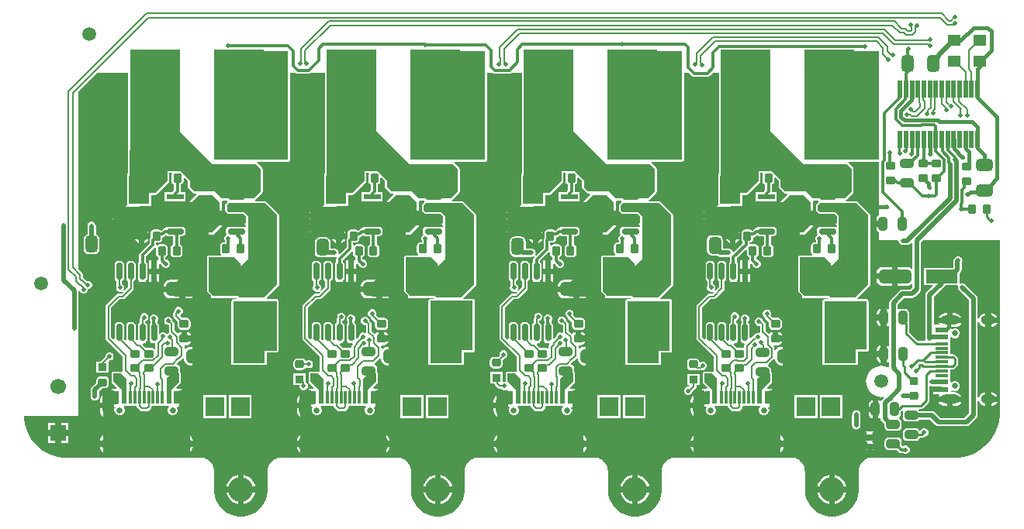
<source format=gbr>
%TF.GenerationSoftware,Altium Limited,Altium Designer,23.4.1 (23)*%
G04 Layer_Physical_Order=1*
G04 Layer_Color=255*
%FSLAX26Y26*%
%MOIN*%
%TF.SameCoordinates,7B234F99-2337-49EF-8028-3FC35EF94B5E*%
%TF.FilePolarity,Positive*%
%TF.FileFunction,Copper,L1,Top,Signal*%
%TF.Part,CustomerPanel*%
G01*
G75*
%TA.AperFunction,SMDPad,CuDef*%
%ADD10R,0.018898X0.074803*%
G04:AMPARAMS|DCode=11|XSize=74.803mil|YSize=18.898mil|CornerRadius=2.362mil|HoleSize=0mil|Usage=FLASHONLY|Rotation=270.000|XOffset=0mil|YOffset=0mil|HoleType=Round|Shape=RoundedRectangle|*
%AMROUNDEDRECTD11*
21,1,0.074803,0.014173,0,0,270.0*
21,1,0.070079,0.018898,0,0,270.0*
1,1,0.004724,-0.007087,-0.035039*
1,1,0.004724,-0.007087,0.035039*
1,1,0.004724,0.007087,0.035039*
1,1,0.004724,0.007087,-0.035039*
%
%ADD11ROUNDEDRECTD11*%
G04:AMPARAMS|DCode=12|XSize=23.622mil|YSize=74.803mil|CornerRadius=5.906mil|HoleSize=0mil|Usage=FLASHONLY|Rotation=90.000|XOffset=0mil|YOffset=0mil|HoleType=Round|Shape=RoundedRectangle|*
%AMROUNDEDRECTD12*
21,1,0.023622,0.062992,0,0,90.0*
21,1,0.011811,0.074803,0,0,90.0*
1,1,0.011811,0.031496,0.005906*
1,1,0.011811,0.031496,-0.005906*
1,1,0.011811,-0.031496,-0.005906*
1,1,0.011811,-0.031496,0.005906*
%
%ADD12ROUNDEDRECTD12*%
%ADD13R,0.074803X0.023622*%
G04:AMPARAMS|DCode=14|XSize=118.11mil|YSize=157.48mil|CornerRadius=0mil|HoleSize=0mil|Usage=FLASHONLY|Rotation=0.000|XOffset=0mil|YOffset=0mil|HoleType=Round|Shape=Octagon|*
%AMOCTAGOND14*
4,1,8,-0.029527,0.078740,0.029527,0.078740,0.059055,0.049213,0.059055,-0.049213,0.029527,-0.078740,-0.029527,-0.078740,-0.059055,-0.049213,-0.059055,0.049213,-0.029527,0.078740,0.0*
%
%ADD14OCTAGOND14*%

G04:AMPARAMS|DCode=15|XSize=23.622mil|YSize=74.803mil|CornerRadius=5.906mil|HoleSize=0mil|Usage=FLASHONLY|Rotation=0.000|XOffset=0mil|YOffset=0mil|HoleType=Round|Shape=RoundedRectangle|*
%AMROUNDEDRECTD15*
21,1,0.023622,0.062992,0,0,0.0*
21,1,0.011811,0.074803,0,0,0.0*
1,1,0.011811,0.005906,-0.031496*
1,1,0.011811,-0.005906,-0.031496*
1,1,0.011811,-0.005906,0.031496*
1,1,0.011811,0.005906,0.031496*
%
%ADD15ROUNDEDRECTD15*%
%ADD16R,0.023622X0.074803*%
%ADD17R,0.055118X0.047244*%
G04:AMPARAMS|DCode=18|XSize=57.087mil|YSize=37.402mil|CornerRadius=9.35mil|HoleSize=0mil|Usage=FLASHONLY|Rotation=0.000|XOffset=0mil|YOffset=0mil|HoleType=Round|Shape=RoundedRectangle|*
%AMROUNDEDRECTD18*
21,1,0.057087,0.018701,0,0,0.0*
21,1,0.038386,0.037402,0,0,0.0*
1,1,0.018701,0.019193,-0.009350*
1,1,0.018701,-0.019193,-0.009350*
1,1,0.018701,-0.019193,0.009350*
1,1,0.018701,0.019193,0.009350*
%
%ADD18ROUNDEDRECTD18*%
G04:AMPARAMS|DCode=19|XSize=39.37mil|YSize=35.433mil|CornerRadius=8.858mil|HoleSize=0mil|Usage=FLASHONLY|Rotation=0.000|XOffset=0mil|YOffset=0mil|HoleType=Round|Shape=RoundedRectangle|*
%AMROUNDEDRECTD19*
21,1,0.039370,0.017717,0,0,0.0*
21,1,0.021654,0.035433,0,0,0.0*
1,1,0.017716,0.010827,-0.008858*
1,1,0.017716,-0.010827,-0.008858*
1,1,0.017716,-0.010827,0.008858*
1,1,0.017716,0.010827,0.008858*
%
%ADD19ROUNDEDRECTD19*%
%ADD20R,0.037402X0.033465*%
G04:AMPARAMS|DCode=21|XSize=37.402mil|YSize=33.465mil|CornerRadius=8.366mil|HoleSize=0mil|Usage=FLASHONLY|Rotation=180.000|XOffset=0mil|YOffset=0mil|HoleType=Round|Shape=RoundedRectangle|*
%AMROUNDEDRECTD21*
21,1,0.037402,0.016732,0,0,180.0*
21,1,0.020669,0.033465,0,0,180.0*
1,1,0.016732,-0.010335,0.008366*
1,1,0.016732,0.010335,0.008366*
1,1,0.016732,0.010335,-0.008366*
1,1,0.016732,-0.010335,-0.008366*
%
%ADD21ROUNDEDRECTD21*%
%ADD22R,0.086614X0.122047*%
G04:AMPARAMS|DCode=23|XSize=59.055mil|YSize=59.843mil|CornerRadius=14.764mil|HoleSize=0mil|Usage=FLASHONLY|Rotation=0.000|XOffset=0mil|YOffset=0mil|HoleType=Round|Shape=RoundedRectangle|*
%AMROUNDEDRECTD23*
21,1,0.059055,0.030315,0,0,0.0*
21,1,0.029527,0.059843,0,0,0.0*
1,1,0.029528,0.014764,-0.015158*
1,1,0.029528,-0.014764,-0.015158*
1,1,0.029528,-0.014764,0.015158*
1,1,0.029528,0.014764,0.015158*
%
%ADD23ROUNDEDRECTD23*%
G04:AMPARAMS|DCode=24|XSize=70.866mil|YSize=51.181mil|CornerRadius=12.795mil|HoleSize=0mil|Usage=FLASHONLY|Rotation=270.000|XOffset=0mil|YOffset=0mil|HoleType=Round|Shape=RoundedRectangle|*
%AMROUNDEDRECTD24*
21,1,0.070866,0.025591,0,0,270.0*
21,1,0.045276,0.051181,0,0,270.0*
1,1,0.025590,-0.012795,-0.022638*
1,1,0.025590,-0.012795,0.022638*
1,1,0.025590,0.012795,0.022638*
1,1,0.025590,0.012795,-0.022638*
%
%ADD24ROUNDEDRECTD24*%
G04:AMPARAMS|DCode=25|XSize=39.37mil|YSize=35.433mil|CornerRadius=8.858mil|HoleSize=0mil|Usage=FLASHONLY|Rotation=270.000|XOffset=0mil|YOffset=0mil|HoleType=Round|Shape=RoundedRectangle|*
%AMROUNDEDRECTD25*
21,1,0.039370,0.017717,0,0,270.0*
21,1,0.021654,0.035433,0,0,270.0*
1,1,0.017716,-0.008858,-0.010827*
1,1,0.017716,-0.008858,0.010827*
1,1,0.017716,0.008858,0.010827*
1,1,0.017716,0.008858,-0.010827*
%
%ADD25ROUNDEDRECTD25*%
%ADD26R,0.137795X0.059055*%
G04:AMPARAMS|DCode=27|XSize=59.055mil|YSize=137.795mil|CornerRadius=14.764mil|HoleSize=0mil|Usage=FLASHONLY|Rotation=270.000|XOffset=0mil|YOffset=0mil|HoleType=Round|Shape=RoundedRectangle|*
%AMROUNDEDRECTD27*
21,1,0.059055,0.108268,0,0,270.0*
21,1,0.029527,0.137795,0,0,270.0*
1,1,0.029528,-0.054134,-0.014764*
1,1,0.029528,-0.054134,0.014764*
1,1,0.029528,0.054134,0.014764*
1,1,0.029528,0.054134,-0.014764*
%
%ADD27ROUNDEDRECTD27*%
%ADD28R,0.011811X0.057087*%
%ADD29R,0.023622X0.057087*%
%ADD30R,0.216535X0.472441*%
G04:AMPARAMS|DCode=31|XSize=70.866mil|YSize=51.181mil|CornerRadius=12.795mil|HoleSize=0mil|Usage=FLASHONLY|Rotation=180.000|XOffset=0mil|YOffset=0mil|HoleType=Round|Shape=RoundedRectangle|*
%AMROUNDEDRECTD31*
21,1,0.070866,0.025591,0,0,180.0*
21,1,0.045276,0.051181,0,0,180.0*
1,1,0.025590,-0.022638,0.012795*
1,1,0.025590,0.022638,0.012795*
1,1,0.025590,0.022638,-0.012795*
1,1,0.025590,-0.022638,-0.012795*
%
%ADD31ROUNDEDRECTD31*%
%TA.AperFunction,ConnectorPad*%
%ADD32R,0.057087X0.011811*%
%ADD33R,0.057087X0.023622*%
%TA.AperFunction,FiducialPad,Global*%
%ADD34C,0.059055*%
%TA.AperFunction,SMDPad,CuDef*%
G04:AMPARAMS|DCode=35|XSize=57.087mil|YSize=37.402mil|CornerRadius=9.35mil|HoleSize=0mil|Usage=FLASHONLY|Rotation=90.000|XOffset=0mil|YOffset=0mil|HoleType=Round|Shape=RoundedRectangle|*
%AMROUNDEDRECTD35*
21,1,0.057087,0.018701,0,0,90.0*
21,1,0.038386,0.037402,0,0,90.0*
1,1,0.018701,0.009350,0.019193*
1,1,0.018701,0.009350,-0.019193*
1,1,0.018701,-0.009350,-0.019193*
1,1,0.018701,-0.009350,0.019193*
%
%ADD35ROUNDEDRECTD35*%
%TA.AperFunction,Conductor*%
%ADD36C,0.008000*%
%ADD37C,0.012000*%
%ADD38C,0.010000*%
%ADD39C,0.015000*%
%ADD40C,0.020000*%
%ADD41C,0.016000*%
%ADD42R,0.089000X0.118000*%
%ADD43R,0.086118X0.118000*%
%ADD44R,0.184260X0.213102*%
%ADD45R,0.050740X0.272772*%
%ADD46R,0.070512X0.057000*%
%ADD47R,0.157480X0.468504*%
%ADD48R,0.151489X0.115157*%
%ADD49R,0.070000X0.057000*%
%ADD50R,0.183717X0.212103*%
%ADD51R,0.186173X0.213102*%
%ADD52R,0.131000X0.093000*%
%ADD53R,0.091000X0.122000*%
%ADD54R,0.181803X0.210102*%
%TA.AperFunction,ComponentPad*%
%ADD55R,0.066929X0.066929*%
%ADD56C,0.066929*%
%ADD57R,0.083000X0.083000*%
%ADD58O,0.039370X0.062992*%
%ADD59C,0.026575*%
%ADD60O,0.039370X0.082677*%
%ADD61O,0.062992X0.039370*%
%ADD62O,0.082677X0.039370*%
%TA.AperFunction,ViaPad*%
%ADD63C,0.106299*%
%ADD64C,0.019685*%
G36*
X2991575Y1708614D02*
X2992287D01*
Y1655968D01*
X2989661D01*
Y1521323D01*
X2985807Y1519726D01*
X2983268Y1517187D01*
X2981988Y1518466D01*
Y1502905D01*
X2956988D01*
Y1518466D01*
X2955709Y1517187D01*
X2954429Y1518466D01*
Y1502905D01*
X2941929D01*
Y1490405D01*
X2926368D01*
X2927647Y1489125D01*
X2926368Y1487846D01*
X2941929D01*
Y1462846D01*
X2926368D01*
X2927647Y1461566D01*
X2926368Y1460287D01*
X2941929D01*
Y1435287D01*
X2926368D01*
X2927647Y1434007D01*
X2926368Y1432728D01*
X2941929D01*
Y1420228D01*
X2954429D01*
Y1404666D01*
X2955709Y1405946D01*
X2956988Y1404666D01*
Y1420228D01*
X2981988D01*
Y1404666D01*
X2983268Y1405946D01*
X2984547Y1404666D01*
Y1420228D01*
X3009547D01*
Y1404666D01*
X3010827Y1405946D01*
X3013366Y1403406D01*
X3020659Y1400385D01*
X3021924D01*
X3022037Y1400247D01*
X3051495D01*
X3079249D01*
X3078118Y1405932D01*
X3073950Y1412170D01*
X3067712Y1416338D01*
X3066686Y1416542D01*
X3066141Y1420356D01*
X3066303Y1421717D01*
X3074169Y1426973D01*
X3075581Y1429086D01*
X3014095D01*
X3012126Y1431055D01*
X3000315Y1442866D01*
Y1474362D01*
X3016063Y1490110D01*
X3076096Y1490110D01*
X3074169Y1492995D01*
X3065977Y1498468D01*
X3056315Y1500390D01*
X3044449D01*
Y1506852D01*
X3041831Y1513173D01*
X3043933Y1518173D01*
X3092024D01*
Y1564758D01*
X3110551D01*
X3110551Y1564758D01*
X3113624Y1565370D01*
X3116228Y1567110D01*
X3116228Y1567110D01*
X3160070Y1610952D01*
X3162969Y1612889D01*
X3164905Y1615787D01*
X3167409Y1618291D01*
X3169149Y1620896D01*
X3169760Y1623968D01*
Y1659247D01*
X3178490D01*
X3181163Y1654247D01*
X3180420Y1653134D01*
X3179121Y1646606D01*
Y1624952D01*
X3180420Y1618424D01*
X3184118Y1612889D01*
X3189652Y1609191D01*
X3190894Y1608944D01*
Y1585827D01*
X3184951Y1579884D01*
X3184950Y1579884D01*
X3183528Y1577755D01*
X3149677D01*
Y1538385D01*
X3240228D01*
Y1577755D01*
X3223768D01*
X3219185Y1579968D01*
Y1608944D01*
X3220426Y1609191D01*
X3225961Y1612889D01*
X3229659Y1618424D01*
X3230958Y1624952D01*
Y1637250D01*
X3235577Y1639163D01*
X3250161Y1624579D01*
Y1598378D01*
X3250161Y1598377D01*
X3250772Y1595305D01*
X3252512Y1592700D01*
X3272197Y1573015D01*
X3274802Y1571275D01*
X3277874Y1570664D01*
X3284636D01*
X3286549Y1566045D01*
X3257787Y1537283D01*
Y1533417D01*
X3268032D01*
X3305878Y1495570D01*
X3395898D01*
Y1536409D01*
X3395914Y1537302D01*
X3399115Y1541136D01*
X3418939D01*
X3419362Y1540854D01*
X3419809Y1535472D01*
X3419602Y1534924D01*
X3411961Y1527283D01*
X3411961Y1527283D01*
X3410221Y1524678D01*
X3409610Y1521606D01*
Y1497984D01*
X3410221Y1494911D01*
X3411961Y1492307D01*
X3419835Y1484433D01*
X3420543Y1483959D01*
X3420711Y1482236D01*
X3488504D01*
X3500315Y1470424D01*
X3500315Y1446802D01*
X3489460Y1435948D01*
X3490228D01*
X3495161Y1436929D01*
X3500161Y1434116D01*
Y1429215D01*
X3496423Y1427217D01*
X3495161Y1427044D01*
X3490228Y1428025D01*
X3427236D01*
X3421860Y1426956D01*
X3417302Y1423910D01*
X3414256Y1419352D01*
X3413187Y1413976D01*
Y1402165D01*
X3414256Y1396788D01*
X3414958Y1395738D01*
X3413508Y1390956D01*
X3408524Y1385972D01*
X3405827Y1379460D01*
Y1372412D01*
X3408524Y1365901D01*
X3408909Y1365516D01*
X3408217Y1360516D01*
X3404842D01*
X3398314Y1359217D01*
X3392779Y1355519D01*
X3389081Y1349985D01*
X3387782Y1343456D01*
Y1321803D01*
X3389081Y1315274D01*
X3392455Y1310225D01*
X3391897Y1307964D01*
X3390536Y1305225D01*
X3340866D01*
X3337794Y1304613D01*
X3335189Y1302873D01*
X3333449Y1300268D01*
X3332838Y1297196D01*
Y1151527D01*
X3332838Y1151527D01*
X3333449Y1148455D01*
X3335189Y1145850D01*
X3350709Y1130331D01*
Y1121999D01*
X3459021D01*
X3459523Y1121248D01*
X3456850Y1116248D01*
X3445197D01*
X3442125Y1115637D01*
X3439520Y1113897D01*
X3437780Y1111292D01*
X3437169Y1108220D01*
Y898117D01*
X3437323Y897342D01*
Y834598D01*
X3590866D01*
Y890089D01*
X3627000D01*
X3630072Y890700D01*
X3632677Y892441D01*
X3634417Y895045D01*
X3635028Y898117D01*
Y1108220D01*
X3634417Y1111292D01*
X3632677Y1113897D01*
X3630072Y1115637D01*
X3627000Y1116248D01*
X3589760D01*
X3587689Y1121248D01*
X3639850Y1173409D01*
X3641590Y1176014D01*
X3642202Y1179086D01*
Y1371999D01*
Y1478299D01*
X3641590Y1481371D01*
X3639850Y1483976D01*
X3588669Y1535157D01*
X3586064Y1536897D01*
X3582992Y1537508D01*
X3539217D01*
X3537990Y1542508D01*
X3539456Y1543488D01*
X3539457Y1543488D01*
X3568984Y1573015D01*
X3570724Y1575620D01*
X3571335Y1578692D01*
Y1677117D01*
X3570724Y1680190D01*
X3568984Y1682794D01*
X3568984Y1682794D01*
X3549299Y1702479D01*
X3547832Y1703459D01*
X3549059Y1708459D01*
X3681417D01*
Y1478669D01*
X3680761Y1478538D01*
X3674360Y1474261D01*
X3670083Y1467861D01*
X3668581Y1460310D01*
Y1453618D01*
X3697661D01*
Y1428618D01*
X3668581D01*
Y1421925D01*
X3670083Y1414374D01*
X3674360Y1407974D01*
X3680761Y1403697D01*
X3681417Y1403566D01*
Y1371999D01*
X3760664D01*
X3761449Y1371768D01*
X3764776Y1367117D01*
X3765284Y1364565D01*
Y1363593D01*
X3765655Y1362696D01*
X3766163Y1360143D01*
X3767609Y1357979D01*
X3767981Y1357082D01*
X3768668Y1356395D01*
X3770113Y1354231D01*
X3772278Y1352785D01*
X3772964Y1352098D01*
X3773862Y1351726D01*
X3776026Y1350281D01*
X3778578Y1349773D01*
X3779476Y1349401D01*
X3780448D01*
X3783000Y1348893D01*
X3800580D01*
X3800580Y1348893D01*
X3807554Y1350281D01*
X3813467Y1354231D01*
X3819156Y1359921D01*
X3823776Y1358007D01*
Y1250300D01*
X3818776Y1248178D01*
X3812143Y1252610D01*
X3802480Y1254532D01*
X3760846D01*
Y1214519D01*
Y1174506D01*
X3802480D01*
X3812143Y1176428D01*
X3818776Y1180861D01*
X3823776Y1178738D01*
Y1166666D01*
X3814451Y1157342D01*
X3781001D01*
X3781000Y1157342D01*
X3774026Y1155955D01*
X3768113Y1152004D01*
X3768113Y1152004D01*
X3730113Y1114004D01*
X3726163Y1108092D01*
X3724776Y1101118D01*
X3724776Y1101117D01*
Y1074947D01*
X3719776Y1072274D01*
X3716034Y1074774D01*
X3711634Y1075650D01*
Y1037353D01*
Y999058D01*
X3716034Y999933D01*
X3719776Y1002433D01*
X3724776Y999760D01*
Y917467D01*
X3719776Y914794D01*
X3716034Y917294D01*
X3711634Y918169D01*
Y879873D01*
Y841578D01*
X3716034Y842453D01*
X3719776Y844953D01*
X3724776Y842280D01*
Y824916D01*
X3720487Y822346D01*
X3716996Y824212D01*
X3704380Y828039D01*
X3691260Y829331D01*
X3678139Y828039D01*
X3665523Y824212D01*
X3653896Y817997D01*
X3643705Y809633D01*
X3635341Y799442D01*
X3629126Y787815D01*
X3625299Y775198D01*
X3624007Y762078D01*
X3625299Y748958D01*
X3629126Y736341D01*
X3635341Y724714D01*
X3643705Y714523D01*
X3653896Y706159D01*
X3665523Y699944D01*
X3678139Y696117D01*
X3691260Y694825D01*
X3696825Y695373D01*
X3698963Y690853D01*
X3692113Y684004D01*
X3689572Y680200D01*
X3683485Y678253D01*
X3681562Y679538D01*
X3677161Y680413D01*
Y642118D01*
Y603822D01*
X3677552Y603899D01*
D01*
X3681562Y604697D01*
X3682366Y605234D01*
X3686066Y603257D01*
X3686776Y602354D01*
X3688163Y595380D01*
X3692113Y589467D01*
X3703718Y577863D01*
Y567373D01*
X3705055Y560653D01*
X3708861Y554955D01*
X3714559Y551148D01*
X3721280Y549812D01*
X3759665D01*
X3766386Y551148D01*
X3772083Y554955D01*
X3775890Y560653D01*
X3777227Y567373D01*
Y586074D01*
X3775890Y592795D01*
X3772083Y598492D01*
X3766386Y602299D01*
X3765676Y602440D01*
X3764897Y607693D01*
X3769107Y610506D01*
X3772914Y616204D01*
X3774251Y622925D01*
Y632121D01*
X3775321Y632836D01*
X3782082Y639597D01*
X3782652Y639455D01*
X3784853Y633749D01*
X3783795Y632165D01*
X3782458Y625444D01*
Y606744D01*
X3783795Y600023D01*
X3787602Y594325D01*
X3793299Y590519D01*
X3800020Y589182D01*
X3838405D01*
X3845126Y590519D01*
X3850824Y594325D01*
X3853192Y597870D01*
X3900475D01*
X3924113Y574231D01*
X3924113Y574231D01*
X3930026Y570280D01*
X3937000Y568893D01*
X3937001Y568893D01*
X4054999D01*
X4055000Y568893D01*
X4061974Y570280D01*
X4067887Y574231D01*
X4098886Y605231D01*
X4098886Y605231D01*
X4102837Y611143D01*
X4104224Y618117D01*
Y677430D01*
X4109189Y678026D01*
X4112180Y670805D01*
X4116938Y664604D01*
X4123139Y659846D01*
X4130360Y656855D01*
X4137421Y655925D01*
Y685776D01*
Y715626D01*
X4130360Y714697D01*
X4123139Y711706D01*
X4116938Y706947D01*
X4112180Y700746D01*
X4109189Y693525D01*
X4104224Y694122D01*
Y1017587D01*
X4109189Y1018183D01*
X4112180Y1010962D01*
X4116938Y1004761D01*
X4123139Y1000003D01*
X4130360Y997012D01*
X4137420Y996082D01*
Y1025932D01*
Y1055783D01*
X4130360Y1054854D01*
X4123139Y1051862D01*
X4116938Y1047104D01*
X4112180Y1040903D01*
X4109189Y1033682D01*
X4104224Y1034279D01*
Y1119117D01*
X4104224Y1119118D01*
X4102837Y1126092D01*
X4098886Y1132004D01*
X4098886Y1132004D01*
X4050887Y1180004D01*
X4048722Y1181450D01*
X4048036Y1182137D01*
X4047138Y1182508D01*
X4044974Y1183955D01*
X4042421Y1184462D01*
X4041524Y1184834D01*
X4040553D01*
X4038000Y1185342D01*
X4035447Y1184834D01*
X4034476D01*
X4033579Y1184462D01*
X4031026Y1183955D01*
X4030905Y1183874D01*
X4026146Y1186278D01*
X4025905Y1186611D01*
Y1226148D01*
X4030918Y1231160D01*
X4030918Y1231160D01*
X4034869Y1237072D01*
X4036256Y1244047D01*
X4036256Y1244047D01*
Y1274273D01*
X4036837Y1275143D01*
X4037345Y1277696D01*
X4037716Y1278593D01*
Y1279565D01*
X4038224Y1282118D01*
X4037716Y1284670D01*
Y1285641D01*
X4037345Y1286539D01*
X4036837Y1289092D01*
X4035391Y1291256D01*
X4035019Y1292153D01*
X4034332Y1292840D01*
X4032887Y1295004D01*
X4030722Y1296450D01*
X4030036Y1297137D01*
X4029138Y1297508D01*
X4026974Y1298955D01*
X4024421Y1299462D01*
X4023524Y1299834D01*
X4022553D01*
X4020000Y1300342D01*
X4017447Y1299834D01*
X4016476D01*
X4015579Y1299462D01*
X4013026Y1298955D01*
X4010862Y1297509D01*
X4009964Y1297137D01*
X4009277Y1296450D01*
X4007114Y1295004D01*
X4005145Y1293035D01*
X4001195Y1287123D01*
X3999807Y1280149D01*
X3999807Y1280149D01*
Y1251921D01*
X3872362D01*
Y1177118D01*
X3908954D01*
X3910867Y1172498D01*
X3884113Y1145744D01*
X3880163Y1139832D01*
X3878776Y1132858D01*
X3878776Y1132857D01*
Y947118D01*
X3878776Y947117D01*
X3879284Y944565D01*
Y943593D01*
X3879655Y942696D01*
X3879720Y942370D01*
X3876811Y937908D01*
X3876005Y937370D01*
X3847311D01*
X3810899Y973781D01*
Y1011549D01*
X3809900Y1016572D01*
X3808723Y1018334D01*
Y1056547D01*
X3807386Y1063267D01*
X3803579Y1068965D01*
X3797882Y1072772D01*
X3791161Y1074108D01*
X3772461D01*
X3766224Y1072868D01*
X3764878Y1073105D01*
X3761224Y1075058D01*
Y1093569D01*
X3788549Y1120893D01*
X3821999D01*
X3822000Y1120893D01*
X3828974Y1122281D01*
X3834887Y1126231D01*
X3854886Y1146231D01*
X3854887Y1146231D01*
X3858837Y1152143D01*
X3860224Y1159118D01*
X3860224Y1159118D01*
Y1361569D01*
X3870655Y1371999D01*
X4199972D01*
Y628898D01*
X4199971Y616197D01*
X4196656Y591015D01*
X4190082Y566483D01*
X4180363Y543018D01*
X4167664Y521023D01*
X4152202Y500873D01*
X4134243Y482913D01*
X4114093Y467452D01*
X4092098Y454753D01*
X4068633Y445034D01*
X4044100Y438460D01*
X4018919Y435145D01*
X4006220Y435145D01*
X3681417Y435146D01*
D01*
X3651448D01*
X3651251Y435106D01*
X3651052Y435136D01*
X3646151Y434894D01*
X3645574Y434749D01*
X3644980D01*
X3635367Y432837D01*
X3634637Y432534D01*
X3633861Y432380D01*
X3624806Y428629D01*
X3624148Y428190D01*
X3623418Y427887D01*
X3622265Y427118D01*
X3615268Y422442D01*
X3614709Y421883D01*
X3614052Y421444D01*
X3607121Y414513D01*
X3606682Y413856D01*
X3606122Y413297D01*
X3600677Y405147D01*
X3600374Y404416D01*
X3599935Y403759D01*
X3596184Y394704D01*
X3596030Y393928D01*
X3595728Y393198D01*
X3593815Y383585D01*
Y382989D01*
X3593671Y382412D01*
X3593430Y377511D01*
X3593459Y377314D01*
X3593420Y377118D01*
Y297197D01*
Y288072D01*
X3590565Y270047D01*
X3584926Y252691D01*
X3576641Y236430D01*
X3565914Y221667D01*
X3553010Y208762D01*
X3538246Y198036D01*
X3521986Y189750D01*
X3504630Y184111D01*
X3486604Y181256D01*
X3468356D01*
X3450330Y184111D01*
X3432975Y189750D01*
X3416714Y198036D01*
X3401950Y208762D01*
X3389045Y221667D01*
X3378319Y236430D01*
X3370034Y252691D01*
X3364395Y270047D01*
X3361540Y288072D01*
Y297197D01*
Y377118D01*
X3361501Y377315D01*
X3361530Y377514D01*
X3361288Y382413D01*
X3361144Y382990D01*
Y383584D01*
X3359232Y393197D01*
X3358929Y393928D01*
X3358775Y394703D01*
X3355024Y403759D01*
X3354585Y404416D01*
X3354282Y405147D01*
X3348837Y413297D01*
X3348278Y413856D01*
X3347839Y414513D01*
X3340908Y421444D01*
X3340251Y421883D01*
X3339692Y422443D01*
X3331542Y427888D01*
X3330811Y428191D01*
X3330154Y428630D01*
X3321098Y432381D01*
X3320323Y432535D01*
X3319592Y432838D01*
X3309979Y434750D01*
X3309384D01*
X3308806Y434895D01*
X3303906Y435136D01*
X3303708Y435106D01*
X3303512Y435145D01*
X2804992D01*
X2804794Y435106D01*
X2804596Y435135D01*
X2799694Y434893D01*
X2799118Y434749D01*
X2798524D01*
X2788910Y432837D01*
X2788180Y432534D01*
X2787404Y432380D01*
X2778349Y428629D01*
X2777692Y428190D01*
X2776961Y427887D01*
X2768812Y422442D01*
X2768252Y421883D01*
X2767595Y421443D01*
X2760664Y414513D01*
X2760225Y413856D01*
X2759666Y413296D01*
X2754220Y405147D01*
X2753918Y404416D01*
X2753479Y403759D01*
X2749728Y394704D01*
X2749573Y393928D01*
X2749271Y393197D01*
X2747359Y383584D01*
Y382989D01*
X2747214Y382412D01*
X2746974Y377511D01*
X2747003Y377314D01*
X2746964Y377117D01*
Y297196D01*
Y288071D01*
X2744109Y270047D01*
X2738470Y252691D01*
X2730184Y236430D01*
X2719458Y221667D01*
X2706553Y208762D01*
X2691790Y198036D01*
X2675529Y189750D01*
X2658173Y184111D01*
X2640148Y181256D01*
X2621899D01*
X2603874Y184111D01*
X2586518Y189750D01*
X2570257Y198036D01*
X2555494Y208762D01*
X2542589Y221667D01*
X2531863Y236430D01*
X2523577Y252691D01*
X2517938Y270047D01*
X2515083Y288072D01*
Y297196D01*
Y377118D01*
X2515044Y377315D01*
X2515073Y377513D01*
X2514831Y382413D01*
X2514687Y382989D01*
Y383583D01*
X2512775Y393197D01*
X2512473Y393927D01*
X2512318Y394703D01*
X2508568Y403759D01*
X2508128Y404416D01*
X2507826Y405147D01*
X2502381Y413296D01*
X2501821Y413856D01*
X2501382Y414513D01*
X2494452Y421444D01*
X2493794Y421883D01*
X2493235Y422442D01*
X2485085Y427888D01*
X2484355Y428191D01*
X2483697Y428630D01*
X2474642Y432381D01*
X2473866Y432535D01*
X2473136Y432838D01*
X2463522Y434750D01*
X2462927D01*
X2462350Y434895D01*
X2457449Y435135D01*
X2457251Y435106D01*
X2457055Y435145D01*
X1958535Y435145D01*
X1958338Y435106D01*
X1958139Y435135D01*
X1953237Y434893D01*
X1952661Y434749D01*
X1952067D01*
X1942454Y432837D01*
X1941723Y432534D01*
X1940948Y432380D01*
X1931892Y428629D01*
X1931235Y428190D01*
X1930504Y427887D01*
X1922355Y422442D01*
X1921796Y421883D01*
X1921138Y421443D01*
X1914208Y414513D01*
X1913768Y413856D01*
X1913209Y413296D01*
X1907764Y405147D01*
X1907461Y404416D01*
X1907022Y403759D01*
X1903271Y394704D01*
X1903117Y393928D01*
X1902814Y393197D01*
X1900902Y383584D01*
Y382989D01*
X1900757Y382412D01*
X1900517Y377511D01*
X1900546Y377314D01*
X1900507Y377117D01*
Y297196D01*
Y288071D01*
X1897652Y270047D01*
X1892013Y252691D01*
X1883727Y236430D01*
X1873001Y221667D01*
X1860096Y208762D01*
X1845333Y198036D01*
X1829072Y189750D01*
X1811716Y184111D01*
X1793691Y181256D01*
X1775442D01*
X1757417Y184111D01*
X1740061Y189750D01*
X1723800Y198036D01*
X1709037Y208762D01*
X1696132Y221667D01*
X1685406Y236430D01*
X1677121Y252691D01*
X1671481Y270047D01*
X1668627Y288072D01*
Y297196D01*
Y377118D01*
X1668587Y377315D01*
X1668617Y377513D01*
X1668375Y382413D01*
X1668230Y382989D01*
Y383583D01*
X1666319Y393197D01*
X1666016Y393927D01*
X1665862Y394703D01*
X1662111Y403759D01*
X1661672Y404416D01*
X1661369Y405147D01*
X1655924Y413296D01*
X1655365Y413856D01*
X1654926Y414513D01*
X1647995Y421444D01*
X1647338Y421883D01*
X1646778Y422442D01*
X1638629Y427888D01*
X1637898Y428191D01*
X1637241Y428630D01*
X1628185Y432381D01*
X1627410Y432535D01*
X1626679Y432838D01*
X1617066Y434750D01*
X1616470D01*
X1615893Y434895D01*
X1610992Y435135D01*
X1610795Y435106D01*
X1610599Y435145D01*
X1112078Y435145D01*
X1111881Y435106D01*
X1111682Y435135D01*
X1106781Y434893D01*
X1106204Y434749D01*
X1105610D01*
X1095997Y432837D01*
X1095266Y432534D01*
X1094491Y432380D01*
X1085436Y428629D01*
X1084778Y428190D01*
X1084048Y427887D01*
X1075898Y422442D01*
X1075339Y421883D01*
X1074682Y421443D01*
X1067751Y414513D01*
X1067312Y413856D01*
X1066753Y413296D01*
X1061307Y405147D01*
X1061005Y404416D01*
X1060565Y403759D01*
X1056814Y394704D01*
X1056660Y393928D01*
X1056358Y393197D01*
X1054445Y383584D01*
Y382989D01*
X1054301Y382412D01*
X1054060Y377511D01*
X1054089Y377314D01*
X1054050Y377117D01*
Y297196D01*
Y288071D01*
X1051195Y270047D01*
X1045556Y252691D01*
X1037271Y236430D01*
X1026544Y221667D01*
X1013640Y208762D01*
X998876Y198036D01*
X982616Y189750D01*
X965260Y184111D01*
X947235Y181256D01*
X928986D01*
X910960Y184111D01*
X893605Y189750D01*
X877344Y198036D01*
X862580Y208762D01*
X849675Y221667D01*
X838949Y236430D01*
X830664Y252691D01*
X825025Y270047D01*
X822170Y288072D01*
Y297196D01*
Y377118D01*
X822131Y377314D01*
X822160Y377512D01*
X821919Y382412D01*
X821775Y382989D01*
Y383584D01*
X819863Y393198D01*
X819560Y393928D01*
X819406Y394704D01*
X815655Y403760D01*
X815216Y404417D01*
X814913Y405148D01*
X809468Y413298D01*
X808909Y413857D01*
X808469Y414514D01*
X801539Y421445D01*
X800881Y421884D01*
X800322Y422443D01*
X792172Y427889D01*
X791442Y428192D01*
X790784Y428631D01*
X781728Y432382D01*
X780953Y432536D01*
X780222Y432838D01*
X770609Y434750D01*
X770014D01*
X769436Y434895D01*
X764536Y435135D01*
X764338Y435106D01*
X764142Y435145D01*
X384173Y435145D01*
X187323Y435145D01*
X175571Y435145D01*
X152269Y438213D01*
X129566Y444296D01*
X107852Y453290D01*
X87498Y465042D01*
X68852Y479349D01*
X52232Y495969D01*
X37925Y514615D01*
X26173Y534970D01*
X17178Y556684D01*
X11095Y579386D01*
X8028Y602688D01*
X8028Y614125D01*
X238874D01*
Y984327D01*
X239345Y986696D01*
X239716Y987593D01*
Y988565D01*
X240224Y991117D01*
Y1151003D01*
X245224Y1151997D01*
X246885Y1147987D01*
X251869Y1143003D01*
X258381Y1140306D01*
X265429D01*
X271940Y1143003D01*
X276924Y1147987D01*
X279621Y1154498D01*
Y1159793D01*
X284916D01*
X291427Y1162490D01*
X296411Y1167474D01*
X299108Y1173985D01*
Y1181033D01*
X296411Y1187545D01*
X291427Y1192529D01*
X284916Y1195226D01*
X277868D01*
X275159Y1194104D01*
X263470Y1205793D01*
X259542Y1208418D01*
X258831Y1208559D01*
Y1221827D01*
X257909Y1226460D01*
X255285Y1230388D01*
X255285Y1230388D01*
X238874Y1246799D01*
Y2008870D01*
X320507Y2090503D01*
X452205D01*
Y1708614D01*
X452917D01*
Y1655968D01*
X450291D01*
Y1521323D01*
X446437Y1519726D01*
X443898Y1517187D01*
X442618Y1518466D01*
Y1502905D01*
X417618D01*
Y1518466D01*
X416339Y1517187D01*
X415059Y1518466D01*
Y1502905D01*
X402559D01*
Y1490405D01*
X386998D01*
X388277Y1489125D01*
X386998Y1487846D01*
X402559D01*
Y1462846D01*
X386998D01*
X388277Y1461566D01*
X386998Y1460287D01*
X402559D01*
Y1435287D01*
X386998D01*
X388277Y1434007D01*
X386998Y1432728D01*
X402559D01*
Y1407728D01*
X386998D01*
X391223Y1403502D01*
X391233Y1402776D01*
X390620Y1398284D01*
X385310Y1397228D01*
X377770Y1392189D01*
X372732Y1384649D01*
X370962Y1375755D01*
Y1365617D01*
X407000D01*
X443037D01*
Y1375755D01*
X441267Y1384649D01*
X436229Y1392189D01*
X431447Y1395385D01*
X432964Y1400385D01*
X434065D01*
X441358Y1403406D01*
X443898Y1405946D01*
X445177Y1404666D01*
Y1420228D01*
X470177D01*
Y1404666D01*
X471457Y1405946D01*
X473996Y1403406D01*
X481289Y1400385D01*
X482554D01*
X482667Y1400247D01*
X512126D01*
X539879D01*
X538748Y1405932D01*
X534580Y1412170D01*
X528342Y1416338D01*
X527317Y1416542D01*
X526771Y1420355D01*
X526933Y1421717D01*
X534798Y1426973D01*
X536211Y1429086D01*
X474724D01*
X472756Y1431055D01*
X460945Y1442866D01*
Y1474362D01*
X476693Y1490110D01*
X536726Y1490110D01*
X534798Y1492995D01*
X526607Y1498468D01*
X516945Y1500390D01*
X505079D01*
Y1506852D01*
X502460Y1513173D01*
X504563Y1518173D01*
X552654D01*
Y1564758D01*
X571181D01*
X571181Y1564758D01*
X574254Y1565370D01*
X576858Y1567110D01*
X576858Y1567110D01*
X620701Y1610952D01*
X623599Y1612889D01*
X625535Y1615787D01*
X628039Y1618291D01*
X629779Y1620896D01*
X630390Y1623968D01*
Y1659247D01*
X639120D01*
X641793Y1654247D01*
X641050Y1653134D01*
X639751Y1646606D01*
Y1624952D01*
X641050Y1618424D01*
X644748Y1612889D01*
X650282Y1609191D01*
X651524Y1608944D01*
Y1585827D01*
X645581Y1579884D01*
X645580Y1579884D01*
X644158Y1577755D01*
X610307D01*
Y1538385D01*
X700858D01*
Y1577755D01*
X684398D01*
X679815Y1579968D01*
Y1608944D01*
X681056Y1609191D01*
X686591Y1612889D01*
X690289Y1618424D01*
X691588Y1624952D01*
Y1637250D01*
X696207Y1639163D01*
X710791Y1624579D01*
Y1598378D01*
X710791Y1598377D01*
X711402Y1595305D01*
X713142Y1592700D01*
X732827Y1573015D01*
X735432Y1571275D01*
X738504Y1570664D01*
X745266D01*
X747179Y1566045D01*
X718417Y1537283D01*
Y1533417D01*
X728662D01*
X766508Y1495570D01*
X856528D01*
Y1536409D01*
X856544Y1537302D01*
X859745Y1541136D01*
X879569D01*
X879992Y1540854D01*
X880439Y1535472D01*
X880232Y1534924D01*
X872591Y1527283D01*
X872591Y1527283D01*
X870851Y1524678D01*
X870240Y1521606D01*
Y1497984D01*
X870851Y1494911D01*
X872591Y1492307D01*
X880465Y1484433D01*
X881173Y1483959D01*
X881341Y1482236D01*
X949134D01*
X960945Y1470424D01*
X960945Y1446802D01*
X950090Y1435948D01*
X950858D01*
X955791Y1436929D01*
X960791Y1434116D01*
Y1429215D01*
X957053Y1427217D01*
X955791Y1427044D01*
X950858Y1428025D01*
X887866D01*
X882490Y1426956D01*
X877932Y1423910D01*
X874886Y1419352D01*
X873817Y1413976D01*
Y1402165D01*
X874886Y1396788D01*
X875588Y1395738D01*
X874138Y1390956D01*
X869154Y1385972D01*
X866457Y1379460D01*
Y1372412D01*
X869154Y1365901D01*
X869539Y1365516D01*
X868847Y1360516D01*
X865472D01*
X858944Y1359217D01*
X853409Y1355519D01*
X849711Y1349985D01*
X848412Y1343456D01*
Y1321803D01*
X849711Y1315274D01*
X853085Y1310225D01*
X852527Y1307964D01*
X851166Y1305225D01*
X801496D01*
X798424Y1304613D01*
X795819Y1302873D01*
X794079Y1300268D01*
X793468Y1297196D01*
Y1151527D01*
X793468Y1151527D01*
X794079Y1148455D01*
X795819Y1145850D01*
X811339Y1130331D01*
Y1121999D01*
X919651D01*
X920153Y1121248D01*
X917480Y1116248D01*
X905827D01*
X902755Y1115637D01*
X900150Y1113897D01*
X898410Y1111292D01*
X897799Y1108220D01*
Y895117D01*
X897953Y894342D01*
Y834598D01*
X1051496D01*
Y887089D01*
X1092000D01*
X1095072Y887700D01*
X1097677Y889441D01*
X1099417Y892045D01*
X1100028Y895117D01*
Y1108220D01*
X1099417Y1111292D01*
X1097677Y1113897D01*
X1095072Y1115637D01*
X1092000Y1116248D01*
X1050390D01*
X1048319Y1121248D01*
X1100480Y1173409D01*
X1102220Y1176014D01*
X1102832Y1179086D01*
Y1478299D01*
X1102220Y1481371D01*
X1100480Y1483976D01*
X1049299Y1535157D01*
X1046694Y1536897D01*
X1043622Y1537508D01*
X999847D01*
X998620Y1542508D01*
X1000086Y1543488D01*
X1000087Y1543488D01*
X1029614Y1573015D01*
X1031354Y1575620D01*
X1031965Y1578692D01*
Y1677117D01*
X1031354Y1680190D01*
X1029614Y1682794D01*
X1029614Y1682794D01*
X1009929Y1702479D01*
X1008462Y1703459D01*
X1009689Y1708459D01*
X1142047D01*
X1145120Y1709070D01*
X1147724Y1710811D01*
X1149465Y1713415D01*
X1150076Y1716487D01*
Y2090503D01*
X1172913D01*
X1176587Y2088048D01*
X1182000Y2086972D01*
X1229000D01*
X1234413Y2088048D01*
X1238087Y2090503D01*
X1298661D01*
Y1708614D01*
X1299373D01*
Y1655968D01*
X1296748D01*
Y1521323D01*
X1292894Y1519726D01*
X1290354Y1517187D01*
X1289075Y1518466D01*
Y1502905D01*
X1264075D01*
Y1518466D01*
X1262795Y1517187D01*
X1261516Y1518466D01*
Y1502905D01*
X1249016D01*
Y1490405D01*
X1233454D01*
X1234734Y1489125D01*
X1233454Y1487846D01*
X1249016D01*
Y1462846D01*
X1233454D01*
X1234734Y1461566D01*
X1233454Y1460287D01*
X1249016D01*
Y1435287D01*
X1233454D01*
X1234734Y1434007D01*
X1233454Y1432728D01*
X1249016D01*
Y1420228D01*
X1261516D01*
Y1404666D01*
X1262795Y1405946D01*
X1264075Y1404666D01*
Y1420228D01*
X1289075D01*
Y1404666D01*
X1290354Y1405946D01*
X1291634Y1404666D01*
Y1420228D01*
X1316634D01*
Y1404666D01*
X1317913Y1405946D01*
X1320453Y1403406D01*
X1327746Y1400385D01*
X1329011D01*
X1329124Y1400247D01*
X1358583D01*
Y1387747D01*
D01*
Y1400247D01*
X1386336D01*
X1385205Y1405932D01*
X1381037Y1412170D01*
X1374799Y1416338D01*
X1373773Y1416542D01*
X1373228Y1420355D01*
X1373389Y1421717D01*
X1381255Y1426973D01*
X1382667Y1429086D01*
X1321181D01*
X1319213Y1431055D01*
X1307402Y1442866D01*
Y1474362D01*
X1323150Y1490110D01*
X1383183Y1490110D01*
X1381255Y1492995D01*
X1373064Y1498468D01*
X1363401Y1500390D01*
X1351535D01*
Y1506852D01*
X1348917Y1513173D01*
X1351019Y1518173D01*
X1399110D01*
Y1564758D01*
X1417637D01*
X1417638Y1564758D01*
X1420710Y1565370D01*
X1423315Y1567110D01*
X1423315Y1567110D01*
X1467157Y1610952D01*
X1470055Y1612889D01*
X1471992Y1615787D01*
X1474496Y1618291D01*
X1476236Y1620896D01*
X1476847Y1623968D01*
Y1659247D01*
X1485577D01*
X1488250Y1654247D01*
X1487506Y1653134D01*
X1486208Y1646606D01*
Y1624952D01*
X1487506Y1618424D01*
X1491205Y1612889D01*
X1496739Y1609191D01*
X1497980Y1608944D01*
Y1585827D01*
X1492037Y1579884D01*
X1492037Y1579884D01*
X1490615Y1577755D01*
X1456764D01*
Y1538385D01*
X1547315D01*
Y1577755D01*
X1530854D01*
X1526272Y1579968D01*
Y1608944D01*
X1527513Y1609191D01*
X1533047Y1612889D01*
X1536746Y1618424D01*
X1538044Y1624952D01*
Y1637250D01*
X1542664Y1639163D01*
X1557247Y1624579D01*
Y1598378D01*
X1557247Y1598377D01*
X1557859Y1595305D01*
X1559599Y1592700D01*
X1579284Y1573015D01*
X1581888Y1571275D01*
X1584961Y1570664D01*
X1591722D01*
X1593636Y1566045D01*
X1564874Y1537283D01*
Y1533417D01*
X1575118D01*
X1612965Y1495570D01*
X1702984D01*
Y1536409D01*
X1703001Y1537302D01*
X1706202Y1541136D01*
X1726026D01*
X1726448Y1540854D01*
X1726895Y1535472D01*
X1726689Y1534924D01*
X1719048Y1527283D01*
X1719048Y1527283D01*
X1717307Y1524678D01*
X1716696Y1521606D01*
Y1497984D01*
X1717307Y1494911D01*
X1719048Y1492307D01*
X1726922Y1484433D01*
X1727630Y1483959D01*
X1727798Y1482236D01*
X1795591D01*
X1807402Y1470424D01*
X1807402Y1446802D01*
X1796547Y1435948D01*
X1797315D01*
X1802247Y1436929D01*
X1807247Y1434116D01*
Y1429215D01*
X1803510Y1427217D01*
X1802247Y1427044D01*
X1797315Y1428025D01*
X1734323D01*
X1728947Y1426956D01*
X1724389Y1423910D01*
X1721343Y1419352D01*
X1720274Y1413976D01*
Y1402165D01*
X1721343Y1396788D01*
X1722045Y1395738D01*
X1720594Y1390956D01*
X1715611Y1385972D01*
X1712913Y1379460D01*
Y1372412D01*
X1715611Y1365901D01*
X1715995Y1365516D01*
X1715304Y1360516D01*
X1711929D01*
X1705400Y1359217D01*
X1699866Y1355519D01*
X1696168Y1349985D01*
X1694869Y1343456D01*
Y1321803D01*
X1696168Y1315274D01*
X1699542Y1310225D01*
X1698984Y1307964D01*
X1697623Y1305225D01*
X1647953D01*
X1644880Y1304613D01*
X1642276Y1302873D01*
X1640536Y1300268D01*
X1639925Y1297196D01*
Y1151527D01*
X1639924Y1151527D01*
X1640536Y1148455D01*
X1642276Y1145850D01*
X1657795Y1130331D01*
Y1121999D01*
X1766107D01*
X1766609Y1121248D01*
X1763937Y1116248D01*
X1752283D01*
X1749211Y1115637D01*
X1746607Y1113897D01*
X1744866Y1111292D01*
X1744255Y1108220D01*
Y896117D01*
X1744410Y895341D01*
Y834598D01*
X1897953D01*
Y888089D01*
X1936000D01*
X1939072Y888700D01*
X1941677Y890441D01*
X1943417Y893045D01*
X1944028Y896117D01*
Y1108220D01*
X1943417Y1111292D01*
X1941677Y1113897D01*
X1939072Y1115637D01*
X1936000Y1116248D01*
X1896847D01*
X1894776Y1121248D01*
X1946937Y1173409D01*
X1948677Y1176014D01*
X1949288Y1179086D01*
Y1478299D01*
X1948677Y1481371D01*
X1946937Y1483976D01*
X1895756Y1535157D01*
X1893151Y1536897D01*
X1890079Y1537508D01*
X1846303D01*
X1845077Y1542508D01*
X1846543Y1543488D01*
X1846543Y1543488D01*
X1876071Y1573015D01*
X1877811Y1575620D01*
X1878422Y1578692D01*
Y1677117D01*
X1877811Y1680190D01*
X1876071Y1682794D01*
X1876070Y1682794D01*
X1856386Y1702479D01*
X1854919Y1703459D01*
X1856146Y1708459D01*
X1988504D01*
X1991576Y1709070D01*
X1994181Y1710811D01*
X1995921Y1713415D01*
X1996532Y1716487D01*
Y2090503D01*
X2020913D01*
X2024587Y2088048D01*
X2030000Y2086972D01*
X2092000D01*
X2097413Y2088048D01*
X2101087Y2090503D01*
X2145118D01*
Y1708614D01*
X2145830D01*
Y1655968D01*
X2143205D01*
Y1521323D01*
X2139351Y1519726D01*
X2136811Y1517187D01*
X2135532Y1518466D01*
Y1502905D01*
X2110532D01*
Y1518466D01*
X2109252Y1517187D01*
X2107972Y1518466D01*
Y1502905D01*
X2095472D01*
Y1490405D01*
X2079911D01*
X2081191Y1489125D01*
X2079911Y1487846D01*
X2095472D01*
Y1462846D01*
X2079911D01*
X2081191Y1461566D01*
X2079911Y1460287D01*
X2095472D01*
Y1435287D01*
X2079911D01*
X2081191Y1434007D01*
X2079911Y1432728D01*
X2095472D01*
Y1420228D01*
X2107972D01*
Y1404666D01*
X2109252Y1405946D01*
X2110532Y1404666D01*
Y1420228D01*
X2135532D01*
Y1404666D01*
X2136811Y1405946D01*
X2138091Y1404666D01*
Y1420228D01*
X2163091D01*
Y1404666D01*
X2164370Y1405946D01*
X2166910Y1403406D01*
X2174203Y1400385D01*
X2175467D01*
X2175580Y1400247D01*
X2205040D01*
X2232793D01*
X2231662Y1405932D01*
X2227494Y1412170D01*
X2221256Y1416338D01*
X2220230Y1416542D01*
X2219684Y1420355D01*
X2219846Y1421717D01*
X2227712Y1426973D01*
X2229124Y1429086D01*
X2167638D01*
X2165669Y1431055D01*
X2153858Y1442866D01*
Y1474362D01*
X2169606Y1490110D01*
X2229640Y1490110D01*
X2227712Y1492995D01*
X2219521Y1498468D01*
X2209858Y1500390D01*
X2197992D01*
Y1506852D01*
X2195374Y1513173D01*
X2197476Y1518173D01*
X2245567D01*
Y1564758D01*
X2264094D01*
X2264095Y1564758D01*
X2267167Y1565370D01*
X2269771Y1567110D01*
X2269772Y1567110D01*
X2313614Y1610952D01*
X2316512Y1612889D01*
X2318449Y1615787D01*
X2320952Y1618291D01*
X2322693Y1620896D01*
X2323304Y1623968D01*
Y1659247D01*
X2332034D01*
X2334706Y1654247D01*
X2333963Y1653134D01*
X2332664Y1646606D01*
Y1624952D01*
X2333963Y1618424D01*
X2337661Y1612889D01*
X2343196Y1609191D01*
X2344437Y1608944D01*
Y1585827D01*
X2338494Y1579884D01*
X2338494Y1579884D01*
X2337071Y1577755D01*
X2303221D01*
Y1538385D01*
X2393772D01*
Y1577755D01*
X2377311D01*
X2372729Y1579968D01*
Y1608944D01*
X2373970Y1609191D01*
X2379504Y1612889D01*
X2383202Y1618424D01*
X2384501Y1624952D01*
Y1637250D01*
X2389120Y1639163D01*
X2403704Y1624579D01*
Y1598378D01*
X2403704Y1598377D01*
X2404315Y1595305D01*
X2406055Y1592700D01*
X2425740Y1573015D01*
X2428345Y1571275D01*
X2431417Y1570664D01*
X2438179D01*
X2440093Y1566045D01*
X2411331Y1537283D01*
Y1533417D01*
X2421575D01*
X2459421Y1495570D01*
X2549441D01*
Y1536409D01*
X2549457Y1537302D01*
X2552659Y1541136D01*
X2572482D01*
X2572905Y1540854D01*
X2573352Y1535472D01*
X2573146Y1534924D01*
X2565505Y1527283D01*
X2565504Y1527283D01*
X2563764Y1524678D01*
X2563153Y1521606D01*
Y1497984D01*
X2563764Y1494911D01*
X2565504Y1492307D01*
X2573378Y1484433D01*
X2574086Y1483959D01*
X2574254Y1482236D01*
X2642047D01*
X2653858Y1470424D01*
X2653858Y1446802D01*
X2643003Y1435948D01*
X2643772D01*
X2648704Y1436929D01*
X2653704Y1434116D01*
Y1429215D01*
X2649967Y1427217D01*
X2648704Y1427044D01*
X2643772Y1428025D01*
X2580780D01*
X2575403Y1426956D01*
X2570845Y1423910D01*
X2567800Y1419352D01*
X2566730Y1413976D01*
Y1402165D01*
X2567800Y1396788D01*
X2568502Y1395738D01*
X2567051Y1390956D01*
X2562067Y1385972D01*
X2559370Y1379460D01*
Y1372412D01*
X2562067Y1365901D01*
X2562452Y1365516D01*
X2561761Y1360516D01*
X2558386D01*
X2551857Y1359217D01*
X2546323Y1355519D01*
X2542624Y1349985D01*
X2541326Y1343456D01*
Y1321803D01*
X2542624Y1315274D01*
X2545998Y1310225D01*
X2545441Y1307964D01*
X2544080Y1305225D01*
X2494410D01*
X2491337Y1304613D01*
X2488733Y1302873D01*
X2486992Y1300268D01*
X2486381Y1297196D01*
Y1151527D01*
X2486381Y1151527D01*
X2486992Y1148455D01*
X2488733Y1145850D01*
X2504252Y1130331D01*
Y1121999D01*
X2612564D01*
X2613066Y1121248D01*
X2610393Y1116248D01*
X2598740D01*
X2595668Y1115637D01*
X2593064Y1113897D01*
X2591323Y1111292D01*
X2590712Y1108220D01*
Y895117D01*
X2590866Y894342D01*
Y834598D01*
X2744410D01*
Y887089D01*
X2783000D01*
X2786072Y887700D01*
X2788677Y889441D01*
X2790417Y892045D01*
X2791028Y895117D01*
Y1108220D01*
X2790417Y1111292D01*
X2788677Y1113897D01*
X2786072Y1115637D01*
X2783000Y1116248D01*
X2743304D01*
X2741233Y1121248D01*
X2793394Y1173409D01*
X2795134Y1176014D01*
X2795745Y1179086D01*
Y1478299D01*
X2795134Y1481371D01*
X2793394Y1483976D01*
X2742212Y1535157D01*
X2739608Y1536897D01*
X2736535Y1537508D01*
X2692760D01*
X2691533Y1542508D01*
X2693000Y1543488D01*
X2693000Y1543488D01*
X2722527Y1573015D01*
X2724268Y1575620D01*
X2724879Y1578692D01*
Y1677117D01*
X2724268Y1680190D01*
X2722527Y1682794D01*
X2722527Y1682794D01*
X2702842Y1702479D01*
X2701376Y1703459D01*
X2702603Y1708459D01*
X2834961D01*
X2838033Y1709070D01*
X2840638Y1710811D01*
X2842378Y1713415D01*
X2842989Y1716487D01*
Y2090503D01*
X2861609D01*
X2874997Y2077115D01*
X2879587Y2074048D01*
X2885000Y2072972D01*
X2942000D01*
X2947413Y2074048D01*
X2952003Y2077115D01*
X2965391Y2090503D01*
X2991575D01*
Y1708614D01*
D02*
G37*
G36*
X3356614Y1696803D02*
X3543622D01*
X3563307Y1677117D01*
Y1578692D01*
X3533780Y1549165D01*
X3395984D01*
X3366457Y1578692D01*
X3277874D01*
X3258189Y1598377D01*
Y1627905D01*
X3218819Y1667275D01*
X3161732D01*
Y1623968D01*
X3110551Y1572787D01*
X3000315D01*
Y1757826D01*
X3016063Y1773574D01*
X3149921D01*
Y1844440D01*
X3208976D01*
X3356614Y1696803D01*
D02*
G37*
G36*
X2510158D02*
X2697165D01*
X2716851Y1677117D01*
Y1578692D01*
X2687323Y1549165D01*
X2549528D01*
X2520000Y1578692D01*
X2431417D01*
X2411732Y1598377D01*
Y1627905D01*
X2372362Y1667275D01*
X2315276D01*
Y1623968D01*
X2264095Y1572787D01*
X2153858D01*
Y1757826D01*
X2169606Y1773574D01*
X2303465D01*
Y1844440D01*
X2362520D01*
X2510158Y1696803D01*
D02*
G37*
G36*
X1663701D02*
X1850709D01*
X1870394Y1677117D01*
Y1578692D01*
X1840866Y1549165D01*
X1703071D01*
X1673543Y1578692D01*
X1584961D01*
X1565276Y1598377D01*
Y1627905D01*
X1525906Y1667275D01*
X1468819D01*
Y1623968D01*
X1417638Y1572787D01*
X1307402D01*
Y1757826D01*
X1323150Y1773574D01*
X1457008D01*
Y1844440D01*
X1516063D01*
X1663701Y1696803D01*
D02*
G37*
G36*
X817244D02*
X1004252D01*
X1023937Y1677117D01*
Y1578692D01*
X994409Y1549165D01*
X856614D01*
X827087Y1578692D01*
X738504D01*
X718819Y1598377D01*
Y1627905D01*
X679449Y1667275D01*
X622362D01*
Y1623968D01*
X571181Y1572787D01*
X460945D01*
Y1757826D01*
X476693Y1773574D01*
X610551D01*
Y1844440D01*
X669606D01*
X817244Y1696803D01*
D02*
G37*
G36*
X3634173Y1478299D02*
Y1179086D01*
X3579055Y1123968D01*
X3472756D01*
X3461929Y1134795D01*
X3458976Y1131842D01*
X3360551D01*
X3340866Y1151527D01*
Y1297196D01*
X3447165D01*
X3474724Y1269637D01*
Y1255858D01*
X3508189Y1289322D01*
X3508189Y1474362D01*
X3492441Y1490110D01*
X3425512D01*
X3417638Y1497984D01*
Y1521606D01*
X3425512Y1529480D01*
X3582992D01*
X3634173Y1478299D01*
D02*
G37*
G36*
X2787717D02*
Y1179086D01*
X2732599Y1123968D01*
X2626299D01*
X2615472Y1134795D01*
X2612520Y1131842D01*
X2514095D01*
X2494410Y1151527D01*
Y1297196D01*
X2600709D01*
X2628268Y1269637D01*
Y1255858D01*
X2661732Y1289322D01*
X2661732Y1474362D01*
X2645984Y1490110D01*
X2579055D01*
X2571181Y1497984D01*
Y1521606D01*
X2579055Y1529480D01*
X2736535D01*
X2787717Y1478299D01*
D02*
G37*
G36*
X1941260D02*
Y1179086D01*
X1886142Y1123968D01*
X1779842D01*
X1769016Y1134795D01*
X1766063Y1131842D01*
X1667638D01*
X1647953Y1151527D01*
Y1297196D01*
X1754252D01*
X1781811Y1269637D01*
Y1255858D01*
X1815276Y1289322D01*
X1815276Y1474362D01*
X1799528Y1490110D01*
X1732599D01*
X1724725Y1497984D01*
Y1521606D01*
X1732598Y1529480D01*
X1890079D01*
X1941260Y1478299D01*
D02*
G37*
G36*
X1094803D02*
Y1179086D01*
X1039685Y1123968D01*
X933386D01*
X922559Y1134795D01*
X919606Y1131842D01*
X821181D01*
X801496Y1151527D01*
Y1297196D01*
X907795D01*
X935354Y1269637D01*
Y1255858D01*
X968819Y1289322D01*
X968819Y1474362D01*
X953071Y1490110D01*
X886142D01*
X878268Y1497984D01*
Y1521606D01*
X886142Y1529480D01*
X1043622D01*
X1094803Y1478299D01*
D02*
G37*
G36*
X4018045Y1176455D02*
X4020770Y1172118D01*
X4020655Y1171539D01*
X4020284Y1170641D01*
Y1169670D01*
X4019776Y1167118D01*
X4020284Y1164565D01*
Y1163593D01*
X4020655Y1162696D01*
X4021163Y1160143D01*
X4022609Y1157979D01*
X4022981Y1157082D01*
X4023668Y1156395D01*
X4025113Y1154231D01*
X4067776Y1111569D01*
Y625666D01*
X4047451Y605342D01*
X3944549D01*
X3920910Y628980D01*
X3914998Y632931D01*
X3908024Y634318D01*
X3908023Y634318D01*
X3853592D01*
X3850723Y638296D01*
X3852148Y642991D01*
X3859000D01*
X3864023Y643990D01*
X3868282Y646836D01*
X3893140Y671694D01*
X3895985Y675953D01*
X3896985Y680976D01*
Y738406D01*
X3897523Y739212D01*
X3901985Y742121D01*
X3902311Y742056D01*
X3903208Y741684D01*
X3904180D01*
X3906732Y741177D01*
X3912755D01*
Y740405D01*
X3914880D01*
Y739714D01*
X3951299D01*
Y715405D01*
X3912755D01*
Y706094D01*
X3936221D01*
X3938433Y701609D01*
X3937771Y700746D01*
X3936747Y698276D01*
X3985354D01*
X4033961D01*
X4032937Y700746D01*
X4028179Y706947D01*
X4021978Y711706D01*
X4014757Y714697D01*
X4007008Y715717D01*
X3989842D01*
Y721997D01*
X3994842Y723886D01*
X4002011Y720917D01*
X4010430D01*
X4018207Y724138D01*
X4024160Y730091D01*
X4027382Y737869D01*
Y746287D01*
X4024160Y754065D01*
X4018207Y760018D01*
X4010430Y763240D01*
X4002011D01*
X3994233Y760018D01*
X3992716Y758500D01*
X3987716Y760572D01*
Y813204D01*
X3995213D01*
X4000236Y814203D01*
X4004494Y817048D01*
X4016282Y828836D01*
X4019127Y833094D01*
X4020126Y838117D01*
Y858117D01*
X4019127Y863141D01*
X4016282Y867399D01*
X4008699Y874982D01*
X4004441Y877827D01*
X3999417Y878826D01*
X3987716D01*
Y910976D01*
Y951137D01*
X3992716Y953208D01*
X3994233Y951691D01*
X4002011Y948469D01*
X4010430D01*
X4018207Y951691D01*
X4024160Y957644D01*
X4027382Y965421D01*
Y973840D01*
X4024160Y981617D01*
X4018207Y987570D01*
X4010430Y990792D01*
X4002011D01*
X3994842Y987822D01*
X3989842Y989712D01*
Y995991D01*
X4007008D01*
X4014757Y997012D01*
X4021978Y1000003D01*
X4028179Y1004761D01*
X4032937Y1010962D01*
X4033961Y1013433D01*
X3985354D01*
X3936747D01*
X3937771Y1010962D01*
X3938428Y1010106D01*
X3936216Y1005621D01*
X3915224D01*
Y1125309D01*
X3962020Y1172105D01*
X3962020Y1172105D01*
X3965370Y1177118D01*
X4017171D01*
X4018045Y1176455D01*
D02*
G37*
%LPC*%
G36*
X2929429Y1518466D02*
X2926368Y1515405D01*
X2929429D01*
Y1518466D01*
D02*
G37*
G36*
X2082972D02*
X2079911Y1515405D01*
X2082972D01*
Y1518466D01*
D02*
G37*
G36*
X1236516D02*
X1233454Y1515405D01*
X1236516D01*
Y1518466D01*
D02*
G37*
G36*
X390059D02*
X386998Y1515405D01*
X390059D01*
Y1518466D01*
D02*
G37*
G36*
X3314343Y1434992D02*
X3299528D01*
X3314343Y1420177D01*
Y1434992D01*
D02*
G37*
G36*
X2467886D02*
X2453071D01*
X2467886Y1420177D01*
Y1434992D01*
D02*
G37*
G36*
X1621429D02*
X1606614D01*
X1621429Y1420177D01*
Y1434992D01*
D02*
G37*
G36*
X774972D02*
X760158D01*
X774972Y1420177D01*
Y1434992D01*
D02*
G37*
G36*
X2379992Y1428025D02*
X2317000D01*
X2311624Y1426956D01*
X2307066Y1423910D01*
X2305913Y1422185D01*
X2300657Y1421139D01*
X2296068Y1418073D01*
X2288761Y1410766D01*
X2283418Y1414336D01*
X2276890Y1415634D01*
X2259173D01*
X2252645Y1414336D01*
X2247110Y1410638D01*
X2243412Y1405103D01*
X2242113Y1398574D01*
Y1379472D01*
X2239840Y1376070D01*
X2238764Y1370657D01*
Y1337015D01*
X2206691Y1304943D01*
X2202808Y1308130D01*
X2203695Y1309458D01*
X2204203Y1312011D01*
X2204575Y1312908D01*
Y1313880D01*
X2205082Y1316432D01*
X2204575Y1318985D01*
Y1319956D01*
X2204203Y1320854D01*
X2203695Y1323406D01*
X2202249Y1325570D01*
X2201877Y1326468D01*
X2201191Y1327155D01*
X2199744Y1329319D01*
X2197580Y1330765D01*
X2196894Y1331451D01*
X2195996Y1331823D01*
X2193832Y1333269D01*
X2191280Y1333777D01*
X2190382Y1334149D01*
X2189410D01*
X2186858Y1334656D01*
X2161869D01*
Y1364755D01*
X2160265Y1372820D01*
X2155697Y1379657D01*
X2148860Y1384225D01*
X2140795Y1385829D01*
X2115205D01*
X2107140Y1384225D01*
X2100303Y1379657D01*
X2095735Y1372820D01*
X2094131Y1364755D01*
Y1319480D01*
X2095735Y1311415D01*
X2100303Y1304578D01*
X2107140Y1300010D01*
X2115205Y1298406D01*
X2140795D01*
X2145153Y1299272D01*
X2150504Y1298208D01*
X2186858D01*
X2189410Y1298716D01*
X2190382D01*
X2191280Y1299087D01*
X2193832Y1299595D01*
X2195160Y1300482D01*
X2198383Y1296635D01*
X2195317Y1292045D01*
X2194240Y1286632D01*
Y1278735D01*
X2192546Y1277603D01*
X2189500Y1273045D01*
X2188431Y1267668D01*
Y1204677D01*
X2189500Y1199300D01*
X2192546Y1194742D01*
X2197104Y1191697D01*
X2202480Y1190627D01*
X2214291D01*
X2219668Y1191697D01*
X2224226Y1194742D01*
X2227271Y1199300D01*
X2228341Y1204677D01*
Y1267668D01*
X2227271Y1273045D01*
X2224226Y1277603D01*
X2224761Y1283002D01*
X2260735Y1318976D01*
X2265735Y1316905D01*
Y1313928D01*
X2267034Y1307400D01*
X2270732Y1301865D01*
X2276267Y1298167D01*
X2277508Y1297920D01*
Y1284118D01*
X2277062Y1283574D01*
X2270886D01*
Y1248672D01*
X2280197D01*
Y1268498D01*
X2285197Y1270569D01*
X2290543Y1265223D01*
Y1264987D01*
X2293240Y1258476D01*
X2298224Y1253492D01*
X2304736Y1250795D01*
X2311784D01*
X2318295Y1253492D01*
X2323279Y1258476D01*
X2325976Y1264987D01*
Y1272035D01*
X2323279Y1278547D01*
X2318295Y1283531D01*
X2311784Y1286228D01*
X2309548D01*
X2305799Y1289977D01*
Y1297920D01*
X2307041Y1298167D01*
X2312575Y1301865D01*
X2316273Y1307400D01*
X2317572Y1313928D01*
Y1335582D01*
X2316273Y1342111D01*
X2312575Y1347645D01*
X2307041Y1351343D01*
X2300512Y1352642D01*
X2282795D01*
X2276267Y1351343D01*
X2272055Y1348529D01*
X2267055Y1350457D01*
Y1359861D01*
X2276890D01*
X2283418Y1361159D01*
X2288953Y1364858D01*
X2292651Y1370392D01*
X2293950Y1376921D01*
Y1381622D01*
X2299137Y1382654D01*
X2303727Y1385721D01*
X2308966Y1390960D01*
X2311624Y1389185D01*
X2317000Y1388115D01*
X2337252D01*
X2338494Y1386257D01*
X2340500Y1384250D01*
X2340500Y1351590D01*
X2339259Y1351343D01*
X2333724Y1347645D01*
X2330026Y1342111D01*
X2328727Y1335582D01*
Y1313928D01*
X2330026Y1307400D01*
X2333724Y1301865D01*
X2339259Y1298167D01*
X2345787Y1296868D01*
X2363504D01*
X2370033Y1298167D01*
X2375567Y1301865D01*
X2379265Y1307400D01*
X2380564Y1313928D01*
Y1335582D01*
X2379265Y1342111D01*
X2375567Y1347645D01*
X2370033Y1351343D01*
X2368791Y1351590D01*
X2368792Y1388115D01*
X2379992D01*
X2385369Y1389185D01*
X2389927Y1392230D01*
X2392972Y1396788D01*
X2394016Y1402035D01*
Y1414106D01*
X2392972Y1419352D01*
X2389927Y1423910D01*
X2385369Y1426956D01*
X2379992Y1428025D01*
D02*
G37*
G36*
X1533535D02*
X1470543D01*
X1465167Y1426956D01*
X1460609Y1423910D01*
X1459456Y1422185D01*
X1454201Y1421139D01*
X1449612Y1418073D01*
X1442304Y1410766D01*
X1436962Y1414336D01*
X1430433Y1415634D01*
X1412716D01*
X1406188Y1414336D01*
X1400653Y1410638D01*
X1396955Y1405103D01*
X1395657Y1398574D01*
Y1379472D01*
X1393384Y1376070D01*
X1392307Y1370657D01*
Y1339430D01*
X1362336Y1309459D01*
X1357728Y1311922D01*
X1357746Y1312011D01*
X1358118Y1312908D01*
Y1313880D01*
X1358626Y1316432D01*
X1358118Y1318985D01*
Y1319956D01*
X1357746Y1320854D01*
X1357238Y1323406D01*
X1355792Y1325570D01*
X1355421Y1326468D01*
X1354734Y1327155D01*
X1353288Y1329319D01*
X1351124Y1330765D01*
X1350437Y1331451D01*
X1349540Y1331823D01*
X1347375Y1333269D01*
X1344823Y1333777D01*
X1343925Y1334149D01*
X1342954D01*
X1340401Y1334656D01*
X1323987D01*
Y1361755D01*
X1322383Y1369820D01*
X1317815Y1376657D01*
X1310978Y1381225D01*
X1302913Y1382829D01*
X1277323D01*
X1269258Y1381225D01*
X1262421Y1376657D01*
X1257853Y1369820D01*
X1256249Y1361755D01*
Y1316480D01*
X1257853Y1308415D01*
X1262421Y1301578D01*
X1269258Y1297010D01*
X1277323Y1295406D01*
X1302913D01*
X1310978Y1297010D01*
X1312771Y1298208D01*
X1340401D01*
X1342954Y1298716D01*
X1343925D01*
X1344823Y1299087D01*
X1346110Y1299343D01*
X1349060Y1296041D01*
X1349415Y1295291D01*
X1348860Y1294460D01*
X1347784Y1289047D01*
Y1278735D01*
X1346089Y1277603D01*
X1343044Y1273045D01*
X1341974Y1267668D01*
Y1204677D01*
X1343044Y1199300D01*
X1346089Y1194742D01*
X1350647Y1191697D01*
X1356024Y1190627D01*
X1367835D01*
X1373211Y1191697D01*
X1377769Y1194742D01*
X1380815Y1199300D01*
X1381884Y1204677D01*
Y1267668D01*
X1380815Y1273045D01*
X1377769Y1277603D01*
X1376581Y1278397D01*
X1376290Y1283402D01*
X1414279Y1321391D01*
X1419279Y1319320D01*
Y1313928D01*
X1420577Y1307400D01*
X1424275Y1301865D01*
X1429810Y1298167D01*
X1431051Y1297920D01*
Y1284118D01*
X1430605Y1283574D01*
X1424429D01*
Y1248672D01*
X1433740D01*
Y1268498D01*
X1438740Y1270569D01*
X1444087Y1265223D01*
Y1264987D01*
X1446784Y1258476D01*
X1451767Y1253492D01*
X1458279Y1250795D01*
X1465327D01*
X1471839Y1253492D01*
X1476822Y1258476D01*
X1479520Y1264987D01*
Y1272035D01*
X1476822Y1278547D01*
X1471839Y1283531D01*
X1465327Y1286228D01*
X1463092D01*
X1459343Y1289977D01*
Y1297920D01*
X1460584Y1298167D01*
X1466118Y1301865D01*
X1469817Y1307400D01*
X1471115Y1313928D01*
Y1335582D01*
X1469817Y1342111D01*
X1466118Y1347645D01*
X1460584Y1351343D01*
X1454055Y1352642D01*
X1436339D01*
X1429810Y1351343D01*
X1425599Y1348529D01*
X1420599Y1350457D01*
Y1359861D01*
X1430433D01*
X1436962Y1361159D01*
X1442496Y1364858D01*
X1446195Y1370392D01*
X1447493Y1376921D01*
Y1381622D01*
X1452681Y1382654D01*
X1457270Y1385721D01*
X1462509Y1390960D01*
X1465167Y1389185D01*
X1470543Y1388115D01*
X1490795D01*
X1492037Y1386257D01*
X1494043Y1384250D01*
X1494043Y1351590D01*
X1492802Y1351343D01*
X1487267Y1347645D01*
X1483569Y1342111D01*
X1482271Y1335582D01*
Y1313928D01*
X1483569Y1307400D01*
X1487267Y1301865D01*
X1492802Y1298167D01*
X1499331Y1296868D01*
X1517047D01*
X1523576Y1298167D01*
X1529111Y1301865D01*
X1532809Y1307400D01*
X1534107Y1313928D01*
Y1335582D01*
X1532809Y1342111D01*
X1529111Y1347645D01*
X1523576Y1351343D01*
X1522335Y1351590D01*
X1522335Y1388115D01*
X1533535D01*
X1538912Y1389185D01*
X1543470Y1392230D01*
X1546515Y1396788D01*
X1547559Y1402035D01*
Y1414106D01*
X1546515Y1419352D01*
X1543470Y1423910D01*
X1538912Y1426956D01*
X1533535Y1428025D01*
D02*
G37*
G36*
X687079D02*
X624087D01*
X618710Y1426956D01*
X614152Y1423910D01*
X612999Y1422185D01*
X607744Y1421139D01*
X603155Y1418073D01*
X595848Y1410766D01*
X590505Y1414336D01*
X583976Y1415634D01*
X566260D01*
X559731Y1414336D01*
X554197Y1410638D01*
X550498Y1405103D01*
X549200Y1398574D01*
Y1379472D01*
X546927Y1376070D01*
X545850Y1370657D01*
Y1357020D01*
X505470Y1316640D01*
X502404Y1312051D01*
X501327Y1306637D01*
Y1278735D01*
X499632Y1277603D01*
X496587Y1273045D01*
X495517Y1267668D01*
Y1204677D01*
X496587Y1199300D01*
X499632Y1194742D01*
X504190Y1191697D01*
X509567Y1190627D01*
X521378D01*
X526755Y1191697D01*
X531312Y1194742D01*
X534358Y1199300D01*
X535428Y1204677D01*
Y1267668D01*
X534358Y1273045D01*
X531312Y1277603D01*
X529618Y1278735D01*
Y1300778D01*
X568544Y1339703D01*
X573152Y1337240D01*
X572822Y1335582D01*
Y1313928D01*
X574120Y1307400D01*
X577819Y1301865D01*
X583353Y1298167D01*
X584594Y1297920D01*
Y1284118D01*
X584148Y1283574D01*
X577972D01*
Y1248672D01*
X587284D01*
Y1268498D01*
X592284Y1270569D01*
X597630Y1265223D01*
Y1264987D01*
X600327Y1258476D01*
X605311Y1253492D01*
X611822Y1250795D01*
X618870D01*
X625382Y1253492D01*
X630366Y1258476D01*
X633063Y1264987D01*
Y1272035D01*
X630366Y1278547D01*
X625382Y1283531D01*
X618870Y1286228D01*
X616635D01*
X612886Y1289977D01*
Y1297920D01*
X614127Y1298167D01*
X619662Y1301865D01*
X623360Y1307400D01*
X624659Y1313928D01*
Y1335582D01*
X623360Y1342111D01*
X619662Y1347645D01*
X614127Y1351343D01*
X607598Y1352642D01*
X589882D01*
X583353Y1351343D01*
X578651Y1348201D01*
X575498Y1349512D01*
X574046Y1350680D01*
X574142Y1351161D01*
Y1359861D01*
X583976D01*
X590505Y1361159D01*
X596040Y1364858D01*
X599738Y1370392D01*
X601036Y1376921D01*
Y1381622D01*
X606224Y1382654D01*
X610813Y1385721D01*
X616053Y1390960D01*
X618710Y1389185D01*
X624087Y1388115D01*
X644338D01*
X645580Y1386257D01*
X647587Y1384250D01*
X647587Y1351590D01*
X646345Y1351343D01*
X640811Y1347645D01*
X637113Y1342111D01*
X635814Y1335582D01*
Y1313928D01*
X637113Y1307400D01*
X640811Y1301865D01*
X646345Y1298167D01*
X652874Y1296868D01*
X670591D01*
X677119Y1298167D01*
X682654Y1301865D01*
X686352Y1307400D01*
X687651Y1313928D01*
Y1335582D01*
X686352Y1342111D01*
X682654Y1347645D01*
X677119Y1351343D01*
X675878Y1351590D01*
X675878Y1388115D01*
X687079D01*
X692455Y1389185D01*
X697013Y1392230D01*
X700059Y1396788D01*
X701102Y1402035D01*
Y1414106D01*
X700059Y1419352D01*
X697013Y1423910D01*
X692455Y1426956D01*
X687079Y1428025D01*
D02*
G37*
G36*
X3226449D02*
X3163457D01*
X3158080Y1426956D01*
X3153522Y1423910D01*
X3152369Y1422185D01*
X3147114Y1421139D01*
X3142525Y1418073D01*
X3135218Y1410766D01*
X3129875Y1414336D01*
X3123346Y1415634D01*
X3105630D01*
X3099101Y1414336D01*
X3093567Y1410637D01*
X3089868Y1405103D01*
X3088570Y1398574D01*
Y1376921D01*
X3089868Y1370392D01*
X3093567Y1364857D01*
X3094679Y1364114D01*
Y1355922D01*
X3056397Y1317639D01*
X3051617Y1318838D01*
X3051031Y1319345D01*
Y1319956D01*
X3050659Y1320854D01*
X3050152Y1323406D01*
X3048706Y1325570D01*
X3048334Y1326468D01*
X3047647Y1327155D01*
X3046201Y1329319D01*
X3044037Y1330765D01*
X3043350Y1331451D01*
X3042453Y1331823D01*
X3040289Y1333269D01*
X3037736Y1333777D01*
X3036839Y1334149D01*
X3035867D01*
X3033315Y1334656D01*
X3008988D01*
Y1370755D01*
X3007383Y1378820D01*
X3002815Y1385657D01*
X2995978Y1390225D01*
X2987913Y1391829D01*
X2962323D01*
X2954258Y1390225D01*
X2947421Y1385657D01*
X2942853Y1378820D01*
X2941249Y1370755D01*
Y1325480D01*
X2942853Y1317415D01*
X2947421Y1310578D01*
X2954258Y1306010D01*
X2962323Y1304406D01*
X2983215D01*
X2984074Y1303546D01*
X2984075Y1303546D01*
X2989987Y1299595D01*
X2996961Y1298208D01*
X3033315D01*
X3035867Y1298716D01*
X3036123D01*
X3038466Y1297366D01*
X3039346Y1296636D01*
X3040697Y1294578D01*
Y1278735D01*
X3039003Y1277603D01*
X3035957Y1273045D01*
X3034888Y1267668D01*
Y1204677D01*
X3035957Y1199300D01*
X3039003Y1194742D01*
X3043561Y1191697D01*
X3048937Y1190627D01*
X3060748D01*
X3066125Y1191697D01*
X3070683Y1194742D01*
X3073728Y1199300D01*
X3074798Y1204677D01*
Y1267668D01*
X3073728Y1273045D01*
X3070683Y1277603D01*
X3068988Y1278735D01*
Y1290221D01*
X3107573Y1328805D01*
X3112192Y1326892D01*
Y1313928D01*
X3113491Y1307400D01*
X3117189Y1301865D01*
X3122723Y1298167D01*
X3123964Y1297920D01*
Y1284118D01*
X3123518Y1283574D01*
X3117343D01*
Y1248672D01*
X3126653D01*
Y1268498D01*
X3131653Y1270569D01*
X3137000Y1265223D01*
Y1264987D01*
X3139697Y1258476D01*
X3144681Y1253492D01*
X3151192Y1250795D01*
X3158240D01*
X3164752Y1253492D01*
X3169736Y1258476D01*
X3172433Y1264987D01*
Y1272035D01*
X3169736Y1278547D01*
X3164752Y1283531D01*
X3158240Y1286228D01*
X3156005D01*
X3152256Y1289977D01*
Y1297920D01*
X3153497Y1298167D01*
X3159032Y1301865D01*
X3162730Y1307400D01*
X3164029Y1313928D01*
Y1335582D01*
X3162730Y1342111D01*
X3159032Y1347645D01*
X3153497Y1351343D01*
X3146969Y1352642D01*
X3129252D01*
X3127415Y1352277D01*
X3123465Y1355465D01*
X3123412Y1357412D01*
X3123717Y1359934D01*
X3129875Y1361159D01*
X3135410Y1364857D01*
X3139108Y1370392D01*
X3140406Y1376921D01*
Y1381622D01*
X3145594Y1382654D01*
X3150183Y1385721D01*
X3155423Y1390960D01*
X3158080Y1389185D01*
X3163457Y1388115D01*
X3183708D01*
X3184950Y1386257D01*
X3186957Y1384250D01*
X3186956Y1351590D01*
X3185715Y1351343D01*
X3180181Y1347645D01*
X3176483Y1342111D01*
X3175184Y1335582D01*
Y1313928D01*
X3176483Y1307400D01*
X3180181Y1301865D01*
X3185715Y1298167D01*
X3192244Y1296868D01*
X3209961D01*
X3216489Y1298167D01*
X3222024Y1301865D01*
X3225722Y1307400D01*
X3227021Y1313928D01*
Y1335582D01*
X3225722Y1342111D01*
X3222024Y1347645D01*
X3216489Y1351343D01*
X3215248Y1351590D01*
X3215248Y1388115D01*
X3226449D01*
X3231825Y1389185D01*
X3236383Y1392230D01*
X3239429Y1396788D01*
X3240472Y1402035D01*
Y1414106D01*
X3239429Y1419352D01*
X3236383Y1423910D01*
X3231825Y1426956D01*
X3226449Y1428025D01*
D02*
G37*
G36*
X2929429Y1407728D02*
X2926368D01*
X2929429Y1404666D01*
Y1407728D01*
D02*
G37*
G36*
X2082972D02*
X2079911D01*
X2082972Y1404666D01*
Y1407728D01*
D02*
G37*
G36*
X1236516D02*
X1233454D01*
X1236516Y1404666D01*
Y1407728D01*
D02*
G37*
G36*
X3395898Y1434992D02*
X3339343D01*
Y1394330D01*
X3361370D01*
X3395898Y1428858D01*
Y1434992D01*
D02*
G37*
G36*
X2549441D02*
X2492886D01*
Y1394330D01*
X2514913D01*
X2549441Y1428858D01*
Y1434992D01*
D02*
G37*
G36*
X1702984D02*
X1646429D01*
Y1394330D01*
X1668457D01*
X1702984Y1428858D01*
Y1434992D01*
D02*
G37*
G36*
X856528D02*
X799972D01*
Y1394330D01*
X822000D01*
X856528Y1428858D01*
Y1434992D01*
D02*
G37*
G36*
X2877677Y1393997D02*
X2877382D01*
Y1360617D01*
X2900919D01*
Y1370755D01*
X2899150Y1379650D01*
X2894112Y1387190D01*
X2886572Y1392228D01*
X2877677Y1393997D01*
D02*
G37*
G36*
X2852382D02*
X2852087D01*
X2843192Y1392228D01*
X2835652Y1387190D01*
X2830614Y1379650D01*
X2828845Y1370755D01*
Y1360617D01*
X2852382D01*
Y1393997D01*
D02*
G37*
G36*
X2232793Y1375247D02*
X2217540D01*
Y1358418D01*
X2221256Y1359157D01*
X2227494Y1363325D01*
X2231662Y1369563D01*
X2232793Y1375247D01*
D02*
G37*
G36*
X1386336Y1375247D02*
X1371083D01*
Y1358417D01*
X1374799Y1359157D01*
X1381037Y1363325D01*
X1385205Y1369563D01*
X1386336Y1375247D01*
D02*
G37*
G36*
X539879Y1375247D02*
X524626D01*
Y1358417D01*
X528342Y1359157D01*
X534580Y1363325D01*
X538748Y1369563D01*
X539879Y1375247D01*
D02*
G37*
G36*
X3038995D02*
X3023743D01*
X3024874Y1369562D01*
X3029042Y1363325D01*
X3035280Y1359157D01*
X3038995Y1358417D01*
Y1375247D01*
D02*
G37*
G36*
X499626D02*
X484373D01*
X485504Y1369563D01*
X489672Y1363325D01*
X495910Y1359157D01*
X499626Y1358417D01*
Y1375247D01*
D02*
G37*
G36*
X1346083Y1375247D02*
X1330830D01*
X1331960Y1369563D01*
X1336128Y1363325D01*
X1342366Y1359157D01*
X1346083Y1358417D01*
Y1375247D01*
D02*
G37*
G36*
X2192540Y1375247D02*
X2177286D01*
X2178417Y1369563D01*
X2182585Y1363325D01*
X2188823Y1359157D01*
X2192540Y1358417D01*
Y1375247D01*
D02*
G37*
G36*
X3079249Y1375247D02*
X3063995D01*
Y1358417D01*
X3067712Y1359157D01*
X3073950Y1363325D01*
X3078118Y1369562D01*
X3079249Y1375247D01*
D02*
G37*
G36*
X2030559Y1387997D02*
X2030264D01*
Y1354618D01*
X2053801D01*
Y1364755D01*
X2052032Y1373650D01*
X2046994Y1381190D01*
X2039453Y1386228D01*
X2030559Y1387997D01*
D02*
G37*
G36*
X2005264D02*
X2004968D01*
X1996074Y1386228D01*
X1988534Y1381190D01*
X1983496Y1373650D01*
X1981727Y1364755D01*
Y1354618D01*
X2005264D01*
Y1387997D01*
D02*
G37*
G36*
X1192677Y1384997D02*
X1192382D01*
Y1351617D01*
X1215919D01*
Y1361755D01*
X1214150Y1370650D01*
X1209112Y1378190D01*
X1201572Y1383228D01*
X1192677Y1384997D01*
D02*
G37*
G36*
X1167382D02*
X1167087D01*
X1158192Y1383228D01*
X1150652Y1378190D01*
X1145614Y1370650D01*
X1143845Y1361755D01*
Y1351617D01*
X1167382D01*
Y1384997D01*
D02*
G37*
G36*
X296114Y1450228D02*
X293561Y1449720D01*
X292590D01*
X291692Y1449349D01*
X289139Y1448841D01*
X286975Y1447395D01*
X286078Y1447023D01*
X285391Y1446336D01*
X283227Y1444890D01*
X281781Y1442726D01*
X281094Y1442040D01*
X280723Y1441142D01*
X279277Y1438978D01*
X278769Y1436425D01*
X278397Y1435528D01*
Y1434557D01*
X277889Y1432004D01*
X278397Y1429451D01*
Y1428480D01*
X278539Y1428137D01*
Y1395749D01*
X275903Y1395225D01*
X269067Y1390657D01*
X264498Y1383820D01*
X262894Y1375755D01*
Y1330479D01*
X264498Y1322415D01*
X269067Y1315578D01*
X275903Y1311010D01*
X283968Y1309405D01*
X309559D01*
X317623Y1311010D01*
X324460Y1315578D01*
X329029Y1322415D01*
X330633Y1330479D01*
Y1375755D01*
X329029Y1383820D01*
X324460Y1390657D01*
X317623Y1395225D01*
X314988Y1395749D01*
Y1431354D01*
X314988Y1431354D01*
X313600Y1438328D01*
X311153Y1441991D01*
X311133Y1442040D01*
X311096Y1442077D01*
X309650Y1444241D01*
X309650Y1444241D01*
X309000Y1444890D01*
X306836Y1446336D01*
X306149Y1447023D01*
X305252Y1447395D01*
X303088Y1448841D01*
X300535Y1449349D01*
X299638Y1449720D01*
X298666D01*
X296114Y1450228D01*
D02*
G37*
G36*
X443037Y1340617D02*
X419500D01*
Y1307238D01*
X419795D01*
X428689Y1309007D01*
X436229Y1314045D01*
X441267Y1321585D01*
X443037Y1330479D01*
Y1340617D01*
D02*
G37*
G36*
X394500D02*
X370962D01*
Y1330479D01*
X372732Y1321585D01*
X377770Y1314045D01*
X385310Y1309007D01*
X394204Y1307238D01*
X394500D01*
Y1340617D01*
D02*
G37*
G36*
X2900919Y1335617D02*
X2877382D01*
Y1302238D01*
X2877677D01*
X2886572Y1304007D01*
X2894112Y1309045D01*
X2899150Y1316585D01*
X2900919Y1325480D01*
Y1335617D01*
D02*
G37*
G36*
X2852382D02*
X2828845D01*
Y1325480D01*
X2830614Y1316585D01*
X2835652Y1309045D01*
X2843192Y1304007D01*
X2852087Y1302238D01*
X2852382D01*
Y1335617D01*
D02*
G37*
G36*
X2053801Y1329618D02*
X2030264D01*
Y1296238D01*
X2030559D01*
X2039453Y1298007D01*
X2046994Y1303045D01*
X2052032Y1310585D01*
X2053801Y1319480D01*
Y1329618D01*
D02*
G37*
G36*
X2005264D02*
X1981727D01*
Y1319480D01*
X1983496Y1310585D01*
X1988534Y1303045D01*
X1996074Y1298007D01*
X2004968Y1296238D01*
X2005264D01*
Y1329618D01*
D02*
G37*
G36*
X1215919Y1326617D02*
X1192382D01*
Y1293238D01*
X1192677D01*
X1201572Y1295007D01*
X1209112Y1300045D01*
X1214150Y1307585D01*
X1215919Y1316480D01*
Y1326617D01*
D02*
G37*
G36*
X1167382D02*
X1143845D01*
Y1316480D01*
X1145614Y1307585D01*
X1150652Y1300045D01*
X1158192Y1295007D01*
X1167087Y1293238D01*
X1167382D01*
Y1326617D01*
D02*
G37*
G36*
X3092343Y1283574D02*
X3083032D01*
Y1248672D01*
X3092343D01*
Y1283574D01*
D02*
G37*
G36*
X2245886D02*
X2236575D01*
Y1248672D01*
X2245886D01*
Y1283574D01*
D02*
G37*
G36*
X1399429D02*
X1390118D01*
Y1248672D01*
X1399429D01*
Y1283574D01*
D02*
G37*
G36*
X552972D02*
X543662D01*
Y1248672D01*
X552972D01*
Y1283574D01*
D02*
G37*
G36*
X3735846Y1254532D02*
X3694213D01*
X3684550Y1252610D01*
X3681417Y1250516D01*
D01*
X3681094Y1250300D01*
X3676359Y1247137D01*
X3670886Y1238945D01*
X3668964Y1229283D01*
Y1227019D01*
X3735846D01*
Y1254532D01*
D02*
G37*
G36*
X3126653Y1223672D02*
X3117343D01*
Y1188771D01*
X3126653D01*
Y1223672D01*
D02*
G37*
G36*
X3092343D02*
X3083032D01*
Y1188771D01*
X3092343D01*
Y1223672D01*
D02*
G37*
G36*
X2280197D02*
X2270886D01*
Y1188771D01*
X2280197D01*
Y1223672D01*
D02*
G37*
G36*
X2245886D02*
X2236575D01*
Y1188771D01*
X2245886D01*
Y1223672D01*
D02*
G37*
G36*
X1433740D02*
X1424429D01*
Y1188771D01*
X1433740D01*
Y1223672D01*
D02*
G37*
G36*
X1399429D02*
X1390118D01*
Y1188771D01*
X1399429D01*
Y1223672D01*
D02*
G37*
G36*
X587284D02*
X577972D01*
Y1188771D01*
X587284D01*
Y1223672D01*
D02*
G37*
G36*
X552972D02*
X543662D01*
Y1188771D01*
X552972D01*
Y1223672D01*
D02*
G37*
G36*
X3735846Y1202019D02*
X3668964D01*
D01*
Y1199755D01*
X3670886Y1190093D01*
X3676359Y1181902D01*
X3684550Y1176428D01*
X3694213Y1174506D01*
X3735846D01*
Y1202019D01*
D02*
G37*
G36*
X3209619Y1199414D02*
X3172559D01*
X3162897Y1197492D01*
X3154705Y1192018D01*
X3149232Y1183827D01*
X3147310Y1174165D01*
Y1171901D01*
X3193228D01*
Y1183023D01*
X3209619Y1199414D01*
D02*
G37*
G36*
X2363162Y1199414D02*
X2326102D01*
X2316440Y1197492D01*
X2308249Y1192018D01*
X2302776Y1183827D01*
X2300854Y1174165D01*
Y1171901D01*
X2346772D01*
Y1183023D01*
X2363162Y1199414D01*
D02*
G37*
G36*
X1516706D02*
X1479646D01*
X1469983Y1197492D01*
X1461792Y1192018D01*
X1456319Y1183827D01*
X1454397Y1174165D01*
Y1171901D01*
X1500315D01*
Y1183023D01*
X1516706Y1199414D01*
D02*
G37*
G36*
X670249D02*
X633189D01*
X623527Y1197492D01*
X615335Y1192018D01*
X609862Y1183827D01*
X607940Y1174165D01*
Y1171901D01*
X653858D01*
Y1183023D01*
X670249Y1199414D01*
D02*
G37*
G36*
X2164291Y1281718D02*
X2152480D01*
X2147104Y1280649D01*
X2142546Y1277603D01*
X2139500Y1273045D01*
X2138431Y1267668D01*
Y1204677D01*
X2139500Y1199300D01*
X2142546Y1194742D01*
X2146279Y1192247D01*
Y1167652D01*
X2130990Y1152362D01*
X2127279Y1155476D01*
X2129976Y1161987D01*
Y1169035D01*
X2127279Y1175547D01*
X2122296Y1180531D01*
X2120492Y1181277D01*
Y1192247D01*
X2124226Y1194742D01*
X2127271Y1199300D01*
X2128341Y1204677D01*
Y1267668D01*
X2127271Y1273045D01*
X2124226Y1277603D01*
X2119668Y1280649D01*
X2114291Y1281718D01*
X2102480D01*
X2097104Y1280649D01*
X2092546Y1277603D01*
X2089500Y1273045D01*
X2088431Y1267668D01*
Y1204677D01*
X2089500Y1199300D01*
X2092546Y1194742D01*
X2096279Y1192247D01*
Y1175056D01*
X2096525Y1173820D01*
X2094543Y1169035D01*
Y1161987D01*
X2097241Y1155476D01*
X2102224Y1150492D01*
X2108736Y1147795D01*
X2115784D01*
X2122295Y1150492D01*
X2125409Y1146781D01*
X2118245Y1139618D01*
X2104760D01*
X2104760Y1139618D01*
X2100127Y1138696D01*
X2096199Y1136072D01*
X2096199Y1136072D01*
X2052700Y1092572D01*
X2052699Y1092572D01*
X2050075Y1088644D01*
X2049153Y1084011D01*
X2049153Y1084011D01*
Y948512D01*
X2049153Y948511D01*
X2050075Y943878D01*
X2052699Y939951D01*
X2123153Y869496D01*
Y810097D01*
X2123153Y810097D01*
X2123774Y806974D01*
X2119717Y803672D01*
X2119332Y803928D01*
X2116260Y804539D01*
X2084260D01*
X2081188Y803928D01*
X2078583Y802188D01*
X2076843Y799583D01*
X2076232Y796511D01*
Y763710D01*
X2072524Y759834D01*
X2065476D01*
X2061575Y762441D01*
Y802244D01*
X2008425D01*
Y753031D01*
X2027998D01*
X2028808Y748958D01*
X2031433Y745030D01*
X2042906Y733557D01*
X2042906Y733557D01*
X2046834Y730933D01*
X2051467Y730011D01*
X2051468Y730011D01*
X2056052D01*
X2058964Y727098D01*
X2065476Y724401D01*
X2072524D01*
X2074964Y722771D01*
Y707746D01*
X2070480Y705535D01*
X2069617Y706197D01*
X2067146Y707221D01*
Y658614D01*
Y610007D01*
X2069617Y611030D01*
X2075818Y615789D01*
X2080576Y621990D01*
X2083567Y629211D01*
X2084587Y636960D01*
Y654126D01*
X2090867D01*
X2092756Y649126D01*
X2089787Y641957D01*
Y633538D01*
X2093008Y625760D01*
X2098961Y619807D01*
X2106739Y616586D01*
X2115158D01*
X2122935Y619807D01*
X2128888Y625760D01*
X2132110Y633538D01*
Y641957D01*
X2128888Y649734D01*
X2127371Y651252D01*
D01*
X2129442Y656252D01*
X2183356D01*
X2184015Y652938D01*
X2186640Y649010D01*
X2198699Y636951D01*
X2198699Y636951D01*
X2202627Y634326D01*
X2207260Y633405D01*
X2227259D01*
X2227260Y633404D01*
X2231893Y634326D01*
X2235821Y636951D01*
X2243131Y644261D01*
X2243131Y644261D01*
X2245755Y648189D01*
X2246677Y652822D01*
X2249941Y656252D01*
X2320007D01*
X2322078Y651252D01*
D01*
D01*
X2320561Y649734D01*
X2317339Y641957D01*
Y633538D01*
X2320561Y625760D01*
X2326514Y619807D01*
X2334291Y616586D01*
X2342710D01*
X2350488Y619807D01*
X2356441Y625760D01*
X2359662Y633538D01*
Y641957D01*
X2356693Y649126D01*
X2358582Y654126D01*
X2364862D01*
Y636960D01*
X2365882Y629211D01*
X2368873Y621990D01*
X2373631Y615789D01*
X2378976Y611687D01*
Y705540D01*
X2378976Y705540D01*
X2374492Y707752D01*
Y731212D01*
X2354783D01*
X2352870Y735832D01*
X2370872Y753834D01*
X2370872Y753834D01*
X2372613Y756439D01*
X2373224Y759511D01*
X2373224Y796511D01*
X2372613Y799583D01*
X2370873Y802188D01*
X2370747Y802272D01*
Y816423D01*
X2369410Y823144D01*
X2365603Y828841D01*
X2359906Y832648D01*
X2358919Y832845D01*
X2357274Y838270D01*
X2367769Y848765D01*
X2370537Y850615D01*
X2382468Y862545D01*
X2387468Y860474D01*
Y857236D01*
X2389390Y847573D01*
X2394863Y839382D01*
X2403054Y833909D01*
X2412717Y831987D01*
X2421260D01*
Y912012D01*
X2412717D01*
X2403054Y910090D01*
X2394863Y904617D01*
X2394107Y903485D01*
X2389107Y905002D01*
Y909414D01*
X2389107Y909415D01*
X2388271Y913617D01*
X2388357Y914314D01*
X2391145Y918617D01*
X2399544D01*
X2406902Y920081D01*
X2413140Y924249D01*
X2417308Y930487D01*
X2418047Y934203D01*
X2388717D01*
Y946703D01*
X2376217D01*
Y974457D01*
X2370532Y973326D01*
X2364294Y969158D01*
X2363011Y967237D01*
X2358035Y966747D01*
X2346099Y978684D01*
Y1008745D01*
X2346099Y1008745D01*
X2345177Y1013379D01*
X2342553Y1017306D01*
X2342553Y1017306D01*
X2335117Y1024742D01*
Y1027502D01*
X2332420Y1034014D01*
X2327436Y1038998D01*
X2320925Y1041695D01*
X2313877D01*
X2307365Y1038998D01*
X2302381Y1034014D01*
X2299684Y1027502D01*
Y1020454D01*
X2302381Y1013943D01*
X2307365Y1008959D01*
X2313877Y1006262D01*
X2319354D01*
X2321886Y1003731D01*
Y974628D01*
X2319759Y972487D01*
X2317295Y971117D01*
X2313662Y972622D01*
X2306614D01*
X2300102Y969925D01*
X2295119Y964941D01*
X2292422Y958430D01*
Y955298D01*
X2282960Y945837D01*
X2278341Y947750D01*
Y1003889D01*
X2277271Y1009265D01*
X2274226Y1013823D01*
X2271689Y1015518D01*
Y1021208D01*
X2272563Y1022082D01*
X2275260Y1028593D01*
Y1035641D01*
X2272563Y1042153D01*
X2267579Y1047137D01*
X2261067Y1049834D01*
X2254019D01*
X2247508Y1047137D01*
X2242524Y1042153D01*
X2239827Y1035641D01*
Y1028593D01*
X2242524Y1022082D01*
X2243398Y1021208D01*
Y1014393D01*
X2242546Y1013823D01*
X2239500Y1009265D01*
X2238431Y1003889D01*
Y940897D01*
X2239500Y935520D01*
X2242546Y930962D01*
X2247104Y927917D01*
X2252480Y926847D01*
X2262882D01*
X2264870Y923299D01*
X2265085Y921980D01*
X2263447Y920341D01*
X2260823Y916414D01*
X2259901Y911781D01*
X2259901Y911780D01*
Y907144D01*
X2254901Y904471D01*
X2251923Y906462D01*
X2245394Y907760D01*
X2223802D01*
X2209714Y921847D01*
X2211785Y926847D01*
X2214291D01*
X2219668Y927917D01*
X2224226Y930962D01*
X2227271Y935520D01*
X2228341Y940897D01*
Y1003889D01*
X2227271Y1009265D01*
X2224226Y1013823D01*
X2220492Y1016318D01*
Y1022076D01*
X2226503Y1024565D01*
X2231487Y1029549D01*
X2234184Y1036061D01*
Y1043109D01*
X2231487Y1049620D01*
X2226503Y1054604D01*
X2219991Y1057301D01*
X2212943D01*
X2206432Y1054604D01*
X2201448Y1049620D01*
X2198751Y1043109D01*
Y1036061D01*
X2198950Y1035581D01*
X2197201Y1032964D01*
X2196279Y1028331D01*
X2196279Y1028330D01*
Y1016318D01*
X2192546Y1013823D01*
X2189500Y1009265D01*
X2188431Y1003889D01*
Y940950D01*
X2188316Y940837D01*
X2183810Y938500D01*
X2178341Y943969D01*
Y1003889D01*
X2177271Y1009265D01*
X2174226Y1013823D01*
X2169668Y1016869D01*
X2164291Y1017938D01*
X2152480D01*
X2147104Y1016869D01*
X2142546Y1013823D01*
X2139500Y1009265D01*
X2138431Y1003889D01*
Y940950D01*
X2138316Y940837D01*
X2133810Y938500D01*
X2128341Y943969D01*
Y1003889D01*
X2127271Y1009265D01*
X2124226Y1013823D01*
X2119668Y1016869D01*
X2114291Y1017938D01*
X2102480D01*
X2097104Y1016869D01*
X2092546Y1013823D01*
X2089500Y1009265D01*
X2088431Y1003889D01*
Y945533D01*
X2083431Y943462D01*
X2073367Y953526D01*
Y1078996D01*
X2109775Y1115405D01*
X2123259D01*
X2123260Y1115405D01*
X2127893Y1116326D01*
X2131820Y1118950D01*
X2131821Y1118951D01*
X2166946Y1154076D01*
X2166947Y1154076D01*
X2169571Y1158004D01*
X2170492Y1162637D01*
Y1192247D01*
X2174226Y1194742D01*
X2177271Y1199300D01*
X2178341Y1204677D01*
Y1267668D01*
X2177271Y1273045D01*
X2174226Y1277603D01*
X2169668Y1280649D01*
X2164291Y1281718D01*
D02*
G37*
G36*
X1317835D02*
X1306024D01*
X1300647Y1280649D01*
X1296089Y1277603D01*
X1293044Y1273045D01*
X1291974Y1267668D01*
Y1204677D01*
X1293044Y1199300D01*
X1296089Y1194742D01*
X1299823Y1192247D01*
Y1167652D01*
X1284533Y1152362D01*
X1280822Y1155476D01*
X1283520Y1161987D01*
Y1169035D01*
X1280822Y1175547D01*
X1275839Y1180531D01*
X1274036Y1181277D01*
Y1192247D01*
X1277769Y1194742D01*
X1280815Y1199300D01*
X1281884Y1204677D01*
Y1267668D01*
X1280815Y1273045D01*
X1277769Y1277603D01*
X1273211Y1280649D01*
X1267835Y1281718D01*
X1256024D01*
X1250647Y1280649D01*
X1246089Y1277603D01*
X1243044Y1273045D01*
X1241974Y1267668D01*
Y1204677D01*
X1243044Y1199300D01*
X1246089Y1194742D01*
X1249823Y1192247D01*
Y1175056D01*
X1250069Y1173820D01*
X1248087Y1169035D01*
Y1161987D01*
X1250784Y1155476D01*
X1255768Y1150492D01*
X1262279Y1147795D01*
X1269327D01*
X1275839Y1150492D01*
X1278952Y1146781D01*
X1271788Y1139618D01*
X1258304D01*
X1258303Y1139618D01*
X1253670Y1138696D01*
X1249743Y1136072D01*
X1249742Y1136072D01*
X1206243Y1092572D01*
X1206243Y1092572D01*
X1203618Y1088644D01*
X1202697Y1084011D01*
X1202697Y1084011D01*
Y948512D01*
X1202697Y948511D01*
X1203618Y943878D01*
X1206243Y939951D01*
X1276697Y869496D01*
Y810097D01*
X1276697Y810097D01*
X1277318Y806974D01*
X1273260Y803672D01*
X1272876Y803928D01*
X1269803Y804539D01*
X1237803D01*
X1234731Y803928D01*
X1232126Y802188D01*
X1230386Y799583D01*
X1229775Y796511D01*
Y759512D01*
X1229775Y759511D01*
X1230386Y756439D01*
X1232126Y753834D01*
X1232127Y753834D01*
X1250129Y735832D01*
X1248215Y731212D01*
X1228507D01*
Y707746D01*
X1224023Y705535D01*
X1223160Y706197D01*
X1220689Y707221D01*
Y658614D01*
Y610007D01*
X1223160Y611030D01*
X1229361Y615789D01*
X1234119Y621990D01*
X1237110Y629211D01*
X1238131Y636960D01*
Y654126D01*
X1244410D01*
X1246300Y649126D01*
D01*
X1243330Y641957D01*
Y633538D01*
X1246552Y625760D01*
X1252505Y619807D01*
X1260282Y616586D01*
X1268701D01*
X1276479Y619807D01*
X1282431Y625760D01*
X1285653Y633538D01*
Y641957D01*
X1282431Y649734D01*
X1280914Y651252D01*
D01*
X1282104Y654126D01*
X1282985Y656252D01*
X1336899D01*
X1337559Y652938D01*
X1340183Y649010D01*
X1352242Y636951D01*
X1352243Y636951D01*
X1356170Y634326D01*
X1360803Y633405D01*
X1380803D01*
X1380803Y633404D01*
X1385436Y634326D01*
X1389364Y636951D01*
X1396674Y644261D01*
X1396674Y644261D01*
X1399299Y648189D01*
X1400220Y652822D01*
X1403484Y656252D01*
X1473551D01*
X1475622Y651252D01*
X1474104Y649734D01*
X1470883Y641957D01*
Y633538D01*
X1474104Y625760D01*
X1480057Y619807D01*
X1487835Y616586D01*
X1496253D01*
X1504031Y619807D01*
X1509984Y625760D01*
X1513205Y633538D01*
Y641957D01*
X1510236Y649126D01*
D01*
X1512125Y654126D01*
X1518405D01*
Y636960D01*
X1519425Y629211D01*
X1522416Y621990D01*
X1527175Y615789D01*
X1532520Y611687D01*
Y705540D01*
X1532519Y705540D01*
X1528035Y707752D01*
Y731212D01*
X1508327D01*
X1506413Y735832D01*
X1524416Y753834D01*
X1524416Y753834D01*
X1526156Y756439D01*
X1526767Y759511D01*
X1526767Y796511D01*
X1526156Y799583D01*
X1524755Y801681D01*
Y817129D01*
X1523418Y823850D01*
X1519611Y829547D01*
X1513914Y833354D01*
X1512335Y833668D01*
X1511571Y838918D01*
X1514023Y840557D01*
X1536011Y862545D01*
X1541011Y860474D01*
Y857236D01*
X1542933Y847573D01*
X1548406Y839382D01*
X1556598Y833909D01*
X1566260Y831987D01*
X1574803D01*
Y912012D01*
X1566260D01*
X1556598Y910090D01*
X1548406Y904617D01*
X1547536Y903314D01*
X1542256Y904412D01*
X1541728Y907063D01*
X1540448Y908979D01*
X1539602Y913231D01*
X1539344Y913617D01*
X1542017Y918617D01*
X1553087D01*
X1560445Y920081D01*
X1566683Y924249D01*
X1570851Y930487D01*
X1571590Y934203D01*
X1542260D01*
Y946703D01*
X1529760D01*
Y974457D01*
X1524075Y973326D01*
X1517837Y969158D01*
X1516554Y967237D01*
X1511578Y966747D01*
X1499642Y978684D01*
Y1008745D01*
X1499642Y1008745D01*
X1498720Y1013379D01*
X1496096Y1017306D01*
X1496096Y1017306D01*
X1489716Y1023686D01*
Y1025641D01*
X1487019Y1032153D01*
X1482036Y1037137D01*
X1475524Y1039834D01*
X1468476D01*
X1461964Y1037137D01*
X1456981Y1032153D01*
X1454284Y1025641D01*
Y1018593D01*
X1456981Y1012082D01*
X1461964Y1007098D01*
X1468476Y1004401D01*
X1474759D01*
X1475429Y1003731D01*
Y975123D01*
X1472471Y972402D01*
X1470731Y971657D01*
X1468202Y972705D01*
X1461154D01*
X1454643Y970007D01*
X1449659Y965024D01*
X1446962Y958512D01*
Y956009D01*
X1436504Y945551D01*
X1431884Y947465D01*
Y1003889D01*
X1430815Y1009265D01*
X1427769Y1013823D01*
X1425233Y1015518D01*
Y1021208D01*
X1426106Y1022082D01*
X1428803Y1028593D01*
Y1035641D01*
X1426106Y1042153D01*
X1421122Y1047137D01*
X1414611Y1049834D01*
X1407563D01*
X1401051Y1047137D01*
X1396067Y1042153D01*
X1393370Y1035641D01*
Y1028593D01*
X1396067Y1022082D01*
X1396941Y1021208D01*
Y1014393D01*
X1396089Y1013823D01*
X1393044Y1009265D01*
X1391974Y1003889D01*
Y940897D01*
X1393044Y935520D01*
X1396089Y930962D01*
X1400647Y927917D01*
X1406024Y926847D01*
X1416184D01*
X1418367Y922513D01*
X1418427Y922020D01*
X1416444Y920036D01*
X1413820Y916109D01*
X1412898Y911476D01*
X1412898Y911475D01*
Y907509D01*
X1407898Y904836D01*
X1405466Y906462D01*
X1398937Y907760D01*
X1377345D01*
X1363258Y921847D01*
X1365329Y926847D01*
X1367835D01*
X1373211Y927917D01*
X1377769Y930962D01*
X1380815Y935520D01*
X1381884Y940897D01*
Y1003889D01*
X1380815Y1009265D01*
X1377769Y1013823D01*
X1374036Y1016318D01*
Y1022829D01*
X1379514Y1025098D01*
X1384497Y1030082D01*
X1387195Y1036593D01*
Y1043641D01*
X1384497Y1050153D01*
X1379514Y1055137D01*
X1373002Y1057834D01*
X1365954D01*
X1359442Y1055137D01*
X1354459Y1050153D01*
X1351762Y1043641D01*
Y1036593D01*
X1352300Y1035293D01*
X1350744Y1032964D01*
X1349822Y1028331D01*
X1349823Y1028330D01*
Y1016318D01*
X1346089Y1013823D01*
X1343044Y1009265D01*
X1341974Y1003889D01*
Y940950D01*
X1341859Y940837D01*
X1337353Y938500D01*
X1331884Y943969D01*
Y1003889D01*
X1330815Y1009265D01*
X1327769Y1013823D01*
X1323211Y1016869D01*
X1317835Y1017938D01*
X1306024D01*
X1300647Y1016869D01*
X1296089Y1013823D01*
X1293044Y1009265D01*
X1291974Y1003889D01*
Y940950D01*
X1291859Y940837D01*
X1287353Y938500D01*
X1281884Y943969D01*
Y1003889D01*
X1280815Y1009265D01*
X1277769Y1013823D01*
X1273211Y1016869D01*
X1267835Y1017938D01*
X1256024D01*
X1250647Y1016869D01*
X1246089Y1013823D01*
X1243044Y1009265D01*
X1241974Y1003889D01*
Y945533D01*
X1236974Y943462D01*
X1226910Y953526D01*
Y1078996D01*
X1263318Y1115405D01*
X1276803D01*
X1276803Y1115405D01*
X1281436Y1116326D01*
X1285364Y1118950D01*
X1285364Y1118951D01*
X1320490Y1154076D01*
X1320490Y1154076D01*
X1323114Y1158004D01*
X1324036Y1162637D01*
Y1192247D01*
X1327769Y1194742D01*
X1330815Y1199300D01*
X1331884Y1204677D01*
Y1267668D01*
X1330815Y1273045D01*
X1327769Y1277603D01*
X1323211Y1280649D01*
X1317835Y1281718D01*
D02*
G37*
G36*
X471378D02*
X459567D01*
X454190Y1280649D01*
X449632Y1277603D01*
X446587Y1273045D01*
X445517Y1267668D01*
Y1204677D01*
X446587Y1199300D01*
X449632Y1194742D01*
X453366Y1192247D01*
Y1167652D01*
X438076Y1152362D01*
X434366Y1155476D01*
X437063Y1161987D01*
Y1169035D01*
X434366Y1175547D01*
X429382Y1180531D01*
X427579Y1181277D01*
Y1192247D01*
X431312Y1194742D01*
X434358Y1199300D01*
X435428Y1204677D01*
Y1267668D01*
X434358Y1273045D01*
X431312Y1277603D01*
X426755Y1280649D01*
X421378Y1281718D01*
X409567D01*
X404190Y1280649D01*
X399632Y1277603D01*
X396587Y1273045D01*
X395517Y1267668D01*
Y1204677D01*
X396587Y1199300D01*
X399632Y1194742D01*
X403366Y1192247D01*
Y1175056D01*
X403612Y1173820D01*
X401630Y1169035D01*
Y1161987D01*
X404327Y1155476D01*
X409311Y1150492D01*
X415822Y1147795D01*
X422870D01*
X429382Y1150492D01*
X432495Y1146781D01*
X425332Y1139618D01*
X411847D01*
X411847Y1139618D01*
X407214Y1138696D01*
X403286Y1136072D01*
X403286Y1136072D01*
X359786Y1092572D01*
X359786Y1092572D01*
X357161Y1088644D01*
X356240Y1084011D01*
X356240Y1084011D01*
Y948512D01*
X356240Y948511D01*
X357161Y943878D01*
X359786Y939951D01*
X430240Y869496D01*
Y810097D01*
X430240Y810097D01*
X430861Y806974D01*
X426803Y803672D01*
X426419Y803928D01*
X423347Y804539D01*
X391346D01*
X388274Y803928D01*
X385670Y802188D01*
X383929Y799583D01*
X383318Y796511D01*
Y759512D01*
X383318Y759511D01*
X383929Y756439D01*
X385670Y753834D01*
X385670Y753834D01*
X403672Y735832D01*
X401759Y731212D01*
X382051D01*
Y707746D01*
X377566Y705535D01*
X376703Y706197D01*
X374233Y707221D01*
Y658614D01*
Y610007D01*
X376703Y611030D01*
X382904Y615789D01*
X387663Y621990D01*
X390654Y629211D01*
X391674Y636960D01*
Y654126D01*
X397954D01*
X399843Y649126D01*
X396873Y641957D01*
Y633538D01*
X400095Y625760D01*
X406048Y619807D01*
X413826Y616586D01*
X422244D01*
X430022Y619807D01*
X435975Y625760D01*
X439196Y633538D01*
Y641957D01*
X435975Y649734D01*
X434457Y651252D01*
D01*
X435648Y654126D01*
X436528Y656252D01*
X490443D01*
X491102Y652938D01*
X493726Y649010D01*
X505786Y636951D01*
X505786Y636951D01*
X509714Y634326D01*
X514346Y633405D01*
X534346D01*
X534346Y633404D01*
X538980Y634326D01*
X542907Y636951D01*
X550217Y644261D01*
X550218Y644261D01*
X552842Y648189D01*
X553764Y652822D01*
X557028Y656252D01*
X627094D01*
X629165Y651252D01*
X627648Y649734D01*
X624426Y641957D01*
Y633538D01*
X627648Y625760D01*
X633600Y619807D01*
X641378Y616586D01*
X649797D01*
X657574Y619807D01*
X663527Y625760D01*
X666749Y633538D01*
Y641957D01*
X663779Y649126D01*
X665668Y654126D01*
X671948D01*
Y636960D01*
X672968Y629211D01*
X675960Y621990D01*
X680718Y615789D01*
X686063Y611687D01*
Y705540D01*
X686063Y705540D01*
X681578Y707752D01*
Y731212D01*
X661870D01*
X659957Y735832D01*
X677959Y753834D01*
X677959Y753834D01*
X679699Y756439D01*
X680311Y759511D01*
X680311Y796511D01*
X679699Y799583D01*
X677959Y802188D01*
X677833Y802272D01*
Y816423D01*
X676497Y823144D01*
X672690Y828841D01*
X666992Y832648D01*
X666006Y832845D01*
X664360Y838270D01*
X674855Y848765D01*
X677624Y850615D01*
X689554Y862545D01*
X694554Y860474D01*
Y857236D01*
X696476Y847573D01*
X701950Y839382D01*
X710141Y833909D01*
X719803Y831987D01*
X728347D01*
Y912012D01*
X719803D01*
X710141Y910090D01*
X701950Y904617D01*
X701193Y903485D01*
X696193Y905002D01*
Y908430D01*
X696193Y908431D01*
X695272Y913064D01*
X694902Y913617D01*
X697574Y918617D01*
X705646D01*
X713004Y920081D01*
X719242Y924249D01*
X723410Y930487D01*
X724149Y934203D01*
X694819D01*
Y946703D01*
X682319D01*
Y974457D01*
X676634Y973326D01*
X670396Y969158D01*
X666066Y968731D01*
X653185Y981611D01*
Y1008745D01*
X652264Y1013379D01*
X649639Y1017306D01*
X649639Y1017306D01*
X644063Y1022883D01*
Y1027035D01*
X641366Y1033547D01*
X636382Y1038531D01*
X629870Y1041228D01*
X622822D01*
X616311Y1038531D01*
X611327Y1033547D01*
X608630Y1027035D01*
Y1019987D01*
X611327Y1013476D01*
X616311Y1008492D01*
X622822Y1005795D01*
X626908D01*
X628972Y1003731D01*
Y976597D01*
X628972Y976597D01*
X629894Y971964D01*
X625925Y968904D01*
X623888Y968060D01*
X621095Y965268D01*
X618270Y965830D01*
X613286Y970813D01*
X606775Y973511D01*
X599727D01*
X593215Y970813D01*
X590428Y968026D01*
X585428Y970097D01*
Y1003889D01*
X584358Y1009265D01*
X581312Y1013823D01*
X578776Y1015518D01*
Y1021208D01*
X579649Y1022082D01*
X582346Y1028593D01*
Y1035641D01*
X579649Y1042153D01*
X574666Y1047137D01*
X568154Y1049834D01*
X561106D01*
X554594Y1047137D01*
X549611Y1042153D01*
X546913Y1035641D01*
Y1028593D01*
X549611Y1022082D01*
X550484Y1021208D01*
Y1014393D01*
X549633Y1013823D01*
X546587Y1009265D01*
X545518Y1003889D01*
Y940897D01*
X546587Y935520D01*
X549633Y930962D01*
X554191Y927917D01*
X559567Y926847D01*
X569587D01*
X570555Y925668D01*
X570555Y925668D01*
Y902767D01*
X565555Y901250D01*
X564544Y902763D01*
X559009Y906462D01*
X552481Y907760D01*
X530888D01*
X516801Y921847D01*
X518872Y926847D01*
X521378D01*
X526755Y927917D01*
X531312Y930962D01*
X534358Y935520D01*
X535428Y940897D01*
Y1003889D01*
X534358Y1009265D01*
X531312Y1013823D01*
X527728Y1016219D01*
X527889Y1020966D01*
X533481Y1023283D01*
X538464Y1028266D01*
X541162Y1034778D01*
Y1041826D01*
X538464Y1048338D01*
X533481Y1053321D01*
X526969Y1056018D01*
X519921D01*
X513409Y1053321D01*
X508426Y1048338D01*
X505728Y1041826D01*
Y1035120D01*
X504288Y1032964D01*
X503366Y1028331D01*
X503366Y1028330D01*
Y1016318D01*
X499632Y1013823D01*
X496587Y1009265D01*
X495517Y1003889D01*
Y940950D01*
X495403Y940837D01*
X490896Y938500D01*
X485428Y943969D01*
Y1003889D01*
X484358Y1009265D01*
X481312Y1013823D01*
X476755Y1016869D01*
X471378Y1017938D01*
X459567D01*
X454190Y1016869D01*
X449632Y1013823D01*
X446587Y1009265D01*
X445517Y1003889D01*
Y940950D01*
X445402Y940837D01*
X440896Y938500D01*
X435428Y943969D01*
Y1003889D01*
X434358Y1009265D01*
X431312Y1013823D01*
X426755Y1016869D01*
X421378Y1017938D01*
X409567D01*
X404190Y1016869D01*
X399632Y1013823D01*
X396587Y1009265D01*
X395517Y1003889D01*
Y945533D01*
X390517Y943462D01*
X380453Y953526D01*
Y1078996D01*
X416861Y1115405D01*
X430346D01*
X430346Y1115405D01*
X434979Y1116326D01*
X438907Y1118950D01*
X438907Y1118951D01*
X474033Y1154076D01*
X474033Y1154076D01*
X476658Y1158004D01*
X477579Y1162637D01*
Y1192247D01*
X481312Y1194742D01*
X484358Y1199300D01*
X485428Y1204677D01*
Y1267668D01*
X484358Y1273045D01*
X481312Y1277603D01*
X476755Y1280649D01*
X471378Y1281718D01*
D02*
G37*
G36*
X2960748D02*
X2948937D01*
X2943561Y1280649D01*
X2939003Y1277603D01*
X2935957Y1273045D01*
X2934887Y1267668D01*
Y1204677D01*
X2935957Y1199300D01*
X2939003Y1194742D01*
X2942736Y1192247D01*
Y1175056D01*
X2942982Y1173820D01*
X2941000Y1169035D01*
Y1161987D01*
X2943697Y1155476D01*
X2948681Y1150492D01*
X2955193Y1147795D01*
X2962240D01*
X2968752Y1150492D01*
X2971865Y1146781D01*
X2964702Y1139618D01*
X2951217D01*
X2951217Y1139618D01*
X2946584Y1138696D01*
X2942656Y1136072D01*
X2942656Y1136072D01*
X2899156Y1092572D01*
X2899156Y1092572D01*
X2896532Y1088644D01*
X2895610Y1084011D01*
X2895610Y1084011D01*
Y948512D01*
X2895610Y948511D01*
X2896532Y943878D01*
X2899156Y939951D01*
X2969610Y869496D01*
Y810097D01*
X2969610Y810097D01*
X2970231Y806974D01*
X2966173Y803672D01*
X2965789Y803928D01*
X2962717Y804539D01*
X2930716D01*
X2927644Y803928D01*
X2925040Y802188D01*
X2923299Y799583D01*
X2922688Y796511D01*
Y759512D01*
X2922688Y759511D01*
X2923299Y756439D01*
X2925040Y753834D01*
X2925040Y753834D01*
X2943042Y735832D01*
X2941128Y731212D01*
X2921421D01*
Y707747D01*
X2916936Y705535D01*
X2916073Y706197D01*
X2913603Y707221D01*
Y658614D01*
Y610007D01*
X2916073Y611030D01*
X2922274Y615789D01*
X2927032Y621990D01*
X2930024Y629211D01*
X2931044Y636960D01*
Y654126D01*
X2937324D01*
X2939213Y649126D01*
X2936244Y641957D01*
Y633538D01*
X2939465Y625760D01*
X2945418Y619808D01*
X2953196Y616586D01*
X2961614D01*
X2969392Y619808D01*
X2975345Y625760D01*
X2978566Y633538D01*
Y641957D01*
X2975345Y649734D01*
X2973827Y651252D01*
X2975898Y656252D01*
X2988507D01*
Y656252D01*
X3029813D01*
X3030472Y652938D01*
X3033096Y649010D01*
X3045156Y636951D01*
X3045156Y636951D01*
X3049084Y634326D01*
X3053716Y633405D01*
X3073716D01*
X3073716Y633404D01*
X3078349Y634326D01*
X3082277Y636951D01*
X3089587Y644261D01*
X3089588Y644261D01*
X3092212Y648189D01*
X3093134Y652822D01*
X3096398Y656252D01*
X3106617D01*
Y656252D01*
X3153861D01*
Y656252D01*
X3166464D01*
X3168535Y651252D01*
D01*
D01*
X3167017Y649735D01*
X3163796Y641957D01*
Y633538D01*
X3167017Y625760D01*
X3172970Y619808D01*
X3180748Y616586D01*
X3189167D01*
X3196944Y619808D01*
X3202897Y625760D01*
X3206119Y633538D01*
Y641957D01*
X3203149Y649126D01*
X3205039Y654126D01*
X3211318D01*
Y636960D01*
X3212338Y629211D01*
X3215329Y621990D01*
X3220088Y615789D01*
X3225433Y611687D01*
Y705540D01*
X3220948Y707752D01*
Y731212D01*
X3201240D01*
X3199327Y735832D01*
X3217329Y753834D01*
X3217329Y753834D01*
X3219069Y756439D01*
X3219680Y759511D01*
X3219681Y796511D01*
X3219070Y799583D01*
X3217329Y802188D01*
X3215755Y803240D01*
Y812129D01*
X3214418Y818850D01*
X3210611Y824547D01*
X3204914Y828354D01*
X3202176Y828899D01*
X3201891Y833349D01*
X3202002Y834032D01*
X3205781Y836557D01*
X3227978Y858753D01*
X3227978Y858754D01*
X3228924Y860170D01*
X3233924Y858653D01*
Y857236D01*
X3235846Y847573D01*
X3241320Y839382D01*
X3249511Y833909D01*
X3259173Y831987D01*
X3267716D01*
Y912012D01*
X3259173D01*
X3249511Y910090D01*
X3241320Y904617D01*
X3236524Y897440D01*
X3231524Y898374D01*
Y903597D01*
X3231524Y903598D01*
X3230602Y908231D01*
X3227978Y912159D01*
X3226519Y913617D01*
X3228590Y918617D01*
X3246000D01*
X3253358Y920081D01*
X3259596Y924249D01*
X3263764Y930487D01*
X3264503Y934203D01*
X3235173D01*
Y946703D01*
X3222673D01*
Y974457D01*
X3216988Y973326D01*
X3210750Y969158D01*
X3210669Y969036D01*
X3205693Y968546D01*
X3192555Y981683D01*
Y1008745D01*
X3192555Y1008745D01*
X3191634Y1013379D01*
X3189010Y1017306D01*
X3183044Y1023272D01*
X3180848Y1024739D01*
X3179019Y1029153D01*
X3174036Y1034137D01*
X3167524Y1036834D01*
X3160476D01*
X3153964Y1034137D01*
X3148981Y1029153D01*
X3146284Y1022641D01*
Y1015593D01*
X3148981Y1009082D01*
X3153964Y1004098D01*
X3160476Y1001401D01*
X3167524D01*
X3168342Y1000854D01*
Y974213D01*
X3167050Y972807D01*
X3163842Y970665D01*
X3163172Y970942D01*
X3156124D01*
X3149612Y968245D01*
X3144628Y963261D01*
X3143187Y959782D01*
X3141410Y959428D01*
X3137482Y956804D01*
X3137482Y956804D01*
X3129417Y948739D01*
X3124798Y950652D01*
Y1003889D01*
X3123728Y1009265D01*
X3120682Y1013823D01*
X3118146Y1015518D01*
Y1021208D01*
X3119019Y1022082D01*
X3121716Y1028593D01*
Y1035641D01*
X3119019Y1042153D01*
X3114036Y1047137D01*
X3107524Y1049834D01*
X3100476D01*
X3093964Y1047137D01*
X3088981Y1042153D01*
X3086284Y1035641D01*
Y1028593D01*
X3088981Y1022082D01*
X3089854Y1021208D01*
Y1014393D01*
X3089003Y1013823D01*
X3085957Y1009265D01*
X3084887Y1003889D01*
Y940897D01*
X3085957Y935520D01*
X3089003Y930962D01*
X3093561Y927917D01*
X3098937Y926847D01*
X3100950D01*
X3103022Y921847D01*
X3101398Y919416D01*
X3100476Y914783D01*
X3100476Y914783D01*
Y910616D01*
X3095476Y907039D01*
X3091850Y907760D01*
X3070258D01*
X3056171Y921847D01*
X3058242Y926847D01*
X3060748D01*
X3066124Y927917D01*
X3070682Y930962D01*
X3073728Y935520D01*
X3074797Y940897D01*
Y1003889D01*
X3073728Y1009265D01*
X3070682Y1013823D01*
X3066949Y1016318D01*
Y1024753D01*
X3071067Y1026458D01*
X3076050Y1031442D01*
X3078748Y1037954D01*
Y1045002D01*
X3076050Y1051513D01*
X3071067Y1056497D01*
X3064555Y1059194D01*
X3057507D01*
X3050995Y1056497D01*
X3046012Y1051513D01*
X3043315Y1045002D01*
Y1037954D01*
X3043751Y1036900D01*
X3043657Y1036760D01*
X3042736Y1032127D01*
X3042736Y1032127D01*
Y1016318D01*
X3039002Y1013823D01*
X3035957Y1009265D01*
X3034887Y1003889D01*
Y940950D01*
X3034772Y940837D01*
X3030266Y938500D01*
X3024798Y943969D01*
Y1003889D01*
X3023728Y1009265D01*
X3020682Y1013823D01*
X3016124Y1016869D01*
X3010748Y1017938D01*
X2998937D01*
X2993561Y1016869D01*
X2989003Y1013823D01*
X2985957Y1009265D01*
X2984887Y1003889D01*
Y940950D01*
X2984773Y940837D01*
X2980266Y938500D01*
X2974798Y943969D01*
Y1003889D01*
X2973728Y1009265D01*
X2970682Y1013823D01*
X2966124Y1016869D01*
X2960748Y1017938D01*
X2948937D01*
X2943561Y1016869D01*
X2939003Y1013823D01*
X2935957Y1009265D01*
X2934887Y1003889D01*
Y945533D01*
X2929887Y943462D01*
X2919823Y953526D01*
Y1078996D01*
X2956231Y1115405D01*
X2969716D01*
X2969716Y1115405D01*
X2974349Y1116326D01*
X2978277Y1118950D01*
X2978277Y1118951D01*
X3013403Y1154076D01*
X3013403Y1154076D01*
X3016028Y1158004D01*
X3016949Y1162637D01*
Y1192247D01*
X3020682Y1194742D01*
X3023728Y1199300D01*
X3024798Y1204676D01*
Y1267668D01*
X3023728Y1273045D01*
X3020682Y1277603D01*
X3016124Y1280648D01*
X3010748Y1281718D01*
X2998937D01*
X2993561Y1280648D01*
X2989003Y1277603D01*
X2985957Y1273045D01*
X2984887Y1267668D01*
Y1204676D01*
X2985957Y1199300D01*
X2989003Y1194742D01*
X2992736Y1192247D01*
Y1167652D01*
X2977446Y1152362D01*
X2973736Y1155476D01*
X2976433Y1161987D01*
Y1169035D01*
X2973736Y1175547D01*
X2968752Y1180531D01*
X2966949Y1181277D01*
Y1192247D01*
X2970682Y1194742D01*
X2973728Y1199300D01*
X2974798Y1204677D01*
Y1267668D01*
X2973728Y1273045D01*
X2970682Y1277603D01*
X2966124Y1280649D01*
X2960748Y1281718D01*
D02*
G37*
G36*
X3267716Y1127905D02*
X3239193D01*
Y1119388D01*
X3267716D01*
Y1127905D01*
D02*
G37*
G36*
X3193228Y1146901D02*
X3147310D01*
Y1144637D01*
X3149232Y1134975D01*
X3154705Y1126784D01*
X3162897Y1121310D01*
X3172559Y1119388D01*
X3214193D01*
Y1127905D01*
X3193228D01*
Y1146901D01*
D02*
G37*
G36*
X2421260Y1127905D02*
X2392737D01*
Y1119388D01*
X2421260D01*
Y1127905D01*
D02*
G37*
G36*
X2346772Y1146901D02*
X2300854D01*
Y1144637D01*
X2302776Y1134975D01*
X2308249Y1126784D01*
X2316440Y1121310D01*
X2326102Y1119388D01*
X2367737D01*
Y1127905D01*
X2346772D01*
Y1146901D01*
D02*
G37*
G36*
X1574803Y1127905D02*
X1546280D01*
Y1119388D01*
X1574803D01*
Y1127905D01*
D02*
G37*
G36*
X1500315Y1146901D02*
X1454397D01*
Y1144637D01*
X1456319Y1134975D01*
X1461792Y1126784D01*
X1469983Y1121310D01*
X1479646Y1119388D01*
X1521280D01*
Y1127905D01*
X1500315D01*
Y1146901D01*
D02*
G37*
G36*
X728347Y1127905D02*
X699823D01*
Y1119388D01*
X728347D01*
Y1127905D01*
D02*
G37*
G36*
X653858Y1146901D02*
X607940D01*
Y1144637D01*
X609862Y1134975D01*
X615335Y1126784D01*
X623527Y1121310D01*
X633189Y1119388D01*
X674823D01*
Y1127905D01*
X653858D01*
Y1146901D01*
D02*
G37*
G36*
X3686634Y1075650D02*
X3682233Y1074774D01*
X3681417Y1074229D01*
D01*
X3677833Y1071834D01*
X3675832Y1070497D01*
X3671556Y1064097D01*
X3670054Y1056547D01*
Y1049853D01*
X3686634D01*
Y1075650D01*
D02*
G37*
G36*
X4162420Y1055783D02*
Y1038432D01*
X4188685D01*
X4187662Y1040903D01*
X4182903Y1047104D01*
X4176702Y1051862D01*
X4169481Y1054854D01*
X4162420Y1055783D01*
D02*
G37*
G36*
X3686634Y1024853D02*
X3670054D01*
D01*
Y1018161D01*
X3671556Y1010611D01*
X3675832Y1004210D01*
X3682233Y999933D01*
X3686634Y999058D01*
Y1024853D01*
D02*
G37*
G36*
X4188685Y1013433D02*
X4162420D01*
Y996082D01*
X4169481Y997012D01*
X4176702Y1000003D01*
X4182903Y1004761D01*
X4187662Y1010962D01*
X4188685Y1013433D01*
D02*
G37*
G36*
X3202524Y1071834D02*
X3195476D01*
X3188964Y1069137D01*
X3183981Y1064153D01*
X3181284Y1057641D01*
Y1050593D01*
X3183981Y1044082D01*
X3187712Y1040351D01*
X3187955Y1039127D01*
X3190580Y1035199D01*
X3207286Y1018492D01*
Y1000837D01*
X3208585Y994308D01*
X3212283Y988774D01*
X3217818Y985076D01*
X3224346Y983777D01*
X3246000D01*
X3252529Y985076D01*
X3258063Y988774D01*
X3261761Y994308D01*
X3263060Y1000837D01*
Y1018554D01*
X3261761Y1025082D01*
X3258063Y1030617D01*
X3252529Y1034315D01*
X3246000Y1035614D01*
X3224408D01*
X3214582Y1045440D01*
X3216716Y1050593D01*
Y1057641D01*
X3214019Y1064153D01*
X3209036Y1069137D01*
X3202524Y1071834D01*
D02*
G37*
G36*
X2353867Y1070177D02*
X2346818D01*
X2340307Y1067479D01*
X2335323Y1062496D01*
X2332626Y1055984D01*
Y1048936D01*
X2335323Y1042424D01*
X2340307Y1037441D01*
X2343512Y1036113D01*
X2344123Y1035199D01*
X2360830Y1018492D01*
Y1000837D01*
X2362128Y994308D01*
X2365827Y988774D01*
X2371361Y985076D01*
X2377890Y983777D01*
X2399544D01*
X2406072Y985076D01*
X2411607Y988774D01*
X2415305Y994308D01*
X2416604Y1000837D01*
Y1018554D01*
X2415305Y1025082D01*
X2411607Y1030617D01*
X2406072Y1034315D01*
X2399544Y1035614D01*
X2377951D01*
X2367054Y1046511D01*
X2368059Y1048936D01*
Y1055984D01*
X2365362Y1062496D01*
X2360378Y1067479D01*
X2353867Y1070177D01*
D02*
G37*
G36*
X1505524Y1072834D02*
X1498476D01*
X1491964Y1070137D01*
X1486981Y1065153D01*
X1484284Y1058641D01*
Y1051593D01*
X1486981Y1045082D01*
X1491964Y1040098D01*
X1495322Y1038707D01*
X1497666Y1035199D01*
X1514373Y1018492D01*
Y1000837D01*
X1515672Y994308D01*
X1519370Y988774D01*
X1524905Y985076D01*
X1531433Y983777D01*
X1553087D01*
X1559615Y985076D01*
X1565150Y988774D01*
X1568848Y994308D01*
X1570147Y1000837D01*
Y1018554D01*
X1568848Y1025082D01*
X1565150Y1030617D01*
X1559615Y1034315D01*
X1553087Y1035614D01*
X1531495D01*
X1518486Y1048622D01*
X1519716Y1051593D01*
Y1058641D01*
X1517019Y1065153D01*
X1512036Y1070137D01*
X1505524Y1072834D01*
D02*
G37*
G36*
X674524Y1082834D02*
X667476D01*
X660964Y1080137D01*
X655981Y1075153D01*
X653284Y1068641D01*
Y1065223D01*
X651210Y1063149D01*
X648585Y1059222D01*
X647664Y1054589D01*
X647664Y1054588D01*
Y1043760D01*
X647664Y1043760D01*
X648585Y1039127D01*
X651210Y1035199D01*
X667085Y1019323D01*
X666932Y1018554D01*
Y1000837D01*
X668231Y994308D01*
X671929Y988774D01*
X677464Y985076D01*
X683992Y983777D01*
X705646D01*
X712174Y985076D01*
X717709Y988774D01*
X721407Y994308D01*
X722706Y1000837D01*
Y1018554D01*
X721407Y1025082D01*
X717709Y1030617D01*
X712174Y1034315D01*
X705646Y1035614D01*
X685038D01*
X677450Y1043201D01*
X678624Y1049099D01*
X681036Y1050098D01*
X686019Y1055082D01*
X688716Y1061593D01*
Y1068641D01*
X686019Y1075153D01*
X681036Y1080137D01*
X674524Y1082834D01*
D02*
G37*
G36*
X3247673Y974457D02*
Y959203D01*
X3264503D01*
X3263764Y962920D01*
X3259596Y969158D01*
X3253358Y973326D01*
X3247673Y974457D01*
D02*
G37*
G36*
X2401217D02*
Y959203D01*
X2418047D01*
X2417308Y962920D01*
X2413140Y969158D01*
X2406902Y973326D01*
X2401217Y974457D01*
D02*
G37*
G36*
X1554760D02*
Y959203D01*
X1571590D01*
X1570851Y962920D01*
X1566683Y969158D01*
X1560445Y973326D01*
X1554760Y974457D01*
D02*
G37*
G36*
X707319D02*
Y959203D01*
X724149D01*
X723410Y962920D01*
X719242Y969158D01*
X713004Y973326D01*
X707319Y974457D01*
D02*
G37*
G36*
X3686634Y918169D02*
X3682233Y917294D01*
X3681417Y916749D01*
D01*
X3678476Y914783D01*
X3675832Y913017D01*
X3671556Y906616D01*
X3670054Y899066D01*
Y892373D01*
X3686634D01*
Y918169D01*
D02*
G37*
G36*
X377327Y887850D02*
X370279D01*
X363767Y885153D01*
X358784Y880169D01*
X356087Y873657D01*
Y869538D01*
X335440Y848891D01*
X335439Y848891D01*
X334980Y848204D01*
X317425D01*
Y798991D01*
X370575D01*
Y848204D01*
X370575Y848204D01*
X370575D01*
X373214Y852004D01*
X373549Y852417D01*
X377327D01*
X383839Y855114D01*
X388822Y860098D01*
X391520Y866609D01*
Y873657D01*
X388822Y880169D01*
X383839Y885153D01*
X377327Y887850D01*
D02*
G37*
G36*
X3686634Y867373D02*
X3670054D01*
D01*
Y860681D01*
X3671556Y853130D01*
X3675832Y846730D01*
X3682233Y842453D01*
X3686634Y841577D01*
Y867373D01*
D02*
G37*
G36*
X1201335Y861522D02*
X1180665D01*
X1174329Y860262D01*
X1168957Y856673D01*
X1165367Y851301D01*
X1164107Y844964D01*
Y828232D01*
X1165367Y821895D01*
X1168957Y816523D01*
X1174329Y812934D01*
X1180665Y811673D01*
X1201335D01*
X1207671Y812934D01*
X1213043Y816523D01*
X1215200Y819752D01*
X1219876Y821380D01*
X1221574Y821111D01*
X1226956Y818881D01*
X1234004D01*
X1240516Y821578D01*
X1245500Y826562D01*
X1248197Y833074D01*
Y840122D01*
X1245500Y846633D01*
X1240516Y851617D01*
X1234004Y854314D01*
X1226956D01*
X1221574Y852085D01*
X1219876Y851815D01*
X1215200Y853444D01*
X1213043Y856673D01*
X1207671Y860262D01*
X1201335Y861522D01*
D02*
G37*
G36*
X2069524Y895834D02*
X2062476D01*
X2055964Y893137D01*
X2050981Y888153D01*
X2048284Y881641D01*
Y874593D01*
X2048749Y873469D01*
X2042803Y867522D01*
X2024665D01*
X2018329Y866262D01*
X2012957Y862673D01*
X2009367Y857301D01*
X2008107Y850964D01*
Y834232D01*
X2009367Y827895D01*
X2012957Y822523D01*
X2018329Y818934D01*
X2024665Y817673D01*
X2045335D01*
X2051671Y818934D01*
X2057043Y822523D01*
X2060633Y827895D01*
X2061893Y834232D01*
Y850964D01*
X2061660Y852136D01*
X2070208Y860684D01*
X2076036Y863098D01*
X2081019Y868082D01*
X2083716Y874593D01*
Y881641D01*
X2081019Y888153D01*
X2076036Y893137D01*
X2069524Y895834D01*
D02*
G37*
G36*
X2892335Y860522D02*
X2871665D01*
X2865329Y859262D01*
X2859957Y855673D01*
X2856367Y850301D01*
X2855107Y843964D01*
Y827232D01*
X2856367Y820895D01*
X2859957Y815523D01*
X2865329Y811934D01*
X2871665Y810673D01*
X2892335D01*
X2894519Y811108D01*
X2895980Y810131D01*
X2900613Y809209D01*
X2900614Y809209D01*
X2911722D01*
X2911722Y809209D01*
X2916356Y810131D01*
X2919094Y811961D01*
X2925775D01*
X2932287Y814658D01*
X2937271Y819642D01*
X2939968Y826153D01*
Y833201D01*
X2937271Y839713D01*
X2932287Y844697D01*
X2925775Y847394D01*
X2918727D01*
X2913721Y845320D01*
X2909230Y846903D01*
X2908149Y847702D01*
X2907633Y850301D01*
X2904043Y855673D01*
X2898671Y859262D01*
X2892335Y860522D01*
D02*
G37*
G36*
X1217575Y796244D02*
X1164425D01*
Y747031D01*
X1188543D01*
X1189471Y745641D01*
Y738593D01*
X1192168Y732082D01*
X1197152Y727098D01*
X1203664Y724401D01*
X1210711D01*
X1217223Y727098D01*
X1222207Y732082D01*
X1224904Y738593D01*
Y745641D01*
X1222207Y752153D01*
X1217807Y756553D01*
Y758904D01*
X1217807Y758905D01*
X1217575Y760075D01*
Y796244D01*
D02*
G37*
G36*
X2908575Y795244D02*
X2855425D01*
Y746031D01*
X2862005D01*
X2864340Y742374D01*
X2864562Y741031D01*
X2862677Y738834D01*
X2856476D01*
X2849964Y736137D01*
X2844981Y731153D01*
X2842284Y724641D01*
Y717593D01*
X2844981Y711082D01*
X2849964Y706098D01*
X2856476Y703401D01*
X2863524D01*
X2870036Y706098D01*
X2875019Y711082D01*
X2877716Y717593D01*
Y718259D01*
X2877735Y718272D01*
X2892529Y733065D01*
X2892529Y733066D01*
X2895153Y736993D01*
X2896075Y741626D01*
X2897613Y746031D01*
X2908575D01*
Y795244D01*
D02*
G37*
G36*
X4162421Y715626D02*
Y698276D01*
X4188685D01*
X4187662Y700746D01*
X4182903Y706947D01*
X4176702Y711706D01*
X4169481Y714697D01*
X4162421Y715626D01*
D02*
G37*
G36*
X354335Y783562D02*
X333665D01*
X327329Y782301D01*
X321957Y778712D01*
X318367Y773340D01*
X317107Y767003D01*
Y757517D01*
X298113Y738524D01*
X294163Y732611D01*
X292776Y725637D01*
X292776Y725637D01*
Y697117D01*
X293284Y694565D01*
Y693593D01*
X293655Y692696D01*
X294163Y690143D01*
X295609Y687979D01*
X295981Y687082D01*
X296668Y686395D01*
X298113Y684231D01*
X300278Y682785D01*
X300964Y682098D01*
X301862Y681726D01*
X304026Y680280D01*
X306578Y679773D01*
X307476Y679401D01*
X308448D01*
X311000Y678893D01*
X313552Y679401D01*
X314524D01*
X315422Y679773D01*
X317974Y680280D01*
X320138Y681726D01*
X321036Y682098D01*
X321722Y682785D01*
X323887Y684231D01*
X325332Y686395D01*
X326019Y687082D01*
X326391Y687979D01*
X327837Y690143D01*
X328345Y692696D01*
X328716Y693593D01*
Y694565D01*
X329224Y697117D01*
Y718088D01*
X344848Y733713D01*
X354335D01*
X360671Y734973D01*
X366043Y738563D01*
X369633Y743935D01*
X370893Y750271D01*
Y767003D01*
X369633Y773340D01*
X366043Y778712D01*
X360671Y782301D01*
X354335Y783562D01*
D02*
G37*
G36*
X2888603Y707221D02*
X2886132Y706197D01*
X2879931Y701439D01*
X2875173Y695238D01*
X2872182Y688017D01*
X2871162Y680268D01*
Y671114D01*
X2888603D01*
Y707221D01*
D02*
G37*
G36*
X2042146Y707221D02*
X2039676Y706197D01*
X2033475Y701439D01*
X2028716Y695238D01*
X2025725Y688017D01*
X2024705Y680267D01*
Y671114D01*
X2042146D01*
Y707221D01*
D02*
G37*
G36*
X1195689D02*
X1193219Y706197D01*
X1187018Y701439D01*
X1182260Y695238D01*
X1179268Y688017D01*
X1178248Y680267D01*
Y671114D01*
X1195689D01*
Y707221D01*
D02*
G37*
G36*
X349233D02*
X346762Y706197D01*
X340561Y701439D01*
X335803Y695238D01*
X332812Y688017D01*
X331791Y680267D01*
Y671114D01*
X349233D01*
Y707221D01*
D02*
G37*
G36*
X4188685Y673276D02*
X4162421D01*
Y655925D01*
X4169481Y656855D01*
X4176702Y659846D01*
X4182903Y664604D01*
X4187662Y670805D01*
X4188685Y673276D01*
D02*
G37*
G36*
X3652161Y680413D02*
X3647761Y679538D01*
X3641360Y675261D01*
X3637083Y668861D01*
X3635581Y661310D01*
Y654618D01*
X3652161D01*
Y680413D01*
D02*
G37*
G36*
X2888603Y646114D02*
X2871162D01*
Y636960D01*
X2872182Y629211D01*
X2875173Y621990D01*
X2879931Y615789D01*
X2886132Y611030D01*
X2887646Y610404D01*
D01*
X2888603Y610007D01*
Y646114D01*
D02*
G37*
G36*
X2042146Y646114D02*
X2024705D01*
Y636960D01*
X2025725Y629211D01*
X2028716Y621990D01*
X2033475Y615789D01*
X2039676Y611030D01*
X2041189Y610404D01*
X2042146Y610007D01*
Y646114D01*
D02*
G37*
G36*
X1195689D02*
X1178248D01*
Y636960D01*
X1179268Y629211D01*
X1182260Y621990D01*
X1187018Y615789D01*
X1193219Y611030D01*
X1194732Y610404D01*
X1195689Y610007D01*
Y646114D01*
D02*
G37*
G36*
X349233D02*
X331791D01*
Y636960D01*
X332812Y629211D01*
X335803Y621990D01*
X340561Y615789D01*
X342729Y614125D01*
X346762Y611030D01*
X348276Y610404D01*
X349233Y610007D01*
Y646114D01*
D02*
G37*
G36*
X2677642Y702870D02*
X2578894D01*
Y604122D01*
X2677642D01*
Y702870D01*
D02*
G37*
G36*
X1831185D02*
X1732437D01*
Y604122D01*
X1831185D01*
Y702870D01*
D02*
G37*
G36*
X984728D02*
X885980D01*
Y604122D01*
X984728D01*
Y702870D01*
D02*
G37*
G36*
X3524098Y702870D02*
X3425350D01*
Y604121D01*
X3524098D01*
Y702870D01*
D02*
G37*
G36*
X3415831D02*
X3317083D01*
Y604121D01*
X3415831D01*
Y702870D01*
D02*
G37*
G36*
X2569374D02*
X2470626D01*
Y604121D01*
X2569374D01*
Y702870D01*
D02*
G37*
G36*
X1722917D02*
X1624169D01*
Y604121D01*
X1722917D01*
Y702870D01*
D02*
G37*
G36*
X876461D02*
X777713D01*
Y604121D01*
X876461D01*
Y702870D01*
D02*
G37*
G36*
X3652161Y629618D02*
X3635581D01*
Y622925D01*
X3637083Y615374D01*
X3641360Y608974D01*
X3647761Y604697D01*
X3652161Y603822D01*
Y629618D01*
D02*
G37*
G36*
X3652500Y573679D02*
Y570617D01*
X3655561D01*
X3652500Y573679D01*
D02*
G37*
G36*
X3627500D02*
X3624439Y570617D01*
X3627500D01*
Y573679D01*
D02*
G37*
G36*
X3583000Y638342D02*
X3580448Y637834D01*
X3579476D01*
X3578578Y637462D01*
X3576026Y636955D01*
X3573862Y635509D01*
X3572964Y635137D01*
X3572278Y634450D01*
X3570113Y633004D01*
X3568668Y630840D01*
X3567981Y630153D01*
X3567609Y629256D01*
X3566163Y627092D01*
X3565655Y624539D01*
X3565284Y623641D01*
Y622670D01*
X3564776Y620117D01*
Y577451D01*
X3564551Y576909D01*
Y575938D01*
X3564043Y573385D01*
X3564551Y570832D01*
Y569861D01*
X3564923Y568964D01*
X3565431Y566411D01*
X3566877Y564247D01*
X3567248Y563350D01*
X3567935Y562663D01*
X3569381Y560499D01*
X3571545Y559053D01*
X3572232Y558366D01*
X3573130Y557994D01*
X3575294Y556548D01*
X3577846Y556040D01*
X3578744Y555669D01*
X3579715D01*
X3582268Y555161D01*
X3584820Y555669D01*
X3585792D01*
X3586689Y556040D01*
X3589242Y556548D01*
X3591406Y557994D01*
X3592303Y558366D01*
X3592990Y559053D01*
X3595154Y560499D01*
X3595886Y561231D01*
X3595887Y561231D01*
X3599837Y567143D01*
X3601224Y574117D01*
Y620117D01*
X3600716Y622670D01*
Y623641D01*
X3600345Y624539D01*
X3599837Y627092D01*
X3598391Y629256D01*
X3598019Y630153D01*
X3597332Y630840D01*
X3595887Y633004D01*
X3593722Y634450D01*
X3593036Y635137D01*
X3592138Y635509D01*
X3589974Y636955D01*
X3587422Y637462D01*
X3586524Y637834D01*
X3585552D01*
X3583000Y638342D01*
D02*
G37*
G36*
X196464Y583582D02*
X165500D01*
Y552618D01*
X196464D01*
Y583582D01*
D02*
G37*
G36*
X140500D02*
X109535D01*
Y552618D01*
X140500D01*
Y583582D01*
D02*
G37*
G36*
X3655561Y545617D02*
X3624439D01*
X3627014Y543042D01*
X3627623Y538876D01*
X3626672Y536851D01*
X3623439Y533617D01*
X3654561D01*
X3651986Y536193D01*
X3651377Y540359D01*
X3652328Y542384D01*
X3655561Y545617D01*
D02*
G37*
G36*
X2888603Y532811D02*
X2887646Y532415D01*
D01*
X2886132Y531788D01*
X2879931Y527030D01*
X2875173Y520829D01*
X2872182Y513607D01*
X2871252Y506547D01*
X2888603D01*
Y532811D01*
D02*
G37*
G36*
X3253760Y532811D02*
Y507841D01*
Y506547D01*
X3271110D01*
X3270180Y513607D01*
X3267189Y520829D01*
X3262431Y527030D01*
X3256230Y531788D01*
X3253760Y532811D01*
D02*
G37*
G36*
X3228760Y532811D02*
X3226289Y531788D01*
X3220088Y527030D01*
X3215330Y520829D01*
X3212338Y513607D01*
X3211409Y506547D01*
X3228760D01*
Y532811D01*
D02*
G37*
G36*
X2913603Y532811D02*
Y506547D01*
X2930953D01*
X2930024Y513607D01*
X2927032Y520829D01*
X2922274Y527030D01*
X2916073Y531788D01*
D01*
X2913603Y532811D01*
D02*
G37*
G36*
X2067146Y532811D02*
Y506547D01*
X2084497D01*
X2083567Y513607D01*
X2080576Y520828D01*
X2075818Y527029D01*
X2069617Y531788D01*
X2067146Y532811D01*
D02*
G37*
G36*
X2042146D02*
X2041189Y532415D01*
X2041189Y532415D01*
X2039676Y531788D01*
X2033475Y527029D01*
X2028716Y520828D01*
X2025725Y513607D01*
X2024796Y506547D01*
X2042146D01*
Y532811D01*
D02*
G37*
G36*
X1220689D02*
Y506547D01*
X1238040D01*
X1237110Y513607D01*
X1234119Y520828D01*
X1229361Y527029D01*
X1223160Y531788D01*
X1220689Y532811D01*
D02*
G37*
G36*
X1195689D02*
X1194732Y532415D01*
X1193219Y531788D01*
X1187018Y527029D01*
X1182260Y520828D01*
X1179268Y513607D01*
X1178339Y506547D01*
X1195689D01*
Y532811D01*
D02*
G37*
G36*
X374233D02*
Y506547D01*
X391583D01*
X390654Y513607D01*
X387663Y520828D01*
X382904Y527029D01*
X376703Y531788D01*
X374233Y532811D01*
D02*
G37*
G36*
X349233D02*
X346762Y531788D01*
X340561Y527029D01*
X335803Y520828D01*
X332812Y513607D01*
X331882Y506547D01*
X349233D01*
Y532811D01*
D02*
G37*
G36*
X2407303D02*
Y506547D01*
Y506547D01*
X2424653D01*
X2423724Y513607D01*
X2420733Y520828D01*
X2415974Y527029D01*
X2409773Y531788D01*
X2407303Y532811D01*
D02*
G37*
G36*
X1560846Y532811D02*
Y506547D01*
Y506547D01*
X1578197D01*
X1577267Y513607D01*
X1574276Y520828D01*
X1569518Y527029D01*
X1563317Y531788D01*
X1561803Y532415D01*
X1560846Y532811D01*
D02*
G37*
G36*
X714389Y532811D02*
Y506547D01*
Y506547D01*
X731740D01*
X730811Y513607D01*
X727819Y520828D01*
X723061Y527029D01*
X716860Y531788D01*
X714389Y532811D01*
D02*
G37*
G36*
X689389Y532811D02*
X686919Y531788D01*
X680718Y527029D01*
X675960Y520828D01*
X672968Y513607D01*
X672039Y506547D01*
X689389D01*
Y532811D01*
D02*
G37*
G36*
X1535846Y532811D02*
X1533376Y531788D01*
X1527175Y527029D01*
X1522416Y520828D01*
X1519425Y513607D01*
X1518496Y506547D01*
X1535846D01*
Y532811D01*
D02*
G37*
G36*
X2382303Y532811D02*
X2379832Y531788D01*
X2373631Y527029D01*
X2368873Y520828D01*
X2365882Y513607D01*
X2364952Y506547D01*
X2382303D01*
Y532811D01*
D02*
G37*
G36*
X3838405Y560329D02*
X3800020D01*
X3793299Y558992D01*
X3787602Y555185D01*
X3783795Y549488D01*
X3782458Y542767D01*
Y524066D01*
X3783795Y517346D01*
X3787602Y511648D01*
X3793299Y507841D01*
X3800020Y506505D01*
X3838405D01*
X3845126Y507841D01*
X3850824Y511648D01*
X3854631Y517346D01*
X3855216Y520290D01*
X3864284D01*
X3869307Y521290D01*
X3873565Y524135D01*
X3873831Y524401D01*
X3877524D01*
X3884036Y527098D01*
X3889019Y532082D01*
X3891716Y538593D01*
Y545641D01*
X3889019Y552153D01*
X3884036Y557137D01*
X3877524Y559834D01*
X3870476D01*
X3863964Y557137D01*
X3858981Y552153D01*
X3858866Y551875D01*
X3853294Y551489D01*
X3850824Y555185D01*
X3845126Y558992D01*
X3838405Y560329D01*
D02*
G37*
G36*
X196464Y527618D02*
X165500D01*
Y496653D01*
X196464D01*
Y527618D01*
D02*
G37*
G36*
X140500D02*
X109535D01*
Y496653D01*
X140500D01*
Y527618D01*
D02*
G37*
G36*
X3654561Y508618D02*
X3623439D01*
X3627760Y504296D01*
X3628693Y503909D01*
X3629170Y501689D01*
X3629135Y498314D01*
X3625439Y494618D01*
X3656561D01*
X3652240Y498939D01*
X3651307Y499326D01*
X3650830Y501546D01*
X3650865Y504921D01*
X3654561Y508618D01*
D02*
G37*
G36*
X3656561Y469618D02*
X3653500D01*
Y466556D01*
X3656561Y469618D01*
D02*
G37*
G36*
X3628500D02*
X3625439D01*
X3628500Y466556D01*
Y469618D01*
D02*
G37*
G36*
X3271110Y481547D02*
X3253760D01*
Y455283D01*
X3256230Y456306D01*
X3262431Y461065D01*
X3267189Y467265D01*
X3270180Y474487D01*
X3271110Y481547D01*
D02*
G37*
G36*
X2930953Y481547D02*
X2913603D01*
Y455283D01*
X2916073Y456306D01*
X2922274Y461065D01*
X2927032Y467265D01*
X2930024Y474487D01*
X2930953Y481547D01*
D02*
G37*
G36*
X2888603D02*
X2871252D01*
X2872182Y474487D01*
X2875173Y467265D01*
X2879931Y461065D01*
X2886132Y456306D01*
X2888603Y455283D01*
Y481547D01*
D02*
G37*
G36*
X689389Y481547D02*
X672039D01*
X672968Y474486D01*
X675960Y467265D01*
X680718Y461064D01*
X686919Y456306D01*
X689389Y455283D01*
Y481547D01*
D02*
G37*
G36*
X1535846D02*
X1518496D01*
X1519425Y474486D01*
X1522416Y467265D01*
X1527175Y461064D01*
X1533376Y456306D01*
X1534744Y455739D01*
X1535846Y455283D01*
Y481547D01*
D02*
G37*
G36*
X3228760Y481547D02*
X3211409D01*
X3212338Y474487D01*
X3215330Y467265D01*
X3220088Y461065D01*
X3226289Y456306D01*
X3227657Y455739D01*
D01*
X3228760Y455283D01*
Y481547D01*
D02*
G37*
G36*
X2424653Y481547D02*
X2407303D01*
Y455283D01*
X2409773Y456306D01*
X2415974Y461064D01*
X2420733Y467265D01*
X2423724Y474486D01*
X2424653Y481547D01*
D02*
G37*
G36*
X2084497Y481547D02*
X2067146D01*
Y455283D01*
X2068249Y455740D01*
X2069617Y456306D01*
X2075818Y461064D01*
X2080576Y467265D01*
X2083567Y474486D01*
X2084497Y481547D01*
D02*
G37*
G36*
X2042146D02*
X2024796D01*
X2025725Y474486D01*
X2028716Y467265D01*
X2033475Y461064D01*
X2039676Y456306D01*
X2042146Y455283D01*
Y481547D01*
D02*
G37*
G36*
X1238040D02*
X1220689D01*
Y455283D01*
X1223160Y456306D01*
X1229361Y461064D01*
X1234119Y467265D01*
X1237110Y474486D01*
X1238040Y481547D01*
D02*
G37*
G36*
X1195689D02*
X1178339D01*
X1179268Y474486D01*
X1182260Y467265D01*
X1187018Y461064D01*
X1193219Y456306D01*
X1195689Y455283D01*
Y481547D01*
D02*
G37*
G36*
X391583D02*
X374233D01*
Y455283D01*
X376703Y456306D01*
X382904Y461064D01*
X387663Y467265D01*
X390654Y474486D01*
X391583Y481547D01*
D02*
G37*
G36*
X349233D02*
X331882D01*
X332812Y474486D01*
X335803Y467265D01*
X340561Y461064D01*
X346762Y456306D01*
X349233Y455283D01*
Y481547D01*
D02*
G37*
G36*
X2382303Y481547D02*
X2364952D01*
D01*
X2365882Y474486D01*
X2368873Y467265D01*
X2373631Y461064D01*
X2379832Y456306D01*
X2381200Y455739D01*
X2382303Y455283D01*
Y481547D01*
D02*
G37*
G36*
X1578197D02*
X1560846D01*
Y455283D01*
X1563317Y456306D01*
X1569518Y461064D01*
X1574276Y467265D01*
X1577267Y474486D01*
X1578197Y481547D01*
D02*
G37*
G36*
X731740D02*
X714389D01*
Y455283D01*
X716860Y456306D01*
X723061Y461064D01*
X727819Y467265D01*
X730811Y474486D01*
X731740Y481547D01*
D02*
G37*
G36*
X3759665Y520959D02*
X3721280D01*
X3714559Y519622D01*
X3708861Y515815D01*
X3705055Y510118D01*
X3703718Y503397D01*
Y484696D01*
X3705055Y477976D01*
X3708861Y472278D01*
X3714559Y468471D01*
X3721280Y467134D01*
X3757222D01*
X3765974Y458383D01*
X3770563Y455316D01*
X3775976Y454239D01*
X3783563D01*
X3784437Y453366D01*
X3790948Y450669D01*
X3797996D01*
X3804508Y453366D01*
X3809492Y458350D01*
X3812189Y464861D01*
Y471909D01*
X3809492Y478421D01*
X3804508Y483404D01*
X3797996Y486102D01*
X3790948D01*
X3784437Y483404D01*
X3783563Y482531D01*
X3781836D01*
X3777227Y487140D01*
Y503397D01*
X3775890Y510118D01*
X3772083Y515815D01*
X3766386Y519622D01*
X3759665Y520959D01*
D02*
G37*
G36*
X3489980Y359097D02*
Y309697D01*
X3539381D01*
X3538203Y315617D01*
X3533443Y327109D01*
X3526532Y337452D01*
X3517736Y346248D01*
X3507393Y353159D01*
X3495900Y357919D01*
X3489980Y359097D01*
D02*
G37*
G36*
X3464980D02*
X3459060Y357919D01*
X3447568Y353159D01*
X3437224Y346248D01*
X3428429Y337452D01*
X3421518Y327109D01*
X3416757Y315617D01*
X3415580Y309697D01*
X3464980D01*
Y359097D01*
D02*
G37*
G36*
X2643523Y359097D02*
Y309696D01*
X2692924D01*
X2691746Y315616D01*
X2686986Y327109D01*
X2680075Y337452D01*
X2671279Y346248D01*
X2660936Y353159D01*
X2649444Y357919D01*
X2643523Y359097D01*
D02*
G37*
G36*
X2618523D02*
X2612603Y357919D01*
X2601111Y353159D01*
X2590768Y346248D01*
X2581972Y337452D01*
X2575061Y327109D01*
X2570301Y315616D01*
X2569123Y309696D01*
X2618523D01*
Y359097D01*
D02*
G37*
G36*
X1797067D02*
Y309696D01*
X1846467D01*
X1845290Y315616D01*
X1840529Y327109D01*
X1833618Y337452D01*
X1824822Y346248D01*
X1814479Y353159D01*
X1802987Y357919D01*
X1797067Y359097D01*
D02*
G37*
G36*
X1772067D02*
X1766147Y357919D01*
X1754654Y353159D01*
X1744311Y346248D01*
X1735515Y337452D01*
X1728604Y327109D01*
X1723844Y315616D01*
X1722666Y309696D01*
X1772067D01*
Y359097D01*
D02*
G37*
G36*
X950610D02*
Y309696D01*
X1000010D01*
X998833Y315616D01*
X994073Y327109D01*
X987162Y337452D01*
X978366Y346248D01*
X968023Y353159D01*
X956530Y357919D01*
X950610Y359097D01*
D02*
G37*
G36*
X925610D02*
X919690Y357919D01*
X908197Y353159D01*
X897855Y346248D01*
X889059Y337452D01*
X882148Y327109D01*
X877387Y315616D01*
X876210Y309696D01*
X925610D01*
Y359097D01*
D02*
G37*
G36*
X3539381Y284697D02*
X3489980D01*
Y235296D01*
X3495900Y236474D01*
X3507393Y241234D01*
X3517736Y248145D01*
X3526532Y256941D01*
X3533443Y267284D01*
X3538203Y278776D01*
X3539381Y284697D01*
D02*
G37*
G36*
X3464980D02*
X3415580D01*
X3416757Y278776D01*
X3421518Y267284D01*
X3428429Y256941D01*
X3437224Y248145D01*
X3447568Y241234D01*
X3459060Y236474D01*
X3464980Y235296D01*
Y284697D01*
D02*
G37*
G36*
X2692924Y284696D02*
X2643523D01*
Y235296D01*
X2649444Y236474D01*
X2660936Y241234D01*
X2671279Y248145D01*
X2680075Y256941D01*
X2686986Y267284D01*
X2691746Y278776D01*
X2692924Y284696D01*
D02*
G37*
G36*
X2618523D02*
X2569123D01*
X2570301Y278776D01*
X2575061Y267284D01*
X2581972Y256941D01*
X2590768Y248145D01*
X2601111Y241234D01*
X2612603Y236474D01*
X2618523Y235296D01*
Y284696D01*
D02*
G37*
G36*
X1846467D02*
X1797067D01*
Y235296D01*
X1802987Y236474D01*
X1814479Y241234D01*
X1824822Y248145D01*
X1833618Y256941D01*
X1840529Y267284D01*
X1845290Y278776D01*
X1846467Y284696D01*
D02*
G37*
G36*
X1772067D02*
X1722666D01*
X1723844Y278776D01*
X1728604Y267284D01*
X1735515Y256941D01*
X1744311Y248145D01*
X1754654Y241234D01*
X1766147Y236474D01*
X1772067Y235296D01*
Y284696D01*
D02*
G37*
G36*
X1000010D02*
X950610D01*
Y235296D01*
X956530Y236474D01*
X968023Y241234D01*
X978366Y248145D01*
X987162Y256941D01*
X994073Y267284D01*
X998833Y278776D01*
X1000010Y284696D01*
D02*
G37*
G36*
X925610D02*
X876210D01*
X877387Y278776D01*
X882148Y267284D01*
X889059Y256941D01*
X897855Y248145D01*
X908197Y241234D01*
X919690Y236474D01*
X925610Y235296D01*
Y284696D01*
D02*
G37*
%LPD*%
G36*
X2365196Y796511D02*
X2365196Y759511D01*
X2331184Y725500D01*
Y692669D01*
X2311184D01*
Y774500D01*
X2333196Y796511D01*
X2365196Y796511D01*
D02*
G37*
G36*
X2138271Y774500D02*
Y692669D01*
X2118271D01*
Y725500D01*
X2084260Y759511D01*
Y796511D01*
X2116260D01*
X2138271Y774500D01*
D02*
G37*
G36*
X1518739Y796511D02*
X1518739Y759511D01*
X1484728Y725500D01*
Y692669D01*
X1464728D01*
Y774500D01*
X1486739Y796511D01*
X1518739Y796511D01*
D02*
G37*
G36*
X1291814Y774500D02*
Y692669D01*
X1271814D01*
Y725500D01*
X1237803Y759511D01*
Y796511D01*
X1269803D01*
X1291814Y774500D01*
D02*
G37*
G36*
X672282Y796511D02*
X672282Y759511D01*
X638271Y725500D01*
Y692669D01*
X618271D01*
Y774500D01*
X640282Y796511D01*
X672282Y796511D01*
D02*
G37*
G36*
X445358Y774500D02*
Y692669D01*
X425358D01*
Y725500D01*
X391346Y759511D01*
Y796511D01*
X423347D01*
X445358Y774500D01*
D02*
G37*
G36*
X3211652Y796511D02*
X3211652Y759511D01*
X3177641Y725500D01*
Y692669D01*
X3157641D01*
Y774500D01*
X3179652Y796511D01*
X3211652Y796511D01*
D02*
G37*
G36*
X2984728Y774500D02*
Y692669D01*
X2964728D01*
Y725500D01*
X2930716Y759511D01*
Y796511D01*
X2962717D01*
X2984728Y774500D01*
D02*
G37*
%LPC*%
G36*
X4007008Y1055874D02*
X3997854D01*
Y1038433D01*
X4033961D01*
X4032937Y1040903D01*
X4028179Y1047104D01*
X4021978Y1051862D01*
X4014757Y1054854D01*
X4007008Y1055874D01*
D02*
G37*
G36*
X3972854D02*
X3963700D01*
X3955951Y1054854D01*
X3948730Y1051862D01*
X3942529Y1047104D01*
X3937771Y1040903D01*
X3936747Y1038433D01*
X3972854D01*
Y1055874D01*
D02*
G37*
G36*
X4033961Y673276D02*
X3997854D01*
Y655835D01*
X4007008D01*
X4014757Y656855D01*
X4021978Y659846D01*
X4028179Y664604D01*
X4032937Y670805D01*
X4033961Y673276D01*
D02*
G37*
G36*
X3972854D02*
X3936747D01*
X3937771Y670805D01*
X3942529Y664604D01*
X3948730Y659846D01*
X3955951Y656855D01*
X3963700Y655835D01*
X3972854D01*
Y673276D01*
D02*
G37*
%LPD*%
D10*
X4103661Y2021803D02*
D03*
D11*
X4078071Y2021802D02*
D03*
X4052480Y2021803D02*
D03*
X4026890D02*
D03*
X4001299D02*
D03*
X3975709D02*
D03*
X3950118D02*
D03*
X3924528D02*
D03*
X3898937D02*
D03*
X3873346D02*
D03*
X3847756D02*
D03*
X3822165D02*
D03*
X3796575D02*
D03*
X3770984D02*
D03*
Y1804873D02*
D03*
X3796575D02*
D03*
X3822165D02*
D03*
X3847756D02*
D03*
X3873346D02*
D03*
X3898937D02*
D03*
X3924528D02*
D03*
X3950118D02*
D03*
X3975709D02*
D03*
X4001299D02*
D03*
X4026890D02*
D03*
X4052480D02*
D03*
X4078071Y1804874D02*
D03*
X4103661Y1804873D02*
D03*
D12*
X919362Y1408070D02*
D03*
Y1458070D02*
D03*
Y1508070D02*
D03*
Y1558070D02*
D03*
X655583Y1408070D02*
D03*
Y1458070D02*
D03*
Y1508070D02*
D03*
X3194953D02*
D03*
Y1458070D02*
D03*
Y1408070D02*
D03*
X3458732Y1558070D02*
D03*
Y1508070D02*
D03*
Y1458070D02*
D03*
Y1408070D02*
D03*
X2612276D02*
D03*
Y1458070D02*
D03*
Y1508070D02*
D03*
Y1558070D02*
D03*
X2348496Y1408070D02*
D03*
Y1458070D02*
D03*
Y1508070D02*
D03*
X1765819Y1408070D02*
D03*
Y1458070D02*
D03*
Y1508070D02*
D03*
Y1558070D02*
D03*
X1502040Y1408070D02*
D03*
Y1458070D02*
D03*
Y1508070D02*
D03*
D13*
X655583Y1558070D02*
D03*
X3194953D02*
D03*
X2348496D02*
D03*
X1502040D02*
D03*
D14*
X787472Y1483070D02*
D03*
X3326843D02*
D03*
X2480386D02*
D03*
X1633929D02*
D03*
D15*
X415473Y972393D02*
D03*
X465473D02*
D03*
X515472D02*
D03*
X565472D02*
D03*
X415473Y1236172D02*
D03*
X465473D02*
D03*
X515472D02*
D03*
X3054843D02*
D03*
X3004843Y1236172D02*
D03*
X2954843Y1236172D02*
D03*
X3104843Y972393D02*
D03*
X3054842D02*
D03*
X3004843D02*
D03*
X2954843D02*
D03*
X2108386D02*
D03*
X2158386D02*
D03*
X2208386D02*
D03*
X2258386D02*
D03*
X2108386Y1236172D02*
D03*
X2158386D02*
D03*
X2208386D02*
D03*
X1261929Y972393D02*
D03*
X1311929D02*
D03*
X1361929D02*
D03*
X1411929D02*
D03*
X1261929Y1236172D02*
D03*
X1311929D02*
D03*
X1361929D02*
D03*
D16*
X565472D02*
D03*
X3104843D02*
D03*
X2258386D02*
D03*
X1411929D02*
D03*
D17*
X4003000Y2139117D02*
D03*
Y2229117D02*
D03*
X4113000Y2139117D02*
D03*
Y2229117D02*
D03*
D18*
X641079Y889750D02*
D03*
Y807073D02*
D03*
X3740472Y494047D02*
D03*
Y576724D02*
D03*
X3799528Y1616094D02*
D03*
Y1698771D02*
D03*
X3819213Y533417D02*
D03*
Y616094D02*
D03*
X3179000Y885456D02*
D03*
Y802779D02*
D03*
X2333992Y889750D02*
D03*
Y807073D02*
D03*
X1488000Y890456D02*
D03*
Y807779D02*
D03*
D19*
X694819Y946703D02*
D03*
Y1009695D02*
D03*
X3927480Y1698771D02*
D03*
Y1635779D02*
D03*
X3868425Y1698771D02*
D03*
X3868425Y1635779D02*
D03*
X3730630Y1688928D02*
D03*
Y1625936D02*
D03*
X4056000Y1686614D02*
D03*
Y1623621D02*
D03*
X3021968Y881842D02*
D03*
Y818850D02*
D03*
X2175512D02*
D03*
Y881842D02*
D03*
X1329055Y818850D02*
D03*
Y881842D02*
D03*
X482599Y818850D02*
D03*
Y881842D02*
D03*
X3081024Y881842D02*
D03*
Y818850D02*
D03*
X2234567Y818850D02*
D03*
Y881842D02*
D03*
X1388110Y818850D02*
D03*
Y881842D02*
D03*
X541654Y818850D02*
D03*
Y881842D02*
D03*
X3235173Y946703D02*
D03*
Y1009695D02*
D03*
X2388717Y946703D02*
D03*
Y1009695D02*
D03*
X1542260Y946703D02*
D03*
Y1009695D02*
D03*
D20*
X2882000Y770637D02*
D03*
X344000Y823598D02*
D03*
X1191000Y771637D02*
D03*
X3829055Y764716D02*
D03*
X2035000Y777637D02*
D03*
D21*
X2882000Y835598D02*
D03*
X344000Y758637D02*
D03*
X1191000Y836598D02*
D03*
X3829055Y699755D02*
D03*
X2035000Y842598D02*
D03*
D22*
X501472Y1587070D02*
D03*
X3040843D02*
D03*
X2194386D02*
D03*
X1347929D02*
D03*
D23*
X502181Y1459984D02*
D03*
X3041551D02*
D03*
X2195095D02*
D03*
X1348638D02*
D03*
D24*
X407000Y1353117D02*
D03*
X296763D02*
D03*
X3913701Y2129873D02*
D03*
X3803465Y2129873D02*
D03*
X2864882Y1348118D02*
D03*
X2975118D02*
D03*
X2017764Y1342118D02*
D03*
X2128000D02*
D03*
X1179882Y1339118D02*
D03*
X1290118D02*
D03*
D25*
X602677Y1635779D02*
D03*
X665669D02*
D03*
X3205039D02*
D03*
X3142047D02*
D03*
X2295591D02*
D03*
X2358583D02*
D03*
X1449134D02*
D03*
X1512126D02*
D03*
X4143496Y1505118D02*
D03*
X4080504D02*
D03*
X3201102Y1324755D02*
D03*
X3138110Y1324755D02*
D03*
X2291654Y1324755D02*
D03*
X2354646D02*
D03*
X1445197D02*
D03*
X1508189D02*
D03*
X598740D02*
D03*
X661732D02*
D03*
X3413701Y1332629D02*
D03*
X3476693D02*
D03*
X2630236D02*
D03*
X2567244D02*
D03*
X1783780D02*
D03*
X1720787D02*
D03*
X937323D02*
D03*
X874331D02*
D03*
X3051496Y1387747D02*
D03*
X3114488D02*
D03*
X2268032Y1387747D02*
D03*
X2205039D02*
D03*
X1421575D02*
D03*
X1358583D02*
D03*
X575118D02*
D03*
X512126D02*
D03*
D26*
X888110Y1159401D02*
D03*
X3949134Y1214519D02*
D03*
X3514095Y871999D02*
D03*
X2667638D02*
D03*
X1821181D02*
D03*
X974725D02*
D03*
X3427480Y1159401D02*
D03*
X2581024Y1159401D02*
D03*
X1734567D02*
D03*
D27*
X687323D02*
D03*
X3748347Y1214519D02*
D03*
X3313307Y871999D02*
D03*
X2466851D02*
D03*
X1620394D02*
D03*
X773937D02*
D03*
X3226693Y1159401D02*
D03*
X2380236Y1159401D02*
D03*
X1533780D02*
D03*
D28*
X3140082Y692669D02*
D03*
X3120397D02*
D03*
X3002287Y692669D02*
D03*
X3021972D02*
D03*
X3061342Y692669D02*
D03*
X3081027D02*
D03*
X3041657Y692669D02*
D03*
X3100712Y692669D02*
D03*
X561342Y692669D02*
D03*
X502287D02*
D03*
X541657D02*
D03*
X521972D02*
D03*
X482602D02*
D03*
X462917D02*
D03*
X581027D02*
D03*
X600712D02*
D03*
X2254255D02*
D03*
X2195200D02*
D03*
X2234570D02*
D03*
X2214885D02*
D03*
X2175515D02*
D03*
X2155830D02*
D03*
X2273940D02*
D03*
X2293625D02*
D03*
X1407799D02*
D03*
X1348744D02*
D03*
X1388114D02*
D03*
X1368429D02*
D03*
X1329059D02*
D03*
X1309373D02*
D03*
X1427484D02*
D03*
X1447169D02*
D03*
D29*
X2943232Y692669D02*
D03*
X3199137D02*
D03*
X3167641D02*
D03*
X2974728D02*
D03*
X435358Y692669D02*
D03*
X628271D02*
D03*
X659767D02*
D03*
X403862D02*
D03*
X2128271D02*
D03*
X2321184D02*
D03*
X2352681D02*
D03*
X2096775D02*
D03*
X1281814D02*
D03*
X1474728D02*
D03*
X1506224D02*
D03*
X1250318D02*
D03*
D30*
X568346Y1952708D02*
D03*
X928346D02*
D03*
X3467716Y1952708D02*
D03*
X3107716Y1952708D02*
D03*
X2261260Y1952708D02*
D03*
X2621260D02*
D03*
X1414803D02*
D03*
X1774803D02*
D03*
D31*
X4134173Y1582629D02*
D03*
X4134173Y1692866D02*
D03*
D32*
X3951299Y924755D02*
D03*
Y905070D02*
D03*
Y786960D02*
D03*
Y806645D02*
D03*
Y846015D02*
D03*
Y865700D02*
D03*
Y826330D02*
D03*
Y885385D02*
D03*
D33*
Y727905D02*
D03*
Y983810D02*
D03*
Y952314D02*
D03*
Y759401D02*
D03*
D34*
X285748Y2257826D02*
D03*
X79000Y1182118D02*
D03*
X3691260Y762078D02*
D03*
D35*
X3699134Y1037354D02*
D03*
X3781811D02*
D03*
X3664661Y642117D02*
D03*
X3747339D02*
D03*
X3780339Y1441118D02*
D03*
X3697661D02*
D03*
X3781811Y879873D02*
D03*
X3699134D02*
D03*
D36*
X593213Y778637D02*
Y817766D01*
X613095Y837648D01*
X580011Y693685D02*
X581027Y692669D01*
X580011Y693685D02*
Y749815D01*
X600712Y692669D02*
Y771138D01*
X578995Y750831D02*
X580011Y749815D01*
X593213Y778637D02*
X600712Y771138D01*
X4004847Y2330086D02*
X4008000D01*
X3989725Y2314964D02*
X4004847Y2330086D01*
X3980091Y2314964D02*
X3989725D01*
X3949039Y2346015D02*
X3980091Y2314964D01*
X4031532Y1929760D02*
X4034717Y1932945D01*
X4001299Y1966363D02*
X4034717Y1932945D01*
X4031532Y1907102D02*
Y1929760D01*
X4001299Y1966363D02*
Y2021803D01*
X620443Y926359D02*
X622070Y927986D01*
X608808Y926359D02*
X620443D01*
X600662Y918212D02*
X608808Y926359D01*
X533442Y2346015D02*
X3949039D01*
X198142Y2010715D02*
X533442Y2346015D01*
X600662Y866389D02*
Y918212D01*
X550246Y829567D02*
X563840D01*
X228724Y1194906D02*
Y1214371D01*
Y1194906D02*
X246784Y1176847D01*
X198142Y1244954D02*
Y2010715D01*
Y1244954D02*
X228724Y1214371D01*
X259669Y1160258D02*
Y1167017D01*
Y1160258D02*
X261905Y1158022D01*
X246784Y1176847D02*
X249839D01*
X259669Y1167017D01*
X563840Y829567D02*
X600662Y866389D01*
X525543Y741131D02*
X544436D01*
X521126Y800447D02*
X550246Y829567D01*
X559437Y694575D02*
Y726131D01*
Y694575D02*
X561342Y692669D01*
X544436Y741131D02*
X559437Y726131D01*
X524409Y742264D02*
Y790536D01*
Y726663D02*
Y742264D01*
X521126Y793819D02*
Y800447D01*
Y793819D02*
X524409Y790536D01*
Y742264D02*
X525543Y741131D01*
X522877Y721511D02*
Y725131D01*
X524409Y726663D01*
X4024717Y2019630D02*
X4026890Y2021803D01*
X4024717Y1968401D02*
Y2019630D01*
X3941584Y2328015D02*
X3972635Y2296964D01*
X3999275D01*
X4059091Y1907102D02*
Y1934026D01*
X4024717Y1968401D02*
X4059091Y1934026D01*
X601015Y944021D02*
Y953558D01*
X603251Y955794D01*
X582662Y925668D02*
X601015Y944021D01*
X582662Y873845D02*
Y925668D01*
X561068Y852251D02*
X582662Y873845D01*
X540898Y2328015D02*
X3941584D01*
X216142Y2003259D02*
X540898Y2328015D01*
X517968Y852251D02*
X561068D01*
X484723Y819006D02*
X517968Y852251D01*
X246724Y1202362D02*
Y1221827D01*
Y1202362D02*
X251854Y1197233D01*
X216142Y1252410D02*
Y2003259D01*
Y1252410D02*
X246724Y1221827D01*
X272397Y1179745D02*
X279156D01*
X281392Y1177509D01*
X251854Y1197233D02*
X254909D01*
X272397Y1179745D01*
X506409Y734119D02*
Y781897D01*
X502287Y729996D02*
X506409Y734119D01*
X541657Y652822D02*
Y692669D01*
X534346Y645511D02*
X541657Y652822D01*
X502287Y657571D02*
X514346Y645511D01*
X534346D01*
X484723Y818850D02*
Y819006D01*
Y818850D02*
X503126Y800447D01*
X482599Y818850D02*
X484723D01*
X503126Y785181D02*
X503126Y800447D01*
X503126Y785181D02*
X506409Y781897D01*
X502287Y657571D02*
Y729996D01*
X670299Y1065118D02*
X671000D01*
X659770Y1043760D02*
X693835Y1009695D01*
X659770Y1043760D02*
Y1054589D01*
X670299Y1065118D01*
X641850Y891994D02*
Y917055D01*
X641079Y976597D02*
Y1008745D01*
X633923Y949879D02*
Y953041D01*
X641079Y976597D02*
X662583Y955093D01*
X643787Y918991D02*
Y940015D01*
X641850Y917055D02*
X643787Y918991D01*
X633923Y949879D02*
X643787Y940015D01*
X662583Y929935D02*
Y955093D01*
X1427484Y692669D02*
Y745472D01*
X1424000Y748956D02*
X1427484Y745472D01*
X1424000Y748956D02*
Y752117D01*
X1348744Y657571D02*
Y729996D01*
X1407525Y852251D02*
X1425005Y869731D01*
X1435614Y927540D02*
X1463062Y954988D01*
X1364581Y852251D02*
X1407525D01*
X1414981Y834251D02*
X1443005Y862275D01*
X1453614Y916179D02*
X1464143Y926707D01*
X1392708Y818850D02*
X1408110Y834251D01*
X3822517Y2252589D02*
X3837748Y2267819D01*
X3785274Y2263118D02*
X3795803Y2252589D01*
X3769000Y2263118D02*
X3785274D01*
X3837748Y2287346D02*
X3842496Y2292094D01*
X1214802Y2138620D02*
Y2185920D01*
X1323024Y2294141D01*
X3795803Y2252589D02*
X3822517D01*
X3842496Y2292094D02*
Y2295256D01*
X3837748Y2267819D02*
Y2287346D01*
X3737977Y2294141D02*
X3769000Y2263118D01*
X3971441Y2017535D02*
X3975709Y2021803D01*
X3971441Y1974284D02*
Y2017535D01*
X3968451Y1964667D02*
X3979751Y1953367D01*
X3968451Y1964667D02*
Y1971294D01*
X3971441Y1974284D01*
X1323024Y2294141D02*
X3737977D01*
X1388114Y652822D02*
Y692669D01*
X1380803Y645511D02*
X1388114Y652822D01*
X1348744Y657571D02*
X1360803Y645511D01*
X1380803D01*
X1331180Y818850D02*
X1349583Y800447D01*
X1349583Y785181D02*
X1349583Y800447D01*
X1349583Y785181D02*
X1352866Y781897D01*
Y734119D02*
Y781897D01*
X1348744Y729996D02*
X1352866Y734119D01*
X3967023Y1930954D02*
Y1940639D01*
Y1930954D02*
X3968946Y1929031D01*
X1196802Y2139701D02*
Y2193376D01*
X3803259Y2270589D02*
X3815062D01*
X1191683Y2131419D02*
Y2134581D01*
X3776456Y2281118D02*
X3792730D01*
X1196802Y2193376D02*
X1315568Y2312141D01*
X3819748Y2275275D02*
Y2289208D01*
X3815000Y2293956D02*
Y2297117D01*
X1191683Y2134581D02*
X1196802Y2139701D01*
X3792730Y2281118D02*
X3803259Y2270589D01*
X3815062D02*
X3819748Y2275275D01*
X3815000Y2293956D02*
X3819748Y2289208D01*
X3950118Y2021803D02*
X3950451Y2021469D01*
Y1957211D02*
Y2021469D01*
X3745432Y2312141D02*
X3776456Y2281118D01*
X3950451Y1957211D02*
X3967023Y1940639D01*
X1315568Y2312141D02*
X3745432D01*
X1372000Y741131D02*
X1390893D01*
X1405893Y726131D01*
X1367583Y800447D02*
X1385986Y818850D01*
X1405893Y694575D02*
Y726131D01*
Y694575D02*
X1407799Y692669D01*
X1370866Y742264D02*
Y790536D01*
Y726663D02*
Y742264D01*
X1367583Y793819D02*
Y800447D01*
Y793819D02*
X1370866Y790536D01*
Y742264D02*
X1372000Y741131D01*
X1369334Y721511D02*
Y725131D01*
X1370866Y726663D01*
X1425005Y911476D02*
X1435614Y922085D01*
Y927540D01*
X1329055Y818850D02*
X1331180D01*
X1408110Y834251D02*
X1414981D01*
X1463062Y954988D02*
X1464678D01*
X1388110Y818850D02*
X1392708D01*
X1425005Y869731D02*
Y911476D01*
X1331180Y818850D02*
X1364581Y852251D01*
X1464143Y926707D02*
X1465493D01*
X1453614Y914629D02*
Y916179D01*
X1443005Y904020D02*
X1453614Y914629D01*
X1443005Y862275D02*
Y904020D01*
X1361929Y1028331D02*
X1364152Y1030553D01*
X1369478Y1036956D02*
Y1040118D01*
X1364152Y1030553D02*
Y1031630D01*
X1369478Y1036956D01*
X1490466Y889835D02*
Y939636D01*
X1488984Y941117D02*
X1490466Y939636D01*
X1487535Y973669D02*
X1509039Y952165D01*
X1487535Y973669D02*
Y1008745D01*
X1509039Y950366D02*
Y952165D01*
X1474164Y1022117D02*
X1487535Y1008745D01*
X1472000Y1022117D02*
X1474164D01*
X1506227Y1043760D02*
Y1047728D01*
X1502000Y1051956D02*
X1506227Y1047728D01*
X1502000Y1051956D02*
Y1055118D01*
X1506227Y1043760D02*
X1540292Y1009695D01*
X2293575Y783416D02*
Y825215D01*
Y783416D02*
X2295657Y781334D01*
X2293575Y825215D02*
X2306008Y837648D01*
X2295657Y739535D02*
Y781334D01*
X2293625Y737504D02*
X2295657Y739535D01*
X2293625Y692669D02*
Y737504D01*
X2210625Y1030570D02*
Y1030580D01*
X2216467Y1036423D01*
X2208386Y1028331D02*
X2210625Y1030570D01*
X2216467Y1036423D02*
Y1039585D01*
X2255849Y852251D02*
X2272008Y868411D01*
X2195200Y657571D02*
Y729996D01*
X2211038Y852251D02*
X2255849D01*
X2177637Y818850D02*
X2211038Y852251D01*
X2263304Y834251D02*
X2290008Y860955D01*
X2214039Y800447D02*
X2233505Y819912D01*
X2239165Y818850D02*
X2254566Y834251D01*
X3895580Y2207268D02*
X3898742D01*
X3920732Y2018007D02*
X3924528Y2021803D01*
X3863157Y2213834D02*
X3864976Y2212015D01*
X3890833D01*
X3695851Y2260267D02*
X3742284Y2213834D01*
X3863157D01*
X3890833Y2212015D02*
X3895580Y2207268D01*
X3920732Y1933753D02*
Y2018007D01*
X3914729Y1927750D02*
X3920732Y1933753D01*
X2309151Y954906D02*
X2310138D01*
X2282071Y927826D02*
X2309151Y954906D01*
X2282071Y921844D02*
Y927826D01*
X2272008Y911781D02*
X2282071Y921844D01*
X2272008Y868411D02*
Y911781D01*
X2234570Y652822D02*
Y692669D01*
X2135150Y2260267D02*
X3695851D01*
X2069071Y2194188D02*
X2135150Y2260267D01*
X2070189Y2135059D02*
Y2162278D01*
X2069071Y2163396D02*
Y2194188D01*
Y2163396D02*
X2070189Y2162278D01*
X2199323Y734119D02*
Y781897D01*
X2195200Y729996D02*
X2199323Y734119D01*
X2227260Y645511D02*
X2234570Y652822D01*
X2195200Y657571D02*
X2207260Y645511D01*
X2227260D01*
X2177637Y818850D02*
X2196039Y800447D01*
X2196039Y785181D02*
X2196039Y800447D01*
X2196039Y785181D02*
X2199323Y781897D01*
X3898937Y2021803D02*
X3902732Y2018007D01*
Y1941209D02*
Y2018007D01*
X3890777Y1929254D02*
X3902732Y1941209D01*
X3897482Y2234762D02*
X3900644D01*
X3892736Y2230015D02*
X3897482Y2234762D01*
X3703306Y2278267D02*
X3749740Y2231834D01*
X3870612D02*
X3872431Y2230015D01*
X3892736D01*
X3749740Y2231834D02*
X3870612D01*
X3890777Y1924056D02*
Y1929254D01*
X3885000Y1918279D02*
X3890777Y1924056D01*
X3885000Y1915118D02*
Y1918279D01*
X2310600Y926000D02*
X2310957D01*
X2300071Y915472D02*
X2310600Y926000D01*
X2300071Y914388D02*
Y915472D01*
X2290008Y904325D02*
X2300071Y914388D01*
X2290008Y860955D02*
Y904325D01*
X2127694Y2278267D02*
X3703306D01*
X2051071Y2201644D02*
X2127694Y2278267D01*
X2051071Y2155940D02*
X2052189Y2154822D01*
Y2135059D02*
Y2154822D01*
X2051071Y2155940D02*
Y2201644D01*
X2047409Y2130279D02*
X2052189Y2135059D01*
X2047409Y2127117D02*
Y2130279D01*
X2218457Y741131D02*
X2237350D01*
X2252350Y694575D02*
Y726131D01*
Y694575D02*
X2254255Y692669D01*
X2237350Y741131D02*
X2252350Y726131D01*
X2217323Y742264D02*
Y790536D01*
Y726663D02*
Y742264D01*
X2214039Y793819D02*
Y800447D01*
Y793819D02*
X2217323Y790536D01*
Y742264D02*
X2218457Y741131D01*
X2215791Y721511D02*
Y725131D01*
X2217323Y726663D01*
X2254566Y834251D02*
X2263304D01*
X2234567Y818850D02*
X2239165D01*
X2175512Y818850D02*
X2177637D01*
X2336923Y889835D02*
Y935033D01*
X2334000Y937956D02*
Y941117D01*
Y937956D02*
X2336923Y935033D01*
X2317401Y1023978D02*
X2318759D01*
X2333992Y1008745D01*
X2352578Y1046453D02*
X2352684Y1046348D01*
X2350343Y1052460D02*
X2352578Y1050224D01*
Y1046453D02*
Y1050224D01*
X2352684Y1043760D02*
X2386748Y1009695D01*
X2352684Y1043760D02*
Y1046348D01*
X2918861Y2125102D02*
Y2128264D01*
X2891306Y2128745D02*
X2896084Y2133522D01*
X2914084Y2165201D02*
X2975276Y2226393D01*
X2896084Y2172657D02*
X2967820Y2244393D01*
X2891306Y2125583D02*
Y2128745D01*
X3697357Y2170761D02*
X3721000Y2147117D01*
X3697357Y2170761D02*
Y2197761D01*
X2896084Y2133522D02*
Y2172657D01*
X2914084Y2133042D02*
X2918861Y2128264D01*
X2914084Y2133042D02*
Y2165201D01*
X2868877Y726833D02*
X2869175D01*
X2863162Y721117D02*
X2868877Y726833D01*
X2869175D02*
X2883968Y741626D01*
X2860000Y721117D02*
X2863162D01*
X2920084Y829677D02*
X2922251D01*
X2900613Y821316D02*
X2911722D01*
X2920084Y829677D01*
X3054842Y1032127D02*
X3061031Y1038316D01*
X3054842Y972393D02*
Y1032127D01*
X3061031Y1038316D02*
Y1041478D01*
X3164000Y1019117D02*
X3167162D01*
X3171568Y1014711D02*
X3174483D01*
X3167162Y1019117D02*
X3171568Y1014711D01*
X3174483D02*
X3180449Y1008745D01*
Y973669D02*
Y1008745D01*
X3199000Y1054118D02*
X3199140Y1053977D01*
Y1043760D02*
Y1053977D01*
Y1043760D02*
X3233205Y1009695D01*
X3112583Y863372D02*
Y914783D01*
X3183379Y889835D02*
Y918589D01*
X3173000Y928968D02*
X3183379Y918589D01*
X3131679Y855462D02*
Y903168D01*
X3173000Y928968D02*
Y929117D01*
X3131679Y903168D02*
X3147345Y918834D01*
X3112583Y914783D02*
X3146043Y948243D01*
X3151129D01*
X3120397Y692669D02*
Y746559D01*
X3115000Y751956D02*
X3120397Y746559D01*
X3115000Y751956D02*
Y755117D01*
X3816057Y1908882D02*
X3819822Y1905118D01*
X3801236Y1908882D02*
X3816057D01*
X3816749Y1932200D02*
X3818194D01*
X3836736Y1923118D02*
X3858000Y1944382D01*
X3818194Y1932200D02*
X3827277Y1923118D01*
X3876000Y1936926D02*
Y1965952D01*
X3819822Y1905118D02*
X3844191D01*
X3876000Y1936926D01*
X3799000Y1911118D02*
X3801236Y1908882D01*
X3827277Y1923118D02*
X3836736D01*
X3851551Y1964945D02*
Y2018007D01*
X3869551Y1972401D02*
Y2018007D01*
X3873346Y2021803D01*
X3847756D02*
X3851551Y2018007D01*
X3715357Y2184976D02*
X3731492Y2168840D01*
X3715357Y2184976D02*
Y2205217D01*
X3676180Y2244393D02*
X3715357Y2205217D01*
X3738251Y2168840D02*
X3740487Y2166605D01*
X2967820Y2244393D02*
X3676180D01*
X3668725Y2226393D02*
X3697357Y2197761D01*
X3731492Y2168840D02*
X3738251D01*
X2333992Y973669D02*
X2355496Y952165D01*
X2357158Y929257D02*
X2377000Y909415D01*
X2357158Y929257D02*
Y948705D01*
X2355496Y950366D02*
X2357158Y948705D01*
X2355496Y950366D02*
Y952165D01*
X2377000Y874199D02*
Y909415D01*
X1530543Y874199D02*
Y902430D01*
X1528417Y904556D02*
X1530543Y902430D01*
X1528417Y904556D02*
Y908598D01*
X1510701Y926314D02*
X1528417Y908598D01*
X1509039Y950366D02*
X1510701Y948705D01*
Y926314D02*
Y948705D01*
X684087Y874199D02*
Y908431D01*
X662583Y929935D02*
X684087Y908431D01*
X626346Y1023478D02*
Y1023511D01*
Y1023478D02*
X641079Y1008745D01*
X693835Y1009695D02*
X695803D01*
X515472Y972393D02*
Y1028331D01*
X523445Y1036303D01*
Y1038302D01*
X1540292Y1009695D02*
X1542260D01*
X1361929Y972393D02*
Y1028331D01*
X2386748Y1009695D02*
X2388717D01*
X2208386Y972393D02*
Y1028331D01*
X3219417Y867314D02*
Y903598D01*
X3132583Y827700D02*
X3150000Y845117D01*
X3197220D01*
X3219417Y867314D01*
X3203614Y919401D02*
Y953503D01*
X3183449Y973669D02*
X3203614Y953503D01*
Y919401D02*
X3219417Y903598D01*
X3180449Y973669D02*
X3183449D01*
X1505462Y849117D02*
X1530543Y874199D01*
X1462000Y849117D02*
X1505462D01*
X1439669Y826787D02*
X1462000Y849117D01*
X415473Y1175056D02*
Y1236172D01*
X668144Y859175D02*
X669063D01*
X613095Y837648D02*
X646617D01*
X668144Y859175D01*
X669063D02*
X684087Y874199D01*
X1448216Y742243D02*
Y770091D01*
X1439669Y778637D02*
Y826787D01*
Y778637D02*
X1448216Y770091D01*
X1447169Y741196D02*
X1448216Y742243D01*
X1447169Y692669D02*
Y741196D01*
X1261929Y1175056D02*
Y1236172D01*
X2361977Y859175D02*
X2377000Y874199D01*
X2339530Y837648D02*
X2361058Y859175D01*
X2306008Y837648D02*
X2339530D01*
X2361058Y859175D02*
X2361977D01*
X2108386Y1175056D02*
Y1236172D01*
X2333992Y973669D02*
Y1008745D01*
X2158386Y946803D02*
X2187677Y917511D01*
X2158386Y946803D02*
Y972393D01*
X2232599Y881842D02*
X2234567D01*
X2187677Y917511D02*
X2196929D01*
X2232599Y881842D01*
X2108386Y946803D02*
X2158224Y896964D01*
X2108386Y946803D02*
Y972393D01*
X2173543Y881842D02*
X2175512D01*
X2158224Y896964D02*
X2158421D01*
X2173543Y881842D01*
X2273940Y692669D02*
Y750831D01*
X2155830Y692669D02*
Y747452D01*
X2159260Y750882D01*
Y753511D01*
X2061260Y948511D02*
X2135260Y874511D01*
Y810097D02*
X2158474Y786883D01*
X2135260Y810097D02*
Y874511D01*
X2061260Y948511D02*
Y1084011D01*
X2104760Y1127511D01*
X2123260D01*
X2158386Y1162637D01*
X2175515Y736474D02*
X2175515Y692669D01*
X2175515Y736474D02*
X2183449Y744408D01*
X2183449Y775322D01*
X2158386Y1162637D02*
Y1236172D01*
X2171888Y786883D02*
X2183449Y775322D01*
X2158474Y786883D02*
X2171888Y786883D01*
X2039993Y753591D02*
Y772644D01*
X2051467Y742117D02*
X2069000D01*
X2039993Y753591D02*
X2051467Y742117D01*
X2035000Y842598D02*
X2064141Y871739D01*
X2035000Y777637D02*
X2039993Y772644D01*
X1311929Y946803D02*
X1341220Y917511D01*
X1311929Y946803D02*
Y972393D01*
X1386142Y881842D02*
X1388110D01*
X1341220Y917511D02*
X1350473D01*
X1386142Y881842D01*
X1261929Y946803D02*
X1311768Y896964D01*
X1261929Y946803D02*
Y972393D01*
X1327087Y881842D02*
X1329055D01*
X1311768Y896964D02*
X1311965D01*
X1327087Y881842D01*
X1309374Y692669D02*
Y747452D01*
X1312803Y750882D01*
Y753511D01*
X1214803Y948511D02*
X1288803Y874511D01*
Y810097D02*
X1312017Y786883D01*
X1288803Y810097D02*
Y874511D01*
X1214803Y948511D02*
Y1084011D01*
X1258303Y1127511D01*
X1276803D01*
X1311929Y1162637D01*
X1329059Y736474D02*
X1329059Y692669D01*
X1329059Y736474D02*
X1336992Y744408D01*
X1336992Y775322D01*
X1311929Y1162637D02*
Y1236172D01*
X1325431Y786883D02*
X1336992Y775322D01*
X1312017Y786883D02*
X1325431Y786883D01*
X1191000Y836598D02*
X1230480D01*
X1192968Y771637D02*
X1205701Y758905D01*
X1191000Y771637D02*
X1192968D01*
X1205701Y743604D02*
X1207188Y742117D01*
X1205701Y743604D02*
Y758905D01*
X465473Y946803D02*
X494764Y917511D01*
X465473Y946803D02*
Y972393D01*
X539685Y881842D02*
X541654D01*
X494764Y917511D02*
X504016D01*
X539685Y881842D01*
X415473Y946803D02*
X465311Y896964D01*
X415473Y946803D02*
Y972393D01*
X480630Y881842D02*
X482599D01*
X465311Y896964D02*
X465508D01*
X480630Y881842D01*
X462917Y692669D02*
Y747452D01*
X466346Y750882D01*
Y753511D01*
X368346Y948511D02*
X442346Y874511D01*
Y810097D02*
X465560Y786883D01*
X442346Y810097D02*
Y874511D01*
X368346Y948511D02*
Y1084011D01*
X411847Y1127511D01*
X430346D01*
X465473Y1162637D01*
X482602Y736474D02*
X482602Y692669D01*
X482602Y736474D02*
X490535Y744408D01*
X490536Y775322D01*
X465473Y1162637D02*
Y1236172D01*
X478975Y786883D02*
X490536Y775322D01*
X465560Y786883D02*
X478975Y786883D01*
X344000Y840330D02*
X373803Y870133D01*
X344000Y823598D02*
Y840330D01*
X3233205Y1009695D02*
X3235173D01*
X3141129Y742243D02*
Y770091D01*
X3132583Y778637D02*
Y827700D01*
Y778637D02*
X3141129Y770091D01*
X3099189Y832417D02*
X3108634D01*
X3071869Y852251D02*
X3072607Y851514D01*
X3100724D02*
X3112583Y863372D01*
X3072607Y851514D02*
X3100724D01*
X3108634Y832417D02*
X3131679Y855462D01*
X3057495Y852251D02*
X3071869D01*
X3085621Y818850D02*
X3099189Y832417D01*
X2975276Y2226393D02*
X3668725D01*
X3858000Y1944382D02*
Y1958496D01*
X3851551Y1964945D02*
X3858000Y1958496D01*
X4066000Y2107117D02*
X4078071Y2095047D01*
Y2021802D02*
Y2095047D01*
X4066000Y2107117D02*
Y2186055D01*
X4109063Y2229117D01*
X4113000D01*
X4052480Y2021803D02*
Y2093574D01*
X4006937Y2139117D02*
X4052480Y2093574D01*
X4003000Y2139117D02*
X4006937D01*
X3081027Y652822D02*
Y692669D01*
X3073716Y645511D02*
X3081027Y652822D01*
X3042496Y785181D02*
X3045780Y781897D01*
Y734119D02*
Y781897D01*
X3042496Y785181D02*
X3042496Y800447D01*
X3053716Y645511D02*
X3073716D01*
X3041657Y657571D02*
Y692669D01*
Y729996D02*
X3045780Y734119D01*
X3024093Y818850D02*
X3057495Y852251D01*
X3041657Y657571D02*
X3053716Y645511D01*
X3021968Y818850D02*
X3024093D01*
X3041657Y692669D02*
Y729996D01*
X3024093Y818850D02*
X3042496Y800447D01*
X3098807Y694575D02*
X3100712Y692669D01*
X3078899Y818850D02*
X3081024D01*
X3085621D01*
X3064913Y741131D02*
X3083806D01*
X3098807Y694575D02*
Y726131D01*
X3083806Y741131D02*
X3098807Y726131D01*
X3063780Y742264D02*
X3064913Y741131D01*
X3060496Y800447D02*
X3078899Y818850D01*
X3062247Y725131D02*
X3063780Y726663D01*
X3060496Y793819D02*
X3063780Y790536D01*
Y742264D02*
Y790536D01*
X3060496Y793819D02*
Y800447D01*
X3063780Y726663D02*
Y742264D01*
X3062247Y721511D02*
Y725131D01*
X3869551Y1972401D02*
X3876000Y1965952D01*
X2882000Y770637D02*
X2883968Y768669D01*
Y741626D02*
Y768669D01*
X2882000Y835598D02*
X2886331D01*
X2900613Y821316D01*
X3140082Y741196D02*
X3141129Y742243D01*
X3140082Y692669D02*
Y741196D01*
X2954843Y1175056D02*
Y1236172D01*
X3004930Y786883D02*
X3018345Y786883D01*
X3029905Y775322D01*
X3004843Y1162637D02*
Y1236172D01*
X3029905Y744408D02*
X3029905Y775322D01*
X3021972Y736474D02*
X3029905Y744408D01*
X3021972Y736474D02*
X3021972Y692669D01*
X2969716Y1127511D02*
X3004843Y1162637D01*
X2951217Y1127511D02*
X2969716D01*
X2907716Y1084011D02*
X2951217Y1127511D01*
X2907716Y948511D02*
Y1084011D01*
X2981716Y810097D02*
Y874511D01*
Y810097D02*
X3004930Y786883D01*
X2907716Y948511D02*
X2981716Y874511D01*
X3005716Y750882D02*
Y753511D01*
X3002287Y747452D02*
X3005716Y750882D01*
X3002287Y692669D02*
Y747452D01*
X3004878Y896964D02*
X3020000Y881842D01*
X3004681Y896964D02*
X3004878D01*
X3020000Y881842D02*
X3021968D01*
X2954843Y946803D02*
Y972393D01*
Y946803D02*
X3004681Y896964D01*
X3043386Y917511D02*
X3079055Y881842D01*
X3034134Y917511D02*
X3043386D01*
X3079055Y881842D02*
X3081024D01*
X3004843Y946803D02*
Y972393D01*
Y946803D02*
X3034134Y917511D01*
D37*
X884000Y2208117D02*
X1138542D01*
X1164000Y2182660D01*
X1722158Y2212960D02*
X1725078D01*
X1728920Y2209117D02*
X1990000D01*
X1722000Y2213117D02*
X1722158Y2212960D01*
X1725078D02*
X1728920Y2209117D01*
X1990000D02*
X2013000Y2186117D01*
X1291000Y2213117D02*
X1722000D01*
X3818588Y1743609D02*
X3822165Y1747186D01*
X3818588Y1741529D02*
Y1743609D01*
X3822165Y1747186D02*
Y1804873D01*
X3809370Y1698771D02*
X3845488Y1734889D01*
Y1765204D01*
X3799528Y1698771D02*
X3809370D01*
X3847756Y1767472D02*
Y1804873D01*
X3845488Y1765204D02*
X3847756Y1767472D01*
X3726000Y1693558D02*
X3730630Y1688928D01*
X3697071Y1707203D02*
X3702284Y1712416D01*
Y1915700D02*
X3770984Y1984401D01*
X3726000Y1693558D02*
Y1746118D01*
X3702284Y1712416D02*
Y1915700D01*
X3863320Y1866620D02*
X3917498D01*
X3779859Y1864370D02*
X3861070D01*
X3924528Y1753557D02*
Y1859590D01*
X3861070Y1864370D02*
X3863320Y1866620D01*
X3752410Y1891819D02*
X3779859Y1864370D01*
X3752410Y1934527D02*
X3794307Y1976425D01*
X3752410Y1891819D02*
Y1934527D01*
X3611421Y2203117D02*
X3611510Y2203206D01*
X3616944D01*
X3618414Y2204677D01*
X2994017Y2203117D02*
X3611421D01*
X3803465Y2094440D02*
Y2188502D01*
X3805000Y2190038D01*
Y2192117D01*
X1361929Y1236172D02*
Y1289047D01*
X1406453Y1333570D02*
Y1370657D01*
X1361929Y1289047D02*
X1406453Y1333570D01*
X2252910Y1331156D02*
Y1370657D01*
X2208386Y1236172D02*
Y1286632D01*
X2252910Y1331156D01*
X565472Y972393D02*
Y1009794D01*
X564630Y1010637D02*
X565472Y1009794D01*
X564630Y1010637D02*
Y1032118D01*
X1411929Y972393D02*
Y1009794D01*
X1411087Y1010637D02*
X1411929Y1009794D01*
X1411087Y1010637D02*
Y1032118D01*
X2258386Y972393D02*
Y1009794D01*
X2257543Y1010637D02*
X2258386Y1009794D01*
X2257543Y1010637D02*
Y1032118D01*
X2612276Y1396259D02*
X2630236Y1378299D01*
X2612276Y1396259D02*
Y1408070D01*
X2630236Y1332629D02*
Y1378299D01*
X2268032Y1385779D02*
Y1387747D01*
X2348496Y1396259D02*
X2354646Y1390110D01*
X2293724Y1395723D02*
X2306071Y1408070D01*
X2354646Y1324755D02*
X2354646Y1390110D01*
X2276007Y1395723D02*
X2293724D01*
X2306071Y1408070D02*
X2348496D01*
X2348496Y1396259D01*
X2348496Y1558070D02*
X2348496Y1569881D01*
X2358583Y1579968D02*
Y1635779D01*
X2348496Y1569881D02*
X2358583Y1579968D01*
X2252910Y1370657D02*
X2268032Y1385779D01*
Y1387747D02*
X2276007Y1395723D01*
X2013000Y2118117D02*
X2030000Y2101117D01*
X2577087Y1342472D02*
Y1375936D01*
X2567244Y1332629D02*
X2577087Y1342472D01*
X2030000Y2101117D02*
X2092000D01*
X2127000Y2136117D01*
X2013000Y2118117D02*
Y2186117D01*
X2127000Y2136117D02*
Y2191117D01*
X2291654Y1284117D02*
X2291654Y1324755D01*
X2291654Y1284117D02*
X2307260Y1268511D01*
X2308260D01*
X1765819Y1396259D02*
Y1408070D01*
Y1396259D02*
X1783780Y1378299D01*
Y1332629D02*
Y1378299D01*
X1421575Y1385779D02*
Y1387747D01*
X1502040Y1396259D02*
X1508189Y1390110D01*
X1447267Y1395723D02*
X1459614Y1408070D01*
X1508189Y1324755D02*
X1508189Y1390110D01*
X1429551Y1395723D02*
X1447267D01*
X1459614Y1408070D02*
X1502040D01*
X1502040Y1396259D01*
X1502040Y1558070D02*
X1502040Y1569881D01*
X1512126Y1579968D02*
Y1635779D01*
X1502040Y1569881D02*
X1512126Y1579968D01*
X1406453Y1370657D02*
X1421575Y1385779D01*
Y1387747D02*
X1429551Y1395723D01*
X1720787Y1332629D02*
X1730630Y1342472D01*
Y1375936D01*
X1164000Y2119117D02*
Y2182660D01*
Y2119117D02*
X1182000Y2101117D01*
X1229000D02*
X1273000Y2145117D01*
X1182000Y2101117D02*
X1229000D01*
X1273000Y2145117D02*
Y2195117D01*
X1445197Y1284117D02*
X1445197Y1324755D01*
X1445197Y1284117D02*
X1460803Y1268511D01*
X1461803D01*
X919362Y1396259D02*
X937323Y1378299D01*
X919362Y1396259D02*
Y1408070D01*
X937323Y1332629D02*
Y1378299D01*
X575118Y1385779D02*
Y1387747D01*
X655583Y1396259D02*
X661732Y1390110D01*
X600811Y1395723D02*
X613158Y1408070D01*
X661732Y1324755D02*
X661732Y1390110D01*
X583094Y1395723D02*
X600811D01*
X613158Y1408070D02*
X655583D01*
X655583Y1396259D01*
X655583Y1558070D02*
X655583Y1569881D01*
X665669Y1579968D02*
Y1635779D01*
X655583Y1569881D02*
X665669Y1579968D01*
X515472Y1306637D02*
X515473Y1236172D01*
X515472Y1306637D02*
X559996Y1351161D01*
Y1370657D01*
X575118Y1385779D01*
Y1387747D02*
X583094Y1395723D01*
X874331Y1332629D02*
X884173Y1342472D01*
Y1375936D01*
X598740Y1284117D02*
X598740Y1324755D01*
X598740Y1284117D02*
X614346Y1268511D01*
X615346D01*
X3413701Y1332629D02*
X3423543Y1342472D01*
Y1375936D01*
X2942000Y2087117D02*
X2967000Y2112117D01*
X2859000Y2113117D02*
X2885000Y2087117D01*
X2942000D01*
X1273000Y2195117D02*
X1291000Y2213117D01*
X2967000Y2112117D02*
Y2176101D01*
X2859000Y2113117D02*
Y2201117D01*
X2127000Y2191117D02*
X2148000Y2212117D01*
X2577000D01*
X2848000D02*
X2859000Y2201117D01*
X2967000Y2176101D02*
X2994017Y2203117D01*
X2577087Y2212117D02*
X2848000D01*
X3108825Y1350062D02*
Y1382084D01*
X3054843Y1296080D02*
X3108825Y1350062D01*
X3054843Y1236172D02*
Y1296080D01*
X3108825Y1382084D02*
X3122464Y1395723D01*
X3104000Y1010637D02*
Y1032118D01*
Y1010637D02*
X3104843Y1009794D01*
Y972393D02*
Y1009794D01*
X3952386Y1753805D02*
X3980913Y1725277D01*
Y1702079D02*
X3985001Y1697992D01*
X4006257Y1716406D02*
Y1728040D01*
X3929449Y1635779D02*
X3961039Y1667370D01*
X3977425Y1756871D02*
X4006257Y1728040D01*
X3924528Y1753557D02*
X3961039Y1717045D01*
X3980913Y1702079D02*
Y1725277D01*
X3961039Y1667370D02*
Y1717045D01*
X3952386Y1753805D02*
Y1802606D01*
X3950118Y1804873D02*
X3952386Y1802606D01*
X3975709Y1804873D02*
X3977425Y1803157D01*
Y1756871D02*
Y1803157D01*
X4032000Y1504118D02*
Y1525355D01*
X4036874Y1586779D02*
X4048024Y1597929D01*
X4032000Y1525355D02*
X4036874Y1530229D01*
Y1586779D01*
X4048024Y1597929D02*
Y1615646D01*
X4056000Y1623621D01*
X3868425Y1698771D02*
X3927480D01*
X3873346Y1721409D02*
Y1804873D01*
X3868425Y1716487D02*
X3873346Y1721409D01*
X3868425Y1698771D02*
Y1716487D01*
X3893399Y1559118D02*
X3920451D01*
X3866347D02*
X3893399D01*
X4032000Y1504118D02*
X4061787D01*
X4062787Y1505118D01*
X4080504D01*
X3920451Y1559118D02*
X3927480Y1566147D01*
Y1635779D01*
X3809370Y1616094D02*
X3866347Y1559118D01*
X3927480Y1635779D02*
X3929449D01*
X3799528Y1616094D02*
X3809370D01*
X3750315Y1625936D02*
X3760157Y1616094D01*
X3799528D01*
X3730630Y1625936D02*
X3750315D01*
X3697071Y1576047D02*
Y1707203D01*
X3780339Y1441118D02*
Y1492779D01*
X3697071Y1576047D02*
X3780339Y1492779D01*
X3770984Y1984401D02*
Y2021803D01*
X3917498Y1866620D02*
X3924528Y1859590D01*
X3794307Y1976425D02*
Y2019535D01*
X3796575Y2021803D01*
Y2087551D01*
X3803465Y2094440D01*
X3775976Y468385D02*
X3794472D01*
X3740472Y494047D02*
X3750315D01*
X3775976Y468385D01*
X3153716Y1268511D02*
X3154716D01*
X3138110Y1284117D02*
X3153716Y1268511D01*
X3138110Y1284117D02*
X3138110Y1324755D01*
X3194953Y1569881D02*
X3205039Y1579968D01*
Y1635779D01*
X3194953Y1558070D02*
X3194953Y1569881D01*
X3194953Y1408070D02*
X3194953Y1396259D01*
X3152528Y1408070D02*
X3194953D01*
X3122464Y1395723D02*
X3140180D01*
X3201102Y1324755D02*
X3201102Y1390110D01*
X3140180Y1395723D02*
X3152528Y1408070D01*
X3194953Y1396259D02*
X3201102Y1390110D01*
X3476693Y1332629D02*
Y1378299D01*
X3458732Y1396259D02*
Y1408070D01*
Y1396259D02*
X3476693Y1378299D01*
D38*
X3839145Y805375D02*
Y807996D01*
X3854788Y823638D01*
X3819506Y827167D02*
X3819916D01*
X3846503Y853755D01*
X3854788Y823638D02*
Y833755D01*
X3846503Y853755D02*
X3871356D01*
X3854788Y833755D02*
X3863072D01*
X4143496Y1470432D02*
X4153831Y1460098D01*
X4143496Y1470432D02*
Y1505118D01*
X3795177Y1755461D02*
Y1772472D01*
X3768189Y1743306D02*
Y1802078D01*
X3770984Y1804873D01*
X3795177Y1772472D02*
X3796575Y1773870D01*
X3768189Y1743306D02*
X3768573Y1742922D01*
X3793780Y1754063D02*
X3795177Y1755461D01*
X3796575Y1773870D02*
Y1804873D01*
X3902268Y885385D02*
X3951299D01*
X3879096Y846015D02*
X3951299D01*
X3871356Y853755D02*
X3879096Y846015D01*
X3871356Y854474D02*
X3902268Y885385D01*
X3871356Y853755D02*
Y854474D01*
X4007000Y838117D02*
Y858117D01*
X3999417Y865700D02*
X4007000Y858117D01*
X3951299Y865700D02*
X3999417D01*
X3995213Y826330D02*
X4007000Y838117D01*
X3863072Y833755D02*
X3870812Y826015D01*
X3951299Y826330D02*
X3995213D01*
X3870812Y826015D02*
X3950984D01*
X3907755Y924755D02*
X3951299D01*
X3907244Y924244D02*
X3907755Y924755D01*
X3841874Y924244D02*
X3907244D01*
X3797773Y968344D02*
X3841874Y924244D01*
X3883858Y788976D02*
X3901528Y806645D01*
X3883858Y680976D02*
Y788976D01*
X3859000Y656117D02*
X3883858Y680976D01*
X3780039Y656117D02*
X3859000D01*
X3781811Y833326D02*
X3791063Y824074D01*
Y800740D02*
Y824074D01*
Y800740D02*
X3827087Y764716D01*
X3781811Y833326D02*
Y879873D01*
X3827087Y764716D02*
X3829055D01*
X3797773Y968344D02*
Y1011549D01*
X3781811Y1027511D02*
Y1037354D01*
Y1027511D02*
X3797773Y1011549D01*
X3901528Y806645D02*
X3951299D01*
X3766039Y642117D02*
X3780039Y656117D01*
X3747339Y642117D02*
X3766039D01*
X3819213Y533417D02*
X3864284D01*
X3872985Y542117D01*
X3874000D01*
D39*
X4060590Y1566118D02*
X4061381D01*
X4071720Y1576457D02*
X4128001D01*
X4061381Y1566118D02*
X4071720Y1576457D01*
X3854466Y1887994D02*
X3934763D01*
X3940871Y1881885D01*
X3852216Y1885744D02*
X3854466Y1887994D01*
X3773784Y1900672D02*
X3788713Y1885744D01*
X3852216D01*
X3940871Y1881885D02*
X4080232D01*
X4103661Y1858456D01*
X3773784Y1925674D02*
X3821398Y1973288D01*
X3773784Y1900672D02*
Y1925674D01*
X4158837Y1607293D02*
X4188000Y1636456D01*
X4103661Y1984401D02*
X4188000Y1900062D01*
Y1636456D02*
Y1900062D01*
X4002067Y1762457D02*
X4036467Y1728057D01*
X4039480D02*
X4040000Y1727537D01*
X4036467Y1728057D02*
X4039480D01*
X4001299Y1804873D02*
X4002067Y1804106D01*
Y1762457D02*
Y1804106D01*
X4056000Y1686614D02*
X4066000Y1696614D01*
X4052480Y1804873D02*
X4053248Y1804106D01*
Y1762488D02*
Y1804106D01*
X4066000Y1696614D02*
Y1749736D01*
X4053248Y1762488D02*
X4066000Y1749736D01*
X3979842Y1020421D02*
X3985354Y1025933D01*
X3979842Y995621D02*
Y1020421D01*
X3968031Y983810D02*
X3979842Y995621D01*
X3951299Y983810D02*
X3968031D01*
X4103661Y1767472D02*
X4134173Y1736960D01*
Y1692866D02*
Y1736960D01*
X4103661Y1767472D02*
Y1804873D01*
X4134173Y1582629D02*
X4141150D01*
X4158837Y1600317D01*
Y1607293D01*
X4103661Y1984401D02*
Y2021803D01*
X4128001Y1576457D02*
X4134173Y1582629D01*
X3652000Y1517118D02*
X3654000Y1515118D01*
X3714000D01*
X3894000Y1599118D02*
X3895000Y1598118D01*
X3894000Y1599118D02*
Y1612173D01*
X3868425Y1635779D02*
X3870394D01*
X3894000Y1612173D01*
X4103661Y1804873D02*
Y1858456D01*
X3821398Y1983633D02*
X3822165Y1984401D01*
X3821398Y1973288D02*
Y1983633D01*
X3822165Y1984401D02*
Y2021803D01*
X4086559Y2285117D02*
X4148000D01*
X4030559Y2229117D02*
X4086559Y2285117D01*
X4003000Y2229117D02*
X4030559D01*
X4148000Y2285117D02*
X4164000Y2269117D01*
Y2186180D02*
Y2269117D01*
X4116937Y2139117D02*
X4164000Y2186180D01*
X4113000Y2139117D02*
X4116937D01*
X4103661Y2021803D02*
Y2106157D01*
X4113000Y2115495D01*
Y2139117D01*
D40*
X1282205Y1338275D02*
Y1348118D01*
Y1338275D02*
X1304048Y1316432D01*
X1340401D01*
X2128662Y1338275D02*
Y1348118D01*
Y1338275D02*
X2150504Y1316432D01*
X2186858D01*
X222000Y991117D02*
Y1152118D01*
X176268Y1197850D02*
X222000Y1152118D01*
X176268Y1197850D02*
Y1432118D01*
X296763Y1353117D02*
Y1431354D01*
X296114Y1432004D02*
X296763Y1431354D01*
X2208386Y1080070D02*
X2287717Y1159401D01*
X2380236D01*
X2258386Y1188732D02*
Y1236172D01*
Y1188732D02*
X2287717Y1159401D01*
X2205039Y1387747D02*
Y1450039D01*
X2195095Y1459984D02*
X2205039Y1450039D01*
X1441260Y1159401D02*
X1533780D01*
X1361929Y1080070D02*
X1441260Y1159401D01*
X1411929Y1188732D02*
X1441260Y1159401D01*
X1411929Y1188732D02*
Y1236172D01*
X1358583Y1387747D02*
Y1450039D01*
X1348638Y1459984D02*
X1358583Y1450039D01*
X515472Y1080070D02*
X594803Y1159401D01*
X565472Y1188732D02*
X594803Y1159401D01*
X565472Y1188732D02*
Y1236172D01*
X594803Y1159401D02*
X687323D01*
X512126Y1387747D02*
Y1450039D01*
X502181Y1459984D02*
X512126Y1450039D01*
X335299Y749937D02*
Y751905D01*
X342031Y758637D01*
X344000D01*
X311000Y725637D02*
X335299Y749937D01*
X311000Y697117D02*
Y725637D01*
X2996961Y1316432D02*
X3033315D01*
X2975118Y1338275D02*
X2996961Y1316432D01*
X2975118Y1338275D02*
Y1348118D01*
X3985126Y1551663D02*
Y1697867D01*
X3985001Y1697992D02*
X3985126Y1697867D01*
X4006257Y1716406D02*
X4013000Y1709663D01*
Y1540118D02*
Y1709663D01*
X3842000Y1369118D02*
X4013000Y1540118D01*
X3582268Y573385D02*
X3583000Y574117D01*
Y620117D01*
X3897000Y947117D02*
Y1132858D01*
X3949134Y1184992D01*
Y1214519D01*
X3897000Y947117D02*
X3902197Y952314D01*
X3951299D01*
X3906732Y759401D02*
X3951299D01*
X3908024Y616094D02*
X3937000Y587117D01*
X3819213Y616094D02*
X3908024D01*
X3937000Y587117D02*
X4055000D01*
X4086000Y618117D01*
Y1119118D01*
X4038000Y1167118D02*
X4086000Y1119118D01*
X3800580Y1367118D02*
X3985126Y1551663D01*
X4018032Y1280149D02*
X4020000Y1282118D01*
X4018032Y1244047D02*
Y1280149D01*
X3949134Y1214519D02*
X3988504D01*
X4018032Y1244047D01*
X3783000Y1367118D02*
X3800580D01*
X3842000Y1159118D02*
Y1369118D01*
X3822000Y1139118D02*
X3842000Y1159118D01*
X3781000Y1139118D02*
X3822000D01*
X3743000Y1101118D02*
X3781000Y1139118D01*
X3743000Y819132D02*
Y1101118D01*
X3768189Y730213D02*
Y793943D01*
X3743000Y819132D02*
X3768189Y793943D01*
X3705000Y671117D02*
X3719032Y685149D01*
X3723125D01*
X3768189Y730213D01*
X3705000Y602354D02*
Y671117D01*
Y602354D02*
X3730630Y576724D01*
X3740472D01*
X3784000Y700117D02*
X3784362Y699755D01*
X3829055D01*
X3935544Y2161559D02*
Y2165598D01*
X3999063Y2229117D02*
X4003000D01*
X3935544Y2165598D02*
X3999063Y2229117D01*
X3913701Y2139716D02*
X3935544Y2161559D01*
X3913701Y2129873D02*
Y2139716D01*
X3041551Y1459984D02*
X3051496Y1450039D01*
Y1387747D02*
Y1450039D01*
X3104843Y1188732D02*
X3134173Y1159401D01*
X3226693D01*
X3104843Y1188732D02*
Y1236172D01*
X3054842Y1080070D02*
X3134173Y1159401D01*
D41*
X3898937Y1741180D02*
Y1804873D01*
D42*
X404500Y1360117D02*
D03*
D43*
X2016941Y1335117D02*
D03*
X1180941Y1332117D02*
D03*
D44*
X2690870Y1001669D02*
D03*
D45*
X2061559Y587125D02*
D03*
X2387890D02*
D03*
X1541433D02*
D03*
X1215102D02*
D03*
X694976D02*
D03*
X368646D02*
D03*
X2908015D02*
D03*
X3234347D02*
D03*
D46*
X2071004Y692011D02*
D03*
X1224547D02*
D03*
X378091D02*
D03*
X2917461D02*
D03*
D47*
X2756220Y1950739D02*
D03*
X1909764D02*
D03*
X1063307D02*
D03*
X3602677D02*
D03*
D48*
X2157048Y1457826D02*
D03*
X1310591D02*
D03*
X464134D02*
D03*
X3003504D02*
D03*
D49*
X2378260Y695011D02*
D03*
X1531803D02*
D03*
X685346D02*
D03*
X3224716D02*
D03*
D50*
X1844142Y1002169D02*
D03*
D51*
X998913Y1001669D02*
D03*
D52*
X3207500Y1162617D02*
D03*
D53*
X2865500Y1354117D02*
D03*
D54*
X3536098Y1003169D02*
D03*
D55*
X153000Y540117D02*
D03*
D56*
Y740117D02*
D03*
D57*
X935354Y653496D02*
D03*
X3366457Y653495D02*
D03*
X2520000D02*
D03*
X1673543D02*
D03*
X827087D02*
D03*
X3474724D02*
D03*
X2628268Y653496D02*
D03*
X1781811D02*
D03*
D58*
X2901103Y494047D02*
D03*
X3241260D02*
D03*
X701889Y494047D02*
D03*
X361733D02*
D03*
X2394803D02*
D03*
X2054646D02*
D03*
X1548346D02*
D03*
X1208189D02*
D03*
D59*
X2957405Y637747D02*
D03*
X3184957Y637747D02*
D03*
X645587Y637747D02*
D03*
X418035D02*
D03*
X4006220Y742078D02*
D03*
Y969630D02*
D03*
X2338501Y637747D02*
D03*
X2110948D02*
D03*
X1492044D02*
D03*
X1264492D02*
D03*
D60*
X2901103Y658614D02*
D03*
X3241259Y658614D02*
D03*
X701889D02*
D03*
X361733D02*
D03*
X2394803D02*
D03*
X2054646D02*
D03*
X1548346D02*
D03*
X1208189D02*
D03*
D61*
X4149921Y685776D02*
D03*
Y1025933D02*
D03*
D62*
X3985354Y685776D02*
D03*
Y1025933D02*
D03*
D63*
X3477480Y297197D02*
D03*
X2631023Y297196D02*
D03*
X1784567D02*
D03*
X938110D02*
D03*
D64*
X578995Y750831D02*
D03*
X4031532Y1907102D02*
D03*
X622070Y927986D02*
D03*
X261905Y1158022D02*
D03*
X4059091Y1907102D02*
D03*
X603251Y955794D02*
D03*
X281392Y1177509D02*
D03*
X671000Y1065118D02*
D03*
X633923Y953041D02*
D03*
X884000Y2208117D02*
D03*
X1424000Y752117D02*
D03*
X3988285Y1948665D02*
D03*
X3842496Y2295256D02*
D03*
X1219922Y2130339D02*
D03*
X3968946Y1929031D02*
D03*
X3815000Y2297117D02*
D03*
X1191683Y2131419D02*
D03*
X1369478Y1040118D02*
D03*
X1465493Y926707D02*
D03*
X1488984Y941117D02*
D03*
X1464678Y954988D02*
D03*
X1472000Y1022117D02*
D03*
X1502000Y1055118D02*
D03*
X2273940Y750831D02*
D03*
X2216467Y1039585D02*
D03*
X3898742Y2207268D02*
D03*
X3912493Y1917020D02*
D03*
X2310138Y954906D02*
D03*
X2074968Y2127117D02*
D03*
X3900644Y2234762D02*
D03*
X3885000Y1915118D02*
D03*
X2310957Y926000D02*
D03*
X2047409Y2127117D02*
D03*
X2334000Y941117D02*
D03*
X2317401Y1023978D02*
D03*
X2350343Y1052460D02*
D03*
X2891306Y2125583D02*
D03*
X2918861Y2125102D02*
D03*
X1731000Y2209117D02*
D03*
X2860000Y721117D02*
D03*
X2922251Y829677D02*
D03*
X3061031Y1041478D02*
D03*
X3164000Y1019117D02*
D03*
X3199000Y1054118D02*
D03*
X3159648Y953226D02*
D03*
X3173000Y929117D02*
D03*
X3147345Y918834D02*
D03*
X3115000Y755117D02*
D03*
X3839145Y805375D02*
D03*
X3819506Y827167D02*
D03*
X4164000Y1454118D02*
D03*
X4060590Y1566118D02*
D03*
X3793780Y1754063D02*
D03*
X3768573Y1742922D02*
D03*
X3818588Y1741529D02*
D03*
X3726000Y1746118D02*
D03*
X3816749Y1932200D02*
D03*
X3799000Y1911118D02*
D03*
X4008000Y2330086D02*
D03*
Y2302527D02*
D03*
X3618414Y2204677D02*
D03*
X3805000Y2192117D02*
D03*
X3740487Y2166605D02*
D03*
X3721000Y2147117D02*
D03*
X626346Y1023511D02*
D03*
X523445Y1038302D02*
D03*
X564630Y1032118D02*
D03*
X1411087D02*
D03*
X1340401Y1316432D02*
D03*
X2257543Y1032118D02*
D03*
X2186858Y1316432D02*
D03*
X222000Y991117D02*
D03*
X176268Y1432118D02*
D03*
X296114Y1432004D02*
D03*
X419346Y1165511D02*
D03*
X1265803D02*
D03*
X2112260D02*
D03*
X2581024Y1214519D02*
D03*
X2545591D02*
D03*
X2494166Y1441732D02*
D03*
X2439047D02*
D03*
X2466606D02*
D03*
X2521724D02*
D03*
Y1469291D02*
D03*
X2494166D02*
D03*
X2466606D02*
D03*
X2439047D02*
D03*
X2466606Y1496850D02*
D03*
X2439047D02*
D03*
X2521724D02*
D03*
X2494166D02*
D03*
Y1524409D02*
D03*
X2439047D02*
D03*
X2466606D02*
D03*
X2521724D02*
D03*
X2577087Y1375936D02*
D03*
X2618425Y1047196D02*
D03*
X2308260Y1268511D02*
D03*
X2159260Y753511D02*
D03*
X2746378Y1864125D02*
D03*
Y1834598D02*
D03*
Y1746015D02*
D03*
Y1805070D02*
D03*
Y1775543D02*
D03*
X2775906D02*
D03*
X2775905Y1805070D02*
D03*
X2775906Y1864125D02*
D03*
Y1834598D02*
D03*
X2805433D02*
D03*
Y1805070D02*
D03*
Y1893653D02*
D03*
Y1864125D02*
D03*
X2746378Y1952708D02*
D03*
X2746378Y2041291D02*
D03*
Y2011763D02*
D03*
Y1923180D02*
D03*
Y1893653D02*
D03*
Y1982236D02*
D03*
X2775905Y1952708D02*
D03*
X2746378Y2070818D02*
D03*
X2746378Y2159401D02*
D03*
Y2129873D02*
D03*
Y2100346D02*
D03*
X2775905Y2070818D02*
D03*
X2775906Y2129873D02*
D03*
Y1893653D02*
D03*
Y1982236D02*
D03*
Y1923180D02*
D03*
X2805433Y1952708D02*
D03*
Y1923180D02*
D03*
Y2011763D02*
D03*
Y1982236D02*
D03*
X2775906Y2041291D02*
D03*
Y2011763D02*
D03*
Y2100346D02*
D03*
X2805433Y2070818D02*
D03*
Y2041291D02*
D03*
Y2100346D02*
D03*
X2178150Y1447787D02*
D03*
Y1475346D02*
D03*
X2618425Y929086D02*
D03*
X2647953Y929086D02*
D03*
X2677480Y929086D02*
D03*
X2707008D02*
D03*
X2066000Y878117D02*
D03*
X2122362Y777511D02*
D03*
X2096772Y771606D02*
D03*
X2116457Y751921D02*
D03*
X2069000Y742117D02*
D03*
X2766063Y1017669D02*
D03*
Y1076724D02*
D03*
X2736535D02*
D03*
Y1047196D02*
D03*
X2766063Y1047196D02*
D03*
X2707008Y1017669D02*
D03*
X2736535D02*
D03*
X2677480D02*
D03*
X2647953D02*
D03*
X2327093Y777511D02*
D03*
X2352684Y771606D02*
D03*
X2332999Y751921D02*
D03*
X2766063Y988141D02*
D03*
X2707008D02*
D03*
X2736535D02*
D03*
X2766063Y958614D02*
D03*
X2736535D02*
D03*
X2677481D02*
D03*
X2707008D02*
D03*
X2766063Y929086D02*
D03*
X2736535D02*
D03*
X2677481Y988141D02*
D03*
X2618425Y1017669D02*
D03*
Y988141D02*
D03*
Y958614D02*
D03*
X2647953Y988141D02*
D03*
Y958614D02*
D03*
X2618425Y1076724D02*
D03*
X2707008D02*
D03*
X2677480D02*
D03*
X2647953D02*
D03*
X2677480Y1047196D02*
D03*
X2707008D02*
D03*
X2647953Y1047196D02*
D03*
X2775906Y2159401D02*
D03*
X2805433D02*
D03*
X2510157Y1214519D02*
D03*
Y1277511D02*
D03*
Y1246015D02*
D03*
X2805433Y2129873D02*
D03*
X2581024Y1277511D02*
D03*
X2545591D02*
D03*
X2581024Y1246015D02*
D03*
X2545591D02*
D03*
X2150591Y1475346D02*
D03*
X2123032D02*
D03*
X2150591Y1447787D02*
D03*
X2123032D02*
D03*
X2095472D02*
D03*
Y1420228D02*
D03*
X2123032D02*
D03*
X2150591D02*
D03*
X2178150D02*
D03*
X2150591Y1502905D02*
D03*
X2095472D02*
D03*
X2178150D02*
D03*
X2095472Y1475346D02*
D03*
X2123032Y1502905D02*
D03*
X2775906Y1746015D02*
D03*
X2805433Y1775543D02*
D03*
Y1746015D02*
D03*
X1699134Y1214519D02*
D03*
X1734567D02*
D03*
X1592591Y1469291D02*
D03*
X1620150Y1441732D02*
D03*
X1592591D02*
D03*
X1675268D02*
D03*
X1647709D02*
D03*
Y1469291D02*
D03*
X1620150D02*
D03*
X1675268D02*
D03*
X1620150Y1496850D02*
D03*
X1592591D02*
D03*
X1647709D02*
D03*
X1675268D02*
D03*
X1620150Y1524409D02*
D03*
X1592591D02*
D03*
X1647709D02*
D03*
X1675268D02*
D03*
X1730630Y1375936D02*
D03*
X1771968Y1047196D02*
D03*
X1461803Y1268511D02*
D03*
X1312803Y753511D02*
D03*
X1899921Y1864125D02*
D03*
Y1834598D02*
D03*
Y1746015D02*
D03*
Y1805070D02*
D03*
Y1775543D02*
D03*
X1929449D02*
D03*
X1929449Y1805070D02*
D03*
X1929449Y1864125D02*
D03*
Y1834598D02*
D03*
X1958976D02*
D03*
Y1805070D02*
D03*
Y1893653D02*
D03*
Y1864125D02*
D03*
X1899921Y1952708D02*
D03*
X1899921Y2041291D02*
D03*
Y2011763D02*
D03*
Y1923180D02*
D03*
Y1893653D02*
D03*
Y1982236D02*
D03*
X1929449Y1952708D02*
D03*
X1899921Y2070818D02*
D03*
X1899921Y2159401D02*
D03*
Y2129873D02*
D03*
Y2100346D02*
D03*
X1929449Y2070818D02*
D03*
X1929449Y2129873D02*
D03*
Y1893653D02*
D03*
Y1982236D02*
D03*
Y1923180D02*
D03*
X1958976Y1952708D02*
D03*
Y1923180D02*
D03*
Y2011763D02*
D03*
Y1982236D02*
D03*
X1929449Y2041291D02*
D03*
Y2011763D02*
D03*
Y2100346D02*
D03*
X1958976Y2070818D02*
D03*
Y2041291D02*
D03*
Y2100346D02*
D03*
X1331693Y1447787D02*
D03*
Y1475346D02*
D03*
X1771968Y929086D02*
D03*
X1801496Y929086D02*
D03*
X1831024Y929086D02*
D03*
X1860551D02*
D03*
X1801496Y958614D02*
D03*
X1506227Y771606D02*
D03*
X1801496Y988141D02*
D03*
X1771968D02*
D03*
Y958614D02*
D03*
X1486542Y751921D02*
D03*
X1890079Y958614D02*
D03*
Y929086D02*
D03*
X1831024Y958614D02*
D03*
X1919606Y929086D02*
D03*
X1919606Y988141D02*
D03*
Y958614D02*
D03*
X1860551Y988141D02*
D03*
X1831024D02*
D03*
X1890079D02*
D03*
X1860551Y958614D02*
D03*
X1771968Y1017669D02*
D03*
X1831024Y1047196D02*
D03*
X1860551D02*
D03*
X1831024Y1017669D02*
D03*
X1860551D02*
D03*
X1801496D02*
D03*
Y1047196D02*
D03*
X1919606Y1076724D02*
D03*
Y1017669D02*
D03*
Y1047196D02*
D03*
X1890079Y1017669D02*
D03*
Y1047196D02*
D03*
Y1076724D02*
D03*
X1860551D02*
D03*
X1831024D02*
D03*
X1801496D02*
D03*
X1771968D02*
D03*
X1207188Y742117D02*
D03*
X1480637Y777511D02*
D03*
X1275906D02*
D03*
X1230480Y836598D02*
D03*
X1250315Y771606D02*
D03*
X1270000Y751921D02*
D03*
X1958976Y2129873D02*
D03*
X1958977Y2159401D02*
D03*
X1929449D02*
D03*
Y1746015D02*
D03*
X1958976D02*
D03*
Y1775543D02*
D03*
X1249016Y1502905D02*
D03*
X1331693D02*
D03*
X1276575D02*
D03*
X1331693Y1420228D02*
D03*
X1304134Y1502905D02*
D03*
Y1475346D02*
D03*
Y1420228D02*
D03*
Y1447787D02*
D03*
X1276575Y1475346D02*
D03*
Y1447787D02*
D03*
Y1420228D02*
D03*
X1249016Y1475346D02*
D03*
Y1420228D02*
D03*
Y1447787D02*
D03*
X1663701Y1246015D02*
D03*
Y1277511D02*
D03*
Y1214519D02*
D03*
X1699134Y1277511D02*
D03*
Y1246015D02*
D03*
X1734567Y1277511D02*
D03*
Y1246015D02*
D03*
X852677Y1214519D02*
D03*
X888110D02*
D03*
X773693Y1441732D02*
D03*
X746134D02*
D03*
Y1469291D02*
D03*
X801252D02*
D03*
X773693D02*
D03*
Y1496850D02*
D03*
X746134D02*
D03*
Y1524409D02*
D03*
X801252D02*
D03*
X773693D02*
D03*
X801252Y1441732D02*
D03*
X828811D02*
D03*
Y1469291D02*
D03*
X801252Y1496850D02*
D03*
X828811Y1524409D02*
D03*
Y1496850D02*
D03*
X884173Y1375936D02*
D03*
X925512Y1047196D02*
D03*
X615346Y1268511D02*
D03*
X466346Y753511D02*
D03*
X1053465Y1864125D02*
D03*
Y1834598D02*
D03*
Y1746015D02*
D03*
Y1805070D02*
D03*
Y1775543D02*
D03*
X1082992D02*
D03*
X1082992Y1805070D02*
D03*
X1082992Y1864125D02*
D03*
Y1834598D02*
D03*
X1112520D02*
D03*
Y1805070D02*
D03*
Y1893653D02*
D03*
Y1864125D02*
D03*
X1053465Y1952708D02*
D03*
X1053465Y2041291D02*
D03*
Y2011763D02*
D03*
Y1923180D02*
D03*
Y1893653D02*
D03*
Y1982236D02*
D03*
X1082992Y1952708D02*
D03*
X1053465Y2070818D02*
D03*
X1053465Y2159401D02*
D03*
Y2129873D02*
D03*
Y2100346D02*
D03*
X1082992Y2070818D02*
D03*
X1082992Y2129873D02*
D03*
Y1893653D02*
D03*
Y1982236D02*
D03*
Y1923180D02*
D03*
X1112520Y1952708D02*
D03*
Y1923180D02*
D03*
Y2011763D02*
D03*
Y1982236D02*
D03*
X1082992Y2041291D02*
D03*
Y2011763D02*
D03*
Y2100346D02*
D03*
X1112520Y2070818D02*
D03*
Y2041291D02*
D03*
Y2100346D02*
D03*
X485236Y1475346D02*
D03*
Y1447787D02*
D03*
X925512Y929086D02*
D03*
X955039Y929086D02*
D03*
X1014095Y929086D02*
D03*
X984567D02*
D03*
X1082992Y2159401D02*
D03*
X1112520Y2129873D02*
D03*
X430118Y1447787D02*
D03*
Y1420228D02*
D03*
X485236Y1502905D02*
D03*
Y1420228D02*
D03*
X457677Y1502905D02*
D03*
Y1475346D02*
D03*
Y1420228D02*
D03*
Y1447787D02*
D03*
X430118Y1475346D02*
D03*
X1073150Y1047196D02*
D03*
X1043622Y929086D02*
D03*
Y958614D02*
D03*
Y988141D02*
D03*
X1073150Y1076724D02*
D03*
Y1017669D02*
D03*
Y988141D02*
D03*
Y958614D02*
D03*
X1073150Y929086D02*
D03*
X1043622Y1047196D02*
D03*
Y1076724D02*
D03*
Y1017669D02*
D03*
X430118Y1502905D02*
D03*
X1014095Y1076724D02*
D03*
Y1047196D02*
D03*
Y1017669D02*
D03*
Y988141D02*
D03*
X984567D02*
D03*
X984567Y1047196D02*
D03*
Y1076724D02*
D03*
Y1017669D02*
D03*
X1014095Y958614D02*
D03*
X984567D02*
D03*
X925512Y988141D02*
D03*
Y1017669D02*
D03*
Y958614D02*
D03*
X955039Y1047196D02*
D03*
Y1017669D02*
D03*
Y988141D02*
D03*
Y958614D02*
D03*
X888110Y1246015D02*
D03*
X852677D02*
D03*
X817244D02*
D03*
X888110Y1277511D02*
D03*
X852677D02*
D03*
X817244D02*
D03*
Y1214519D02*
D03*
X955039Y1076724D02*
D03*
X925512D02*
D03*
X1082992Y1746015D02*
D03*
X1112520Y1775543D02*
D03*
Y1746015D02*
D03*
X634180Y777511D02*
D03*
X640085Y751921D02*
D03*
X659770Y771606D02*
D03*
X403858Y771606D02*
D03*
X429449Y777511D02*
D03*
X373803Y870133D02*
D03*
X1112520Y2159401D02*
D03*
X423543Y751921D02*
D03*
X311000Y697117D02*
D03*
X402559Y1502905D02*
D03*
Y1447787D02*
D03*
Y1420228D02*
D03*
Y1475346D02*
D03*
X3423543Y1375936D02*
D03*
X2577087Y2213031D02*
D03*
X3033315Y1316432D02*
D03*
X3104000Y1032118D02*
D03*
X2969488Y1502905D02*
D03*
X2997047D02*
D03*
X2941929D02*
D03*
X2969488Y1475346D02*
D03*
X3024606Y1502905D02*
D03*
X2941929Y1475346D02*
D03*
X3024606D02*
D03*
X2997047D02*
D03*
Y1420228D02*
D03*
X3024606D02*
D03*
X2941929D02*
D03*
X3024606Y1447787D02*
D03*
X2969488Y1420228D02*
D03*
X2941929Y1447787D02*
D03*
X2997047D02*
D03*
X2969488D02*
D03*
X3313063Y1524409D02*
D03*
X3340622D02*
D03*
X3285504D02*
D03*
X3313063Y1496850D02*
D03*
X3368181Y1524409D02*
D03*
X3285504Y1496850D02*
D03*
X3368181D02*
D03*
X3340622D02*
D03*
Y1441732D02*
D03*
X3368181D02*
D03*
X3285504D02*
D03*
X3368181Y1469291D02*
D03*
X3313063Y1441732D02*
D03*
X3285504Y1469291D02*
D03*
X3340622D02*
D03*
X3313063D02*
D03*
X4040000Y1727537D02*
D03*
X3640000Y558117D02*
D03*
X3639000Y521117D02*
D03*
X3641000Y482118D02*
D03*
X3582268Y573385D02*
D03*
X3583000Y620117D02*
D03*
X3897000Y947117D02*
D03*
X3906732Y759401D02*
D03*
X4038000Y1167118D02*
D03*
X4020000Y1282118D02*
D03*
X3898937Y1741180D02*
D03*
X4032000Y1504118D02*
D03*
X3893399Y1559118D02*
D03*
X3783000Y1367118D02*
D03*
X3784000Y700117D02*
D03*
X3714000Y1515118D02*
D03*
X3895000Y1598118D02*
D03*
X3874000Y542117D02*
D03*
X3794472Y468385D02*
D03*
X3622362Y1746015D02*
D03*
X3651890D02*
D03*
Y1775543D02*
D03*
X3622362Y2159401D02*
D03*
X3651890Y2129873D02*
D03*
X3651890Y2159401D02*
D03*
X3494409Y988141D02*
D03*
X3464882Y958614D02*
D03*
Y988141D02*
D03*
X3494409Y958614D02*
D03*
X3464882Y1017669D02*
D03*
X3494409D02*
D03*
Y1076724D02*
D03*
Y1047196D02*
D03*
X3464882Y1076724D02*
D03*
X3199140Y771606D02*
D03*
X3179455Y751921D02*
D03*
X2962913D02*
D03*
X2968819Y777511D02*
D03*
X2943228Y771606D02*
D03*
X3173550Y777511D02*
D03*
X3392047Y1277511D02*
D03*
X3612520Y1017669D02*
D03*
X3553465D02*
D03*
X3523937Y958614D02*
D03*
X3553465Y988141D02*
D03*
Y958614D02*
D03*
X3582992D02*
D03*
Y988141D02*
D03*
X3612520D02*
D03*
X3582992Y929086D02*
D03*
X3612520D02*
D03*
X3612520Y958614D02*
D03*
X3523937Y988141D02*
D03*
X3582992Y1017669D02*
D03*
Y1047196D02*
D03*
X3553465Y1076724D02*
D03*
X3582992D02*
D03*
X3523937D02*
D03*
Y1017669D02*
D03*
Y1047196D02*
D03*
X3553465D02*
D03*
X3427480Y1277511D02*
D03*
X3356614D02*
D03*
X3392047Y1246015D02*
D03*
X3427480D02*
D03*
X3356614D02*
D03*
Y1214519D02*
D03*
X3612520Y1076724D02*
D03*
Y1047196D02*
D03*
X3553465Y929086D02*
D03*
X3523937D02*
D03*
X3494409Y929086D02*
D03*
X3464882Y929086D02*
D03*
X2958716Y1165511D02*
D03*
X3651890Y2100346D02*
D03*
Y2041291D02*
D03*
Y2070818D02*
D03*
X3622362Y2100346D02*
D03*
Y2011763D02*
D03*
Y2041291D02*
D03*
X3651890Y1982236D02*
D03*
Y2011763D02*
D03*
Y1923180D02*
D03*
Y1952708D02*
D03*
X3622362Y1923180D02*
D03*
Y1982236D02*
D03*
Y1893653D02*
D03*
Y2129873D02*
D03*
X3622362Y2070818D02*
D03*
X3592835Y2100346D02*
D03*
Y2129873D02*
D03*
Y2159401D02*
D03*
X3592835Y2070818D02*
D03*
X3622362Y1952708D02*
D03*
X3592835Y1982236D02*
D03*
Y1893653D02*
D03*
Y1923180D02*
D03*
Y2011763D02*
D03*
Y2041291D02*
D03*
X3592835Y1952708D02*
D03*
X3651890Y1864125D02*
D03*
Y1893653D02*
D03*
Y1805070D02*
D03*
Y1834598D02*
D03*
X3622362D02*
D03*
Y1864125D02*
D03*
X3622362Y1805070D02*
D03*
X3622362Y1775543D02*
D03*
X3592835D02*
D03*
Y1805070D02*
D03*
Y1746015D02*
D03*
Y1834598D02*
D03*
Y1864125D02*
D03*
X3005716Y753511D02*
D03*
X3154716Y1268511D02*
D03*
X3464882Y1047196D02*
D03*
X3427480Y1214519D02*
D03*
X3392047D02*
D03*
%TF.MD5,6a1ced64124e1260239a80f82b76011a*%
M02*

</source>
